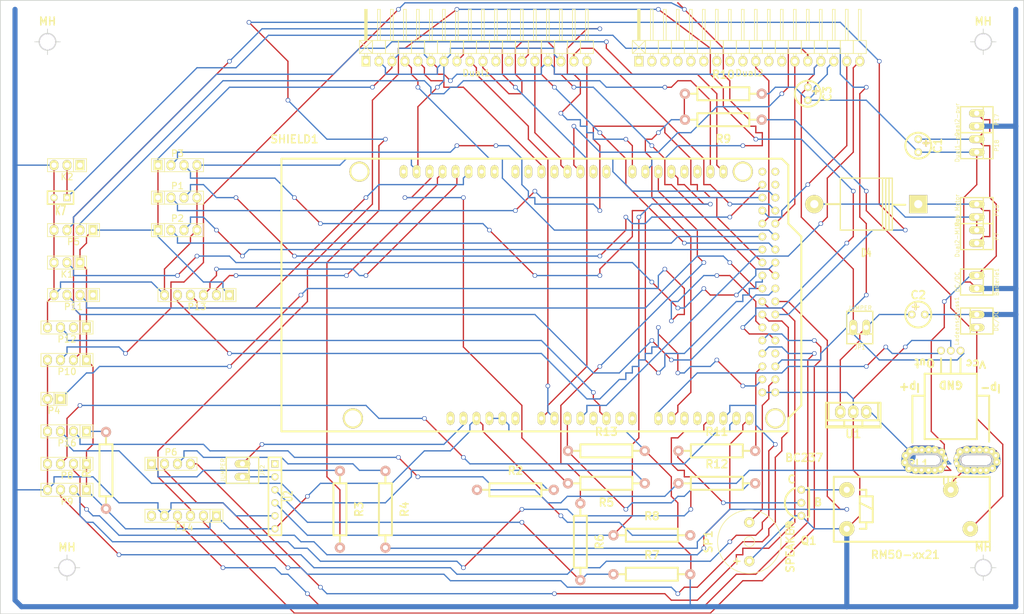
<source format=kicad_pcb>
(kicad_pcb (version 4) (host pcbnew "(2014-jul-16 BZR unknown)-product")
  (title_block (title "Ardumower Shield SVN Version") (date "20 Sep 2014") (rev d) (company StefanM))
  (layers (0 F.Cu signal) (31 B.Cu signal) (35 F.Paste user) (37 F.SilkS user) (39 F.Mask user) (44 Edge.Cuts user))
  (net 0 "")
  (net 1 GND)
  (net 2 +24V)
  (net 3 "Net-(C2-Pad1)")
  (net 4 "Net-(D4-Pad1)")
  (net 5 "Net-(D4-Pad2)")
  (net 6 "Net-(Dual1-Pad1)")
  (net 7 +5V)
  (net 8 pinMotorLeftDir)
  (net 9 pinMotorLeftPWM)
  (net 10 pinMotorLeftFault)
  (net 11 pinMotorLeftSense)
  (net 12 pinMotorEnable)
  (net 13 "Net-(Dual1-Pad11)")
  (net 14 "Net-(Dual1-Pad12)")
  (net 15 pinMotorRightDir)
  (net 16 pinMotorRightPWM)
  (net 17 pinMotorRightFault)
  (net 18 pinMotorRightSense)
  (net 19 "Net-(Dual2-Pad1)")
  (net 20 "Net-(Dual2-Pad2)")
  (net 21 "Net-(Dual2-Pad3)")
  (net 22 "Net-(Dual2-Pad4)")
  (net 23 "Net-(Dual2-Pad5)")
  (net 24 "Net-(Dual2-Pad6)")
  (net 25 "Net-(Dual2-Pad7)")
  (net 26 "Net-(Dual2-Pad8)")
  (net 27 "Net-(Dual2-Pad9)")
  (net 28 pinMotorMowEnable)
  (net 29 "Net-(Dual2-Pad11)")
  (net 30 "Net-(Dual2-Pad12)")
  (net 31 pinMotorMowDir)
  (net 32 pinMotorMowPWM)
  (net 33 pinMotorMowFault)
  (net 34 pinMotorMowSense)
  (net 35 +3.3V)
  (net 36 "Net-(JP2-Pad2)")
  (net 37 pinTilt)
  (net 38 pinLed)
  (net 39 pinButton)
  (net 40 "Net-(Ladeanschluss1-Pad1)")
  (net 41 pinSonarCenterTrigger)
  (net 42 pinSonarCenterEcho)
  (net 43 pinSonarRightTrigger)
  (net 44 pinSonarRightEcho)
  (net 45 pinSonarLeftTrigger)
  (net 46 pinSonarLeftEcho)
  (net 47 pinRain)
  (net 48 SDA)
  (net 49 SCL)
  (net 50 "Net-(P6-Pad1)")
  (net 51 pinLawnBackRecv)
  (net 52 "Net-(P6-Pad3)")
  (net 53 pinLawnFrontRecv)
  (net 54 pinOdometryRight)
  (net 55 pinOdometryRight2)
  (net 56 pinOdometryLeft)
  (net 57 pinOdometryLeft2)
  (net 58 GPS_RX)
  (net 59 GPS_TX)
  (net 60 "Net-(P11-Pad1)")
  (net 61 pinBumperRight)
  (net 62 pinBumperLeft)
  (net 63 "Net-(P12-Pad2)")
  (net 64 pinPerimeterLeft)
  (net 65 pinRemoteMow)
  (net 66 pinRemoteSteer)
  (net 67 pinRemoteSpeed)
  (net 68 pinUserSwitch1)
  (net 69 pinUserSwitch2)
  (net 70 pinUserSwitch3)
  (net 71 "Net-(Q1-PadB)")
  (net 72 "Net-(Q1-PadC)")
  (net 73 pinLawnBackSend)
  (net 74 pinLawnFrontSend)
  (net 75 TX2)
  (net 76 "Net-(R6-Pad2)")
  (net 77 RX2)
  (net 78 pinChargeVoltage)
  (net 79 pinChargingEnable)
  (net 80 pinBatteryVoltage)
  (net 81 "Net-(RL1-Pad11)")
  (net 82 pinMotorMowRpm)
  (net 83 "Net-(SHIELD1-Pad19)")
  (net 84 pinChargeCurrent)
  (net 85 "Net-(SHIELD1-PadAD7)")
  (net 86 "Net-(SHIELD1-PadAD6)")
  (net 87 "Net-(SHIELD1-PadAD10)")
  (net 88 "Net-(SHIELD1-PadAD11)")
  (net 89 "Net-(SHIELD1-PadAD4)")
  (net 90 "Net-(SHIELD1-PadV_IN)")
  (net 91 "Net-(SHIELD1-PadRST)")
  (net 92 "Net-(SHIELD1-Pad0)")
  (net 93 "Net-(SHIELD1-Pad1)")
  (net 94 "Net-(SHIELD1-Pad4)")
  (net 95 "Net-(SHIELD1-Pad6)")
  (net 96 "Net-(SHIELD1-Pad7)")
  (net 97 "Net-(SHIELD1-Pad8)")
  (net 98 "Net-(SHIELD1-Pad9)")
  (net 99 "Net-(SHIELD1-PadAREF)")
  (net 100 "Net-(SHIELD1-Pad23)")
  (net 101 "Net-(SHIELD1-Pad5V_4)")
  (net 102 "Net-(SHIELD1-Pad5V_5)")
  (net 103 "Net-(SHIELD1-Pad45)")
  (net 104 "Net-(SHIELD1-Pad49)")
  (net 105 pinRemoteSwitch)
  (net 106 pinBuzzer)
  (net 107 "Net-(U2-Pad1)")
  (net 108 LedPin-5v)
  (net 109 LedPin-24v)
  (net 110 Led-Status)
  (net 111 pinLED)
  (module Power_Integrations:TO-220 (layer F.Cu) (at 217.17 114.3 180)
    (fp_text reference U1 (at 0 -4.318 180) (layer F.SilkS) (effects (font (thickness 0.3048))))
    (fp_text value 7805 hide)
    (pad GND thru_hole oval (at 0 0 180) (size 2.032 2.54) (drill 1.143) (layers *.Cu *.Mask F.SilkS) (net 1 GND))
    (pad VO thru_hole oval (at 2.54 0 180) (size 2.032 2.54) (drill 1.143) (layers *.Cu *.Mask F.SilkS) (net 3 "Net-(C2-Pad1)"))
    (pad VI thru_hole oval (at -2.54 0 180) (size 2.032 2.54) (drill 1.143) (layers *.Cu *.Mask F.SilkS) (net 2 +24V))
  )
  (module Capacitors_Elko_ThroughHole:Elko_vert_DM5_RM2-5 (layer F.Cu) (at 229.87 62.23 270)
    (fp_text reference C1 (at 0 -3.81 270) (layer F.SilkS) (effects (font (thickness 0.3048))))
    (fp_text value 10uF hide)
    (fp_line (start -1.0668 -1.524) (end 0 -1.524) (layer F.Cu) (width 0.381))
    (fp_line (start -0.508 -2.032) (end -0.508 -0.9906) (layer F.Cu) (width 0.381))
    (pad 2 thru_hole circle (at 1.27 0 270) (size 1.50114 1.50114) (drill 0.8001) (layers *.Cu *.Mask F.SilkS) (net 1 GND))
    (pad 1 thru_hole circle (at -1.27 0 270) (size 1.50114 1.50114) (drill 0.8001) (layers *.Cu *.Mask F.SilkS) (net 2 +24V))
  )
  (module Capacitors_Elko_ThroughHole:Elko_vert_DM5_RM2-5 (layer F.Cu) (at 229.87 95.25)
    (fp_text reference C2 (at 0 -3.81) (layer F.SilkS) (effects (font (thickness 0.3048))))
    (fp_text value 10uF hide)
    (fp_line (start -1.0668 -1.524) (end 0 -1.524) (layer F.Cu) (width 0.381))
    (fp_line (start -0.508 -2.032) (end -0.508 -0.9906) (layer F.Cu) (width 0.381))
    (pad 2 thru_hole circle (at 1.27 0) (size 1.50114 1.50114) (drill 0.8001) (layers *.Cu *.Mask F.SilkS) (net 1 GND))
    (pad 1 thru_hole circle (at -1.27 0) (size 1.50114 1.50114) (drill 0.8001) (layers *.Cu *.Mask F.SilkS) (net 3 "Net-(C2-Pad1)"))
  )
  (module Pin_Headers:Pin_Header_Angled_1x18 (layer F.Cu) (at 143.51 45.72)
    (fp_text reference Dual1 (at 0 2.286) (layer F.SilkS) (effects (font (size 1.27 1.27) (thickness 0.2032))))
    (fp_text value MC33926 hide)
    (pad 1 thru_hole rect (at -21.59 0) (size 1.7272 2.032) (drill 1.016) (layers *.Cu *.Mask F.SilkS) (net 6 "Net-(Dual1-Pad1)"))
    (pad 2 thru_hole oval (at -19.05 0) (size 1.7272 2.032) (drill 1.016) (layers *.Cu *.Mask F.SilkS) (net 1 GND))
    (pad 3 thru_hole oval (at -16.51 0) (size 1.7272 2.032) (drill 1.016) (layers *.Cu *.Mask F.SilkS) (net 7 +5V))
    (pad 4 thru_hole oval (at -13.97 0) (size 1.7272 2.032) (drill 1.016) (layers *.Cu *.Mask F.SilkS) (net 8 pinMotorLeftDir))
    (pad 5 thru_hole oval (at -11.43 0) (size 1.7272 2.032) (drill 1.016) (layers *.Cu *.Mask F.SilkS) (net 9 pinMotorLeftPWM))
    (pad 6 thru_hole oval (at -8.89 0) (size 1.7272 2.032) (drill 1.016) (layers *.Cu *.Mask F.SilkS) (net 7 +5V))
    (pad 7 thru_hole oval (at -6.35 0) (size 1.7272 2.032) (drill 1.016) (layers *.Cu *.Mask F.SilkS) (net 1 GND))
    (pad 8 thru_hole oval (at -3.81 0) (size 1.7272 2.032) (drill 1.016) (layers *.Cu *.Mask F.SilkS) (net 10 pinMotorLeftFault))
    (pad 9 thru_hole oval (at -1.27 0) (size 1.7272 2.032) (drill 1.016) (layers *.Cu *.Mask F.SilkS) (net 11 pinMotorLeftSense))
    (pad 10 thru_hole oval (at 1.27 0) (size 1.7272 2.032) (drill 1.016) (layers *.Cu *.Mask F.SilkS) (net 12 pinMotorEnable))
    (pad 11 thru_hole oval (at 3.81 0) (size 1.7272 2.032) (drill 1.016) (layers *.Cu *.Mask F.SilkS) (net 13 "Net-(Dual1-Pad11)"))
    (pad 12 thru_hole oval (at 6.35 0) (size 1.7272 2.032) (drill 1.016) (layers *.Cu *.Mask F.SilkS) (net 14 "Net-(Dual1-Pad12)"))
    (pad 13 thru_hole oval (at 8.89 0) (size 1.7272 2.032) (drill 1.016) (layers *.Cu *.Mask F.SilkS) (net 15 pinMotorRightDir))
    (pad 14 thru_hole oval (at 11.43 0) (size 1.7272 2.032) (drill 1.016) (layers *.Cu *.Mask F.SilkS) (net 16 pinMotorRightPWM))
    (pad 15 thru_hole oval (at 13.97 0) (size 1.7272 2.032) (drill 1.016) (layers *.Cu *.Mask F.SilkS) (net 7 +5V))
    (pad 16 thru_hole oval (at 16.51 0) (size 1.7272 2.032) (drill 1.016) (layers *.Cu *.Mask F.SilkS) (net 1 GND))
    (pad 17 thru_hole oval (at 19.05 0) (size 1.7272 2.032) (drill 1.016) (layers *.Cu *.Mask F.SilkS) (net 17 pinMotorRightFault))
    (pad 18 thru_hole oval (at 21.59 0) (size 1.7272 2.032) (drill 1.016) (layers *.Cu *.Mask F.SilkS) (net 18 pinMotorRightSense))
  )
  (module Pin_Headers:Pin_Header_Angled_1x18 (layer F.Cu) (at 196.85 45.72)
    (fp_text reference Dual2 (at 0 2.286) (layer F.SilkS) (effects (font (size 1.27 1.27) (thickness 0.2032))))
    (fp_text value MC33926 hide)
    (pad 1 thru_hole rect (at -21.59 0) (size 1.7272 2.032) (drill 1.016) (layers *.Cu *.Mask F.SilkS) (net 19 "Net-(Dual2-Pad1)"))
    (pad 2 thru_hole oval (at -19.05 0) (size 1.7272 2.032) (drill 1.016) (layers *.Cu *.Mask F.SilkS) (net 20 "Net-(Dual2-Pad2)"))
    (pad 3 thru_hole oval (at -16.51 0) (size 1.7272 2.032) (drill 1.016) (layers *.Cu *.Mask F.SilkS) (net 21 "Net-(Dual2-Pad3)"))
    (pad 4 thru_hole oval (at -13.97 0) (size 1.7272 2.032) (drill 1.016) (layers *.Cu *.Mask F.SilkS) (net 22 "Net-(Dual2-Pad4)"))
    (pad 5 thru_hole oval (at -11.43 0) (size 1.7272 2.032) (drill 1.016) (layers *.Cu *.Mask F.SilkS) (net 23 "Net-(Dual2-Pad5)"))
    (pad 6 thru_hole oval (at -8.89 0) (size 1.7272 2.032) (drill 1.016) (layers *.Cu *.Mask F.SilkS) (net 24 "Net-(Dual2-Pad6)"))
    (pad 7 thru_hole oval (at -6.35 0) (size 1.7272 2.032) (drill 1.016) (layers *.Cu *.Mask F.SilkS) (net 25 "Net-(Dual2-Pad7)"))
    (pad 8 thru_hole oval (at -3.81 0) (size 1.7272 2.032) (drill 1.016) (layers *.Cu *.Mask F.SilkS) (net 26 "Net-(Dual2-Pad8)"))
    (pad 9 thru_hole oval (at -1.27 0) (size 1.7272 2.032) (drill 1.016) (layers *.Cu *.Mask F.SilkS) (net 27 "Net-(Dual2-Pad9)"))
    (pad 10 thru_hole oval (at 1.27 0) (size 1.7272 2.032) (drill 1.016) (layers *.Cu *.Mask F.SilkS) (net 28 pinMotorMowEnable))
    (pad 11 thru_hole oval (at 3.81 0) (size 1.7272 2.032) (drill 1.016) (layers *.Cu *.Mask F.SilkS) (net 29 "Net-(Dual2-Pad11)"))
    (pad 12 thru_hole oval (at 6.35 0) (size 1.7272 2.032) (drill 1.016) (layers *.Cu *.Mask F.SilkS) (net 30 "Net-(Dual2-Pad12)"))
    (pad 13 thru_hole oval (at 8.89 0) (size 1.7272 2.032) (drill 1.016) (layers *.Cu *.Mask F.SilkS) (net 31 pinMotorMowDir))
    (pad 14 thru_hole oval (at 11.43 0) (size 1.7272 2.032) (drill 1.016) (layers *.Cu *.Mask F.SilkS) (net 32 pinMotorMowPWM))
    (pad 15 thru_hole oval (at 13.97 0) (size 1.7272 2.032) (drill 1.016) (layers *.Cu *.Mask F.SilkS) (net 7 +5V))
    (pad 16 thru_hole oval (at 16.51 0) (size 1.7272 2.032) (drill 1.016) (layers *.Cu *.Mask F.SilkS) (net 1 GND))
    (pad 17 thru_hole oval (at 19.05 0) (size 1.7272 2.032) (drill 1.016) (layers *.Cu *.Mask F.SilkS) (net 33 pinMotorMowFault))
    (pad 18 thru_hole oval (at 21.59 0) (size 1.7272 2.032) (drill 1.016) (layers *.Cu *.Mask F.SilkS) (net 34 pinMotorMowSense))
  )
  (module Connect:PINHEAD1-2 (layer F.Cu) (at 218.44 97.79 180)
    (fp_text reference JP1 (at 0 -3.9 180) (layer F.SilkS) (effects (font (size 0.8 0.8) (thickness 0.12))))
    (fp_text value JUMPER (at 0 3.81 180) (layer F.SilkS) (effects (font (size 0.8 0.8) (thickness 0.12))))
    (pad 1 thru_hole oval (at -1.27 0 180) (size 1.50622 3.01498) (drill 0.99822) (layers *.Cu *.Mask F.SilkS) (net 3 "Net-(C2-Pad1)"))
    (pad 2 thru_hole oval (at 1.27 0 180) (size 1.50622 3.01498) (drill 0.99822) (layers *.Cu *.Mask F.SilkS) (net 7 +5V))
  )
  (module Connect:PINHEAD1-2 (layer F.Cu) (at 97.79 125.73 270)
    (fp_text reference JP2 (at 0 -3.9 270) (layer F.SilkS) (effects (font (size 0.8 0.8) (thickness 0.12))))
    (fp_text value JUMPER (at 0 3.81 270) (layer F.SilkS) (effects (font (size 0.8 0.8) (thickness 0.12))))
    (pad 1 thru_hole oval (at -1.27 0 270) (size 1.50622 3.01498) (drill 0.99822) (layers *.Cu *.Mask F.SilkS) (net 35 +3.3V))
    (pad 2 thru_hole oval (at 1.27 0 270) (size 1.50622 3.01498) (drill 0.99822) (layers *.Cu *.Mask F.SilkS) (net 36 "Net-(JP2-Pad2)"))
  )
  (module Pin_Headers:Pin_Header_Straight_1x03 (layer F.Cu) (at 63.5 85.09 180)
    (fp_text reference K1 (at 0 -2.286 180) (layer F.SilkS) (effects (font (size 1.27 1.27) (thickness 0.2032))))
    (fp_text value "Tilt sens" hide)
    (pad 1 thru_hole rect (at -2.54 0 180) (size 1.7272 2.032) (drill 1.016) (layers *.Cu *.Mask F.SilkS) (net 7 +5V))
    (pad 2 thru_hole oval (at 0 0 180) (size 1.7272 2.032) (drill 1.016) (layers *.Cu *.Mask F.SilkS) (net 37 pinTilt))
    (pad 3 thru_hole oval (at 2.54 0 180) (size 1.7272 2.032) (drill 1.016) (layers *.Cu *.Mask F.SilkS) (net 1 GND))
  )
  (module Pin_Headers:Pin_Header_Straight_1x03 (layer F.Cu) (at 63.5 66.04 180)
    (fp_text reference K2 (at 0 -2.286 180) (layer F.SilkS) (effects (font (size 1.27 1.27) (thickness 0.2032))))
    (fp_text value Led-Button hide)
    (pad 1 thru_hole rect (at -2.54 0 180) (size 1.7272 2.032) (drill 1.016) (layers *.Cu *.Mask F.SilkS) (net 38 pinLed))
    (pad 2 thru_hole oval (at 0 0 180) (size 1.7272 2.032) (drill 1.016) (layers *.Cu *.Mask F.SilkS) (net 39 pinButton))
    (pad 3 thru_hole oval (at 2.54 0 180) (size 1.7272 2.032) (drill 1.016) (layers *.Cu *.Mask F.SilkS) (net 1 GND))
  )
  (module Pin_Headers:Pin_Header_Straight_1x04 (layer F.Cu) (at 85.09 72.39)
    (fp_text reference P1 (at 0 -2.286) (layer F.SilkS) (effects (font (size 1.27 1.27) (thickness 0.2032))))
    (fp_text value "Sonar C" hide)
    (pad 1 thru_hole rect (at -3.81 0) (size 1.7272 2.032) (drill 1.016) (layers *.Cu *.Mask F.SilkS) (net 7 +5V))
    (pad 2 thru_hole oval (at -1.27 0) (size 1.7272 2.032) (drill 1.016) (layers *.Cu *.Mask F.SilkS) (net 41 pinSonarCenterTrigger))
    (pad 3 thru_hole oval (at 1.27 0) (size 1.7272 2.032) (drill 1.016) (layers *.Cu *.Mask F.SilkS) (net 42 pinSonarCenterEcho))
    (pad 4 thru_hole oval (at 3.81 0) (size 1.7272 2.032) (drill 1.016) (layers *.Cu *.Mask F.SilkS) (net 1 GND))
  )
  (module Pin_Headers:Pin_Header_Straight_1x04 (layer F.Cu) (at 85.09 78.74)
    (fp_text reference P2 (at 0 -2.286) (layer F.SilkS) (effects (font (size 1.27 1.27) (thickness 0.2032))))
    (fp_text value "Sonar R" hide)
    (pad 1 thru_hole rect (at -3.81 0) (size 1.7272 2.032) (drill 1.016) (layers *.Cu *.Mask F.SilkS) (net 7 +5V))
    (pad 2 thru_hole oval (at -1.27 0) (size 1.7272 2.032) (drill 1.016) (layers *.Cu *.Mask F.SilkS) (net 43 pinSonarRightTrigger))
    (pad 3 thru_hole oval (at 1.27 0) (size 1.7272 2.032) (drill 1.016) (layers *.Cu *.Mask F.SilkS) (net 44 pinSonarRightEcho))
    (pad 4 thru_hole oval (at 3.81 0) (size 1.7272 2.032) (drill 1.016) (layers *.Cu *.Mask F.SilkS) (net 1 GND))
  )
  (module Pin_Headers:Pin_Header_Straight_1x04 (layer F.Cu) (at 85.09 66.04)
    (fp_text reference P3 (at 0 -2.286) (layer F.SilkS) (effects (font (size 1.27 1.27) (thickness 0.2032))))
    (fp_text value "Sonar L" hide)
    (pad 1 thru_hole rect (at -3.81 0) (size 1.7272 2.032) (drill 1.016) (layers *.Cu *.Mask F.SilkS) (net 7 +5V))
    (pad 2 thru_hole oval (at -1.27 0) (size 1.7272 2.032) (drill 1.016) (layers *.Cu *.Mask F.SilkS) (net 45 pinSonarLeftTrigger))
    (pad 3 thru_hole oval (at 1.27 0) (size 1.7272 2.032) (drill 1.016) (layers *.Cu *.Mask F.SilkS) (net 46 pinSonarLeftEcho))
    (pad 4 thru_hole oval (at 3.81 0) (size 1.7272 2.032) (drill 1.016) (layers *.Cu *.Mask F.SilkS) (net 1 GND))
  )
  (module Pin_Headers:Pin_Header_Straight_1x02 (layer F.Cu) (at 60.96 111.76 180)
    (fp_text reference P4 (at 0 -2.286 180) (layer F.SilkS) (effects (font (size 1.27 1.27) (thickness 0.2032))))
    (fp_text value Rain hide)
    (pad 1 thru_hole rect (at -1.27 0 180) (size 2.032 2.032) (drill 1.016) (layers *.Cu *.Mask F.SilkS) (net 47 pinRain))
    (pad 2 thru_hole oval (at 1.27 0 180) (size 2.032 2.032) (drill 1.016) (layers *.Cu *.Mask F.SilkS) (net 1 GND))
  )
  (module Pin_Headers:Pin_Header_Straight_1x04 (layer F.Cu) (at 64.77 78.74 180)
    (fp_text reference P5 (at 0 -2.286 180) (layer F.SilkS) (effects (font (size 1.27 1.27) (thickness 0.2032))))
    (fp_text value I2C hide)
    (pad 1 thru_hole rect (at -3.81 0 180) (size 1.7272 2.032) (drill 1.016) (layers *.Cu *.Mask F.SilkS) (net 7 +5V))
    (pad 2 thru_hole oval (at -1.27 0 180) (size 1.7272 2.032) (drill 1.016) (layers *.Cu *.Mask F.SilkS) (net 48 SDA))
    (pad 3 thru_hole oval (at 1.27 0 180) (size 1.7272 2.032) (drill 1.016) (layers *.Cu *.Mask F.SilkS) (net 49 SCL))
    (pad 4 thru_hole oval (at 3.81 0 180) (size 1.7272 2.032) (drill 1.016) (layers *.Cu *.Mask F.SilkS) (net 1 GND))
  )
  (module Pin_Headers:Pin_Header_Straight_1x04 (layer F.Cu) (at 83.82 124.46)
    (fp_text reference P6 (at 0 -2.286) (layer F.SilkS) (effects (font (size 1.27 1.27) (thickness 0.2032))))
    (fp_text value "Lawn sens" hide)
    (pad 1 thru_hole rect (at -3.81 0) (size 1.7272 2.032) (drill 1.016) (layers *.Cu *.Mask F.SilkS) (net 50 "Net-(P6-Pad1)"))
    (pad 2 thru_hole oval (at -1.27 0) (size 1.7272 2.032) (drill 1.016) (layers *.Cu *.Mask F.SilkS) (net 51 pinLawnBackRecv))
    (pad 3 thru_hole oval (at 1.27 0) (size 1.7272 2.032) (drill 1.016) (layers *.Cu *.Mask F.SilkS) (net 52 "Net-(P6-Pad3)"))
    (pad 4 thru_hole oval (at 3.81 0) (size 1.7272 2.032) (drill 1.016) (layers *.Cu *.Mask F.SilkS) (net 53 pinLawnFrontRecv))
  )
  (module Pin_Headers:Pin_Header_Straight_1x04 (layer F.Cu) (at 63.5 124.46 180)
    (fp_text reference P8 (at 0 -2.286 180) (layer F.SilkS) (effects (font (size 1.27 1.27) (thickness 0.2032))))
    (fp_text value "ODO Right" hide)
    (pad 1 thru_hole rect (at -3.81 0 180) (size 1.7272 2.032) (drill 1.016) (layers *.Cu *.Mask F.SilkS) (net 7 +5V))
    (pad 2 thru_hole oval (at -1.27 0 180) (size 1.7272 2.032) (drill 1.016) (layers *.Cu *.Mask F.SilkS) (net 54 pinOdometryRight))
    (pad 3 thru_hole oval (at 1.27 0 180) (size 1.7272 2.032) (drill 1.016) (layers *.Cu *.Mask F.SilkS) (net 55 pinOdometryRight2))
    (pad 4 thru_hole oval (at 3.81 0 180) (size 1.7272 2.032) (drill 1.016) (layers *.Cu *.Mask F.SilkS) (net 1 GND))
  )
  (module Pin_Headers:Pin_Header_Straight_1x04 (layer F.Cu) (at 63.5 104.14 180)
    (fp_text reference P10 (at 0 -2.286 180) (layer F.SilkS) (effects (font (size 1.27 1.27) (thickness 0.2032))))
    (fp_text value GPS hide)
    (pad 1 thru_hole rect (at -3.81 0 180) (size 1.7272 2.032) (drill 1.016) (layers *.Cu *.Mask F.SilkS) (net 7 +5V))
    (pad 2 thru_hole oval (at -1.27 0 180) (size 1.7272 2.032) (drill 1.016) (layers *.Cu *.Mask F.SilkS) (net 58 GPS_RX))
    (pad 3 thru_hole oval (at 1.27 0 180) (size 1.7272 2.032) (drill 1.016) (layers *.Cu *.Mask F.SilkS) (net 59 GPS_TX))
    (pad 4 thru_hole oval (at 3.81 0 180) (size 1.7272 2.032) (drill 1.016) (layers *.Cu *.Mask F.SilkS) (net 1 GND))
  )
  (module Pin_Headers:Pin_Header_Straight_1x04 (layer F.Cu) (at 64.77 91.44 180)
    (fp_text reference P11 (at 0 -2.286 180) (layer F.SilkS) (effects (font (size 1.27 1.27) (thickness 0.2032))))
    (fp_text value Bumper hide)
    (pad 1 thru_hole rect (at -3.81 0 180) (size 1.7272 2.032) (drill 1.016) (layers *.Cu *.Mask F.SilkS) (net 60 "Net-(P11-Pad1)"))
    (pad 2 thru_hole oval (at -1.27 0 180) (size 1.7272 2.032) (drill 1.016) (layers *.Cu *.Mask F.SilkS) (net 61 pinBumperRight))
    (pad 3 thru_hole oval (at 1.27 0 180) (size 1.7272 2.032) (drill 1.016) (layers *.Cu *.Mask F.SilkS) (net 62 pinBumperLeft))
    (pad 4 thru_hole oval (at 3.81 0 180) (size 1.7272 2.032) (drill 1.016) (layers *.Cu *.Mask F.SilkS) (net 1 GND))
  )
  (module Pin_Headers:Pin_Header_Straight_1x04 (layer F.Cu) (at 63.5 97.79 180)
    (fp_text reference P12 (at 0 -2.286 180) (layer F.SilkS) (effects (font (size 1.27 1.27) (thickness 0.2032))))
    (fp_text value Perimeter hide)
    (pad 1 thru_hole rect (at -3.81 0 180) (size 1.7272 2.032) (drill 1.016) (layers *.Cu *.Mask F.SilkS) (net 7 +5V))
    (pad 2 thru_hole oval (at -1.27 0 180) (size 1.7272 2.032) (drill 1.016) (layers *.Cu *.Mask F.SilkS) (net 63 "Net-(P12-Pad2)"))
    (pad 3 thru_hole oval (at 1.27 0 180) (size 1.7272 2.032) (drill 1.016) (layers *.Cu *.Mask F.SilkS) (net 64 pinPerimeterLeft))
    (pad 4 thru_hole oval (at 3.81 0 180) (size 1.7272 2.032) (drill 1.016) (layers *.Cu *.Mask F.SilkS) (net 1 GND))
  )
  (module Pin_Headers:Pin_Header_Straight_1x06 (layer F.Cu) (at 86.36 134.62 180)
    (fp_text reference P14 (at 0 -2.286 180) (layer F.SilkS) (effects (font (size 1.27 1.27) (thickness 0.2032))))
    (fp_text value "User switch" hide)
    (pad 1 thru_hole rect (at -6.35 0 180) (size 1.7272 2.032) (drill 1.016) (layers *.Cu *.Mask F.SilkS) (net 7 +5V))
    (pad 2 thru_hole oval (at -3.81 0 180) (size 1.7272 2.032) (drill 1.016) (layers *.Cu *.Mask F.SilkS) (net 68 pinUserSwitch1))
    (pad 3 thru_hole oval (at -1.27 0 180) (size 1.7272 2.032) (drill 1.016) (layers *.Cu *.Mask F.SilkS) (net 69 pinUserSwitch2))
    (pad 4 thru_hole oval (at 1.27 0 180) (size 1.7272 2.032) (drill 1.016) (layers *.Cu *.Mask F.SilkS) (net 70 pinUserSwitch3))
    (pad 5 thru_hole oval (at 3.81 0 180) (size 1.7272 2.032) (drill 1.016) (layers *.Cu *.Mask F.SilkS) (net 1 GND))
    (pad 6 thru_hole oval (at 6.35 0 180) (size 1.7272 2.032) (drill 1.016) (layers *.Cu *.Mask F.SilkS))
  )
  (module Housings_TO-92:TO-92-Bipolar-inline-wide-EBC (layer F.Cu) (at 207.01 132.08 180)
    (fp_text reference Q1 (at -1.4351 -7.4168 180) (layer F.SilkS) (effects (font (thickness 0.3048))))
    (fp_text value BC237 (at -0.5588 8.8138 180) (layer F.SilkS) (effects (font (thickness 0.3048))))
    (fp_text user E (at 2.2606 -4.5593 180) (layer F.SilkS) (effects (font (size 1.50114 1.50114) (thickness 0.29972))))
    (fp_text user B (at -3.2639 0.127 180) (layer F.SilkS) (effects (font (size 1.50114 1.50114) (thickness 0.29972))))
    (fp_text user C (at 1.9177 4.5847 180) (layer F.SilkS) (effects (font (size 1.50114 1.50114) (thickness 0.29972))))
    (pad B thru_hole circle (at 0 0 180) (size 1.524 1.524) (drill 0.8128) (layers *.Cu *.Mask F.SilkS) (net 71 "Net-(Q1-PadB)"))
    (pad C thru_hole circle (at 0 2.54 180) (size 1.524 1.524) (drill 0.8128) (layers *.Cu *.Mask F.SilkS) (net 72 "Net-(Q1-PadC)"))
    (pad E thru_hole circle (at 0 -2.54 180) (size 1.524 1.524) (drill 0.8128) (layers *.Cu *.Mask F.SilkS) (net 1 GND))
  )
  (module Resistors_ThroughHole:Resistor_Horizontal_RM15mm (layer F.Cu) (at 71.12 125.73 90)
    (fp_text reference R1 (at 0 -3.74904 90) (layer F.SilkS) (effects (font (thickness 0.3048))))
    (fp_text value 470r hide)
    (pad 1 thru_hole circle (at -7.5 0 90) (size 1.99898 1.99898) (drill 1.00076) (layers *.Cu *.SilkS *.Mask) (net 7 +5V))
    (pad 2 thru_hole circle (at 7.5 0 90) (size 1.99898 1.99898) (drill 1.00076) (layers *.Cu *.SilkS *.Mask) (net 108 LedPin-5v))
  )
  (module Resistors_ThroughHole:Resistor_Horizontal_RM15mm (layer F.Cu) (at 151.13 129.54)
    (fp_text reference R2 (at 0 -3.74904) (layer F.SilkS) (effects (font (thickness 0.3048))))
    (fp_text value 2k2 hide)
    (pad 1 thru_hole circle (at -7.5 0) (size 1.99898 1.99898) (drill 1.00076) (layers *.Cu *.SilkS *.Mask) (net 2 +24V))
    (pad 2 thru_hole circle (at 7.5 0) (size 1.99898 1.99898) (drill 1.00076) (layers *.Cu *.SilkS *.Mask) (net 109 LedPin-24v))
  )
  (module Resistors_ThroughHole:Resistor_Horizontal_RM15mm (layer F.Cu) (at 116.84 133.35 270)
    (fp_text reference R3 (at 0 -3.74904 270) (layer F.SilkS) (effects (font (thickness 0.3048))))
    (fp_text value 2M2 hide)
    (pad 1 thru_hole circle (at -7.5 0 270) (size 1.99898 1.99898) (drill 1.00076) (layers *.Cu *.SilkS *.Mask) (net 50 "Net-(P6-Pad1)"))
    (pad 2 thru_hole circle (at 7.5 0 270) (size 1.99898 1.99898) (drill 1.00076) (layers *.Cu *.SilkS *.Mask) (net 73 pinLawnBackSend))
  )
  (module Resistors_ThroughHole:Resistor_Horizontal_RM15mm (layer F.Cu) (at 125.73 133.35 270)
    (fp_text reference R4 (at 0 -3.74904 270) (layer F.SilkS) (effects (font (thickness 0.3048))))
    (fp_text value 2M2 hide)
    (pad 1 thru_hole circle (at -7.5 0 270) (size 1.99898 1.99898) (drill 1.00076) (layers *.Cu *.SilkS *.Mask) (net 52 "Net-(P6-Pad3)"))
    (pad 2 thru_hole circle (at 7.5 0 270) (size 1.99898 1.99898) (drill 1.00076) (layers *.Cu *.SilkS *.Mask) (net 74 pinLawnFrontSend))
  )
  (module Resistors_ThroughHole:Resistor_Horizontal_RM15mm (layer F.Cu) (at 163.83 139.7 270)
    (fp_text reference R6 (at 0 -3.74904 270) (layer F.SilkS) (effects (font (thickness 0.3048))))
    (fp_text value 470R hide)
    (pad 1 thru_hole circle (at -7.5 0 270) (size 1.99898 1.99898) (drill 1.00076) (layers *.Cu *.SilkS *.Mask) (net 75 TX2))
    (pad 2 thru_hole circle (at 7.5 0 270) (size 1.99898 1.99898) (drill 1.00076) (layers *.Cu *.SilkS *.Mask) (net 76 "Net-(R6-Pad2)"))
  )
  (module Resistors_ThroughHole:Resistor_Horizontal_RM15mm (layer F.Cu) (at 177.8 146.05)
    (fp_text reference R7 (at 0 -3.74904) (layer F.SilkS) (effects (font (thickness 0.3048))))
    (fp_text value 1K hide)
    (pad 1 thru_hole circle (at -7.5 0) (size 1.99898 1.99898) (drill 1.00076) (layers *.Cu *.SilkS *.Mask) (net 76 "Net-(R6-Pad2)"))
    (pad 2 thru_hole circle (at 7.5 0) (size 1.99898 1.99898) (drill 1.00076) (layers *.Cu *.SilkS *.Mask) (net 1 GND))
  )
  (module Resistors_ThroughHole:Resistor_Horizontal_RM15mm (layer F.Cu) (at 177.8 138.43)
    (fp_text reference R8 (at 0 -3.74904) (layer F.SilkS) (effects (font (thickness 0.3048))))
    (fp_text value 1K hide)
    (pad 1 thru_hole circle (at -7.5 0) (size 1.99898 1.99898) (drill 1.00076) (layers *.Cu *.SilkS *.Mask) (net 77 RX2))
    (pad 2 thru_hole circle (at 7.5 0) (size 1.99898 1.99898) (drill 1.00076) (layers *.Cu *.SilkS *.Mask) (net 7 +5V))
  )
  (module Resistors_ThroughHole:Resistor_Horizontal_RM15mm (layer F.Cu) (at 191.77 57.15 180)
    (fp_text reference R9 (at 0 -3.74904 180) (layer F.SilkS) (effects (font (thickness 0.3048))))
    (fp_text value 47K hide)
    (pad 1 thru_hole circle (at -7.5 0 180) (size 1.99898 1.99898) (drill 1.00076) (layers *.Cu *.SilkS *.Mask) (net 40 "Net-(Ladeanschluss1-Pad1)"))
    (pad 2 thru_hole circle (at 7.5 0 180) (size 1.99898 1.99898) (drill 1.00076) (layers *.Cu *.SilkS *.Mask) (net 78 pinChargeVoltage))
  )
  (module Resistors_ThroughHole:Resistor_Horizontal_RM15mm (layer F.Cu) (at 191.77 52.07)
    (fp_text reference R10 (at 0 -3.74904) (layer F.SilkS) (effects (font (thickness 0.3048))))
    (fp_text value 5K hide)
    (pad 1 thru_hole circle (at -7.5 0) (size 1.99898 1.99898) (drill 1.00076) (layers *.Cu *.SilkS *.Mask) (net 78 pinChargeVoltage))
    (pad 2 thru_hole circle (at 7.5 0) (size 1.99898 1.99898) (drill 1.00076) (layers *.Cu *.SilkS *.Mask) (net 1 GND))
  )
  (module Resistors_ThroughHole:Resistor_Horizontal_RM15mm (layer F.Cu) (at 190.5 121.92)
    (fp_text reference R11 (at 0 -3.74904) (layer F.SilkS) (effects (font (thickness 0.3048))))
    (fp_text value 2k2 hide)
    (pad 1 thru_hole circle (at -7.5 0) (size 1.99898 1.99898) (drill 1.00076) (layers *.Cu *.SilkS *.Mask) (net 71 "Net-(Q1-PadB)"))
    (pad 2 thru_hole circle (at 7.5 0) (size 1.99898 1.99898) (drill 1.00076) (layers *.Cu *.SilkS *.Mask) (net 79 pinChargingEnable))
  )
  (module Resistors_ThroughHole:Resistor_Horizontal_RM15mm (layer F.Cu) (at 190.5 128.27)
    (fp_text reference R12 (at 0 -3.74904) (layer F.SilkS) (effects (font (thickness 0.3048))))
    (fp_text value 47K hide)
    (pad 1 thru_hole circle (at -7.5 0) (size 1.99898 1.99898) (drill 1.00076) (layers *.Cu *.SilkS *.Mask) (net 2 +24V))
    (pad 2 thru_hole circle (at 7.5 0) (size 1.99898 1.99898) (drill 1.00076) (layers *.Cu *.SilkS *.Mask) (net 80 pinBatteryVoltage))
  )
  (module Resistors_ThroughHole:Resistor_Horizontal_RM15mm (layer F.Cu) (at 168.91 121.92)
    (fp_text reference R13 (at 0 -3.74904) (layer F.SilkS) (effects (font (thickness 0.3048))))
    (fp_text value 5K hide)
    (pad 1 thru_hole circle (at -7.5 0) (size 1.99898 1.99898) (drill 1.00076) (layers *.Cu *.SilkS *.Mask) (net 80 pinBatteryVoltage))
    (pad 2 thru_hole circle (at 7.5 0) (size 1.99898 1.99898) (drill 1.00076) (layers *.Cu *.SilkS *.Mask) (net 1 GND))
  )
  (module Relays_ThroughHole:Relais_SPDT_Schrack-RP-II-1_RM3-5mm (layer F.Cu) (at 215.9 137.16)
    (fp_text reference RL1 (at 13.97 -12.7) (layer F.SilkS) (effects (font (thickness 0.3048))))
    (fp_text value RM50-xx21 (at 11.43 5.08) (layer F.SilkS) (effects (font (thickness 0.3048))))
    (pad A1 thru_hole circle (at 0 -7.62) (size 2.99974 2.99974) (drill 1.19888) (layers *.Cu *.Mask F.SilkS) (net 72 "Net-(Q1-PadC)"))
    (pad A2 thru_hole circle (at 0 0) (size 2.99974 2.99974) (drill 1.19888) (layers *.Cu *.Mask F.SilkS) (net 1 GND))
    (pad 11 thru_hole circle (at 20.32 -7.62) (size 2.99974 2.99974) (drill 1.19888) (layers *.Cu *.Mask F.SilkS) (net 81 "Net-(RL1-Pad11)"))
    (pad 14 thru_hole circle (at 24.13 0) (size 2.99974 2.99974) (drill 1.19888) (layers *.Cu *.Mask F.SilkS) (net 40 "Net-(Ladeanschluss1-Pad1)"))
  )
  (module "Arduino Mega Shield:ARDUINO MEGA SHIELD" (layer F.Cu) (at 105.41 118.11)
    (fp_text reference SHIELD1 (at 2.54 -57.15) (layer F.SilkS) (effects (font (thickness 0.3048))))
    (fp_text value ARDUINO_MEGA_SHIELD hide)
    (pad 14 thru_hole oval (at 68.58 -50.8 90) (size 2.54 1.524) (drill 0.8128) (layers *.Cu *.Mask F.SilkS) (net 58 GPS_RX))
    (pad 15 thru_hole oval (at 71.12 -50.8 90) (size 2.54 1.524) (drill 0.8128) (layers *.Cu *.Mask F.SilkS) (net 59 GPS_TX))
    (pad 16 thru_hole oval (at 73.66 -50.8 90) (size 2.54 1.524) (drill 0.8128) (layers *.Cu *.Mask F.SilkS) (net 75 TX2))
    (pad 17 thru_hole oval (at 76.2 -50.8 90) (size 2.54 1.524) (drill 0.8128) (layers *.Cu *.Mask F.SilkS) (net 77 RX2))
    (pad 18 thru_hole oval (at 78.74 -50.8 90) (size 2.54 1.524) (drill 0.8128) (layers *.Cu *.Mask F.SilkS) (net 82 pinMotorMowRpm))
    (pad 19 thru_hole oval (at 81.28 -50.8 90) (size 2.54 1.524) (drill 0.8128) (layers *.Cu *.Mask F.SilkS) (net 83 "Net-(SHIELD1-Pad19)"))
    (pad 20 thru_hole oval (at 83.82 -50.8 90) (size 2.54 1.524) (drill 0.8128) (layers *.Cu *.Mask F.SilkS) (net 48 SDA))
    (pad 21 thru_hole oval (at 86.36 -50.8 90) (size 2.54 1.524) (drill 0.8128) (layers *.Cu *.Mask F.SilkS) (net 49 SCL))
    (pad AD15 thru_hole oval (at 91.44 -2.54 90) (size 2.54 1.524) (drill 0.8128) (layers *.Cu *.Mask F.SilkS) (net 54 pinOdometryRight))
    (pad AD14 thru_hole oval (at 88.9 -2.54 90) (size 2.54 1.524) (drill 0.8128) (layers *.Cu *.Mask F.SilkS) (net 55 pinOdometryRight2))
    (pad AD13 thru_hole oval (at 86.36 -2.54 90) (size 2.54 1.524) (drill 0.8128) (layers *.Cu *.Mask F.SilkS) (net 57 pinOdometryLeft2))
    (pad AD12 thru_hole oval (at 83.82 -2.54 90) (size 2.54 1.524) (drill 0.8128) (layers *.Cu *.Mask F.SilkS) (net 56 pinOdometryLeft))
    (pad AD8 thru_hole oval (at 73.66 -2.54 90) (size 2.54 1.524) (drill 0.8128) (layers *.Cu *.Mask F.SilkS) (net 84 pinChargeCurrent))
    (pad AD7 thru_hole oval (at 68.58 -2.54 90) (size 2.54 1.524) (drill 0.8128) (layers *.Cu *.Mask F.SilkS) (net 85 "Net-(SHIELD1-PadAD7)"))
    (pad AD6 thru_hole oval (at 66.04 -2.54 90) (size 2.54 1.524) (drill 0.8128) (layers *.Cu *.Mask F.SilkS) (net 86 "Net-(SHIELD1-PadAD6)"))
    (pad AD9 thru_hole oval (at 76.2 -2.54 90) (size 2.54 1.524) (drill 0.8128) (layers *.Cu *.Mask F.SilkS) (net 78 pinChargeVoltage))
    (pad AD10 thru_hole oval (at 78.74 -2.54 90) (size 2.54 1.524) (drill 0.8128) (layers *.Cu *.Mask F.SilkS) (net 87 "Net-(SHIELD1-PadAD10)"))
    (pad AD11 thru_hole oval (at 81.28 -2.54 90) (size 2.54 1.524) (drill 0.8128) (layers *.Cu *.Mask F.SilkS) (net 88 "Net-(SHIELD1-PadAD11)"))
    (pad AD5 thru_hole oval (at 63.5 -2.54 90) (size 2.54 1.524) (drill 0.8128) (layers *.Cu *.Mask F.SilkS) (net 64 pinPerimeterLeft))
    (pad AD4 thru_hole oval (at 60.96 -2.54 90) (size 2.54 1.524) (drill 0.8128) (layers *.Cu *.Mask F.SilkS) (net 89 "Net-(SHIELD1-PadAD4)"))
    (pad AD3 thru_hole oval (at 58.42 -2.54 90) (size 2.54 1.524) (drill 0.8128) (layers *.Cu *.Mask F.SilkS) (net 34 pinMotorMowSense))
    (pad AD0 thru_hole oval (at 50.8 -2.54 90) (size 2.54 1.524) (drill 0.8128) (layers *.Cu *.Mask F.SilkS) (net 18 pinMotorRightSense))
    (pad AD1 thru_hole oval (at 53.34 -2.54 90) (size 2.54 1.524) (drill 0.8128) (layers *.Cu *.Mask F.SilkS) (net 11 pinMotorLeftSense))
    (pad AD2 thru_hole oval (at 55.88 -2.54 90) (size 2.54 1.524) (drill 0.8128) (layers *.Cu *.Mask F.SilkS) (net 80 pinBatteryVoltage))
    (pad V_IN thru_hole oval (at 45.72 -2.54 90) (size 2.54 1.524) (drill 0.8128) (layers *.Cu *.Mask F.SilkS) (net 90 "Net-(SHIELD1-PadV_IN)"))
    (pad GND2 thru_hole oval (at 43.18 -2.54 90) (size 2.54 1.524) (drill 0.8128) (layers *.Cu *.Mask F.SilkS) (net 1 GND))
    (pad GND1 thru_hole oval (at 40.64 -2.54 90) (size 2.54 1.524) (drill 0.8128) (layers *.Cu *.Mask F.SilkS) (net 1 GND))
    (pad 3V3 thru_hole oval (at 35.56 -2.54 90) (size 2.54 1.524) (drill 0.8128) (layers *.Cu *.Mask F.SilkS) (net 35 +3.3V))
    (pad RST thru_hole oval (at 33.02 -2.54 90) (size 2.54 1.524) (drill 0.8128) (layers *.Cu *.Mask F.SilkS) (net 91 "Net-(SHIELD1-PadRST)"))
    (pad 0 thru_hole oval (at 63.5 -50.8 90) (size 2.54 1.524) (drill 0.8128) (layers *.Cu *.Mask F.SilkS) (net 92 "Net-(SHIELD1-Pad0)"))
    (pad 1 thru_hole oval (at 60.96 -50.8 90) (size 2.54 1.524) (drill 0.8128) (layers *.Cu *.Mask F.SilkS) (net 93 "Net-(SHIELD1-Pad1)"))
    (pad 2 thru_hole oval (at 58.42 -50.8 90) (size 2.54 1.524) (drill 0.8128) (layers *.Cu *.Mask F.SilkS) (net 32 pinMotorMowPWM))
    (pad 3 thru_hole oval (at 55.88 -50.8 90) (size 2.54 1.524) (drill 0.8128) (layers *.Cu *.Mask F.SilkS) (net 16 pinMotorRightPWM))
    (pad 4 thru_hole oval (at 53.34 -50.8 90) (size 2.54 1.524) (drill 0.8128) (layers *.Cu *.Mask F.SilkS) (net 94 "Net-(SHIELD1-Pad4)"))
    (pad 5 thru_hole oval (at 50.8 -50.8 90) (size 2.54 1.524) (drill 0.8128) (layers *.Cu *.Mask F.SilkS) (net 9 pinMotorLeftPWM))
    (pad 6 thru_hole oval (at 48.26 -50.8 90) (size 2.54 1.524) (drill 0.8128) (layers *.Cu *.Mask F.SilkS) (net 95 "Net-(SHIELD1-Pad6)"))
    (pad 7 thru_hole oval (at 45.72 -50.8 90) (size 2.54 1.524) (drill 0.8128) (layers *.Cu *.Mask F.SilkS) (net 96 "Net-(SHIELD1-Pad7)"))
    (pad 8 thru_hole oval (at 41.656 -50.8 90) (size 2.54 1.524) (drill 0.8128) (layers *.Cu *.Mask F.SilkS) (net 97 "Net-(SHIELD1-Pad8)"))
    (pad 9 thru_hole oval (at 39.116 -50.8 90) (size 2.54 1.524) (drill 0.8128) (layers *.Cu *.Mask F.SilkS) (net 98 "Net-(SHIELD1-Pad9)"))
    (pad 10 thru_hole oval (at 36.576 -50.8 90) (size 2.54 1.524) (drill 0.8128) (layers *.Cu *.Mask F.SilkS) (net 67 pinRemoteSpeed))
    (pad 11 thru_hole oval (at 34.036 -50.8 90) (size 2.54 1.524) (drill 0.8128) (layers *.Cu *.Mask F.SilkS) (net 66 pinRemoteSteer))
    (pad 12 thru_hole oval (at 31.496 -50.8 90) (size 2.54 1.524) (drill 0.8128) (layers *.Cu *.Mask F.SilkS) (net 65 pinRemoteMow))
    (pad 13 thru_hole oval (at 28.956 -50.8 90) (size 2.54 1.524) (drill 0.8128) (layers *.Cu *.Mask F.SilkS) (net 111 pinLED))
    (pad GND3 thru_hole oval (at 26.416 -50.8 90) (size 2.54 1.524) (drill 0.8128) (layers *.Cu *.Mask F.SilkS) (net 1 GND))
    (pad AREF thru_hole oval (at 23.876 -50.8 90) (size 2.54 1.524) (drill 0.8128) (layers *.Cu *.Mask F.SilkS) (net 99 "Net-(SHIELD1-PadAREF)"))
    (pad 5V thru_hole oval (at 38.1 -2.54 90) (size 2.54 1.524) (drill 0.8128) (layers *.Cu *.Mask F.SilkS) (net 7 +5V))
    (pad "" thru_hole circle (at 96.52 -2.54 90) (size 3.937 3.937) (drill 3.175) (layers *.Cu *.Mask F.SilkS))
    (pad "" thru_hole circle (at 90.17 -50.8 90) (size 3.937 3.937) (drill 3.175) (layers *.Cu *.Mask F.SilkS))
    (pad "" thru_hole circle (at 15.24 -50.8 90) (size 3.937 3.937) (drill 3.175) (layers *.Cu *.Mask F.SilkS))
    (pad "" thru_hole circle (at 13.97 -2.54 90) (size 3.937 3.937) (drill 3.175) (layers *.Cu *.Mask F.SilkS))
    (pad 22 thru_hole circle (at 93.98 -48.26) (size 1.524 1.524) (drill 0.8128) (layers *.Cu *.Mask F.SilkS) (net 42 pinSonarCenterEcho))
    (pad 23 thru_hole circle (at 96.52 -48.26) (size 1.524 1.524) (drill 0.8128) (layers *.Cu *.Mask F.SilkS) (net 100 "Net-(SHIELD1-Pad23)"))
    (pad 24 thru_hole circle (at 93.98 -45.72) (size 1.524 1.524) (drill 0.8128) (layers *.Cu *.Mask F.SilkS) (net 41 pinSonarCenterTrigger))
    (pad 25 thru_hole circle (at 96.52 -45.72) (size 1.524 1.524) (drill 0.8128) (layers *.Cu *.Mask F.SilkS) (net 10 pinMotorLeftFault))
    (pad 26 thru_hole circle (at 93.98 -43.18) (size 1.524 1.524) (drill 0.8128) (layers *.Cu *.Mask F.SilkS) (net 33 pinMotorMowFault))
    (pad 27 thru_hole circle (at 96.52 -43.18) (size 1.524 1.524) (drill 0.8128) (layers *.Cu *.Mask F.SilkS) (net 17 pinMotorRightFault))
    (pad 28 thru_hole circle (at 93.98 -40.64) (size 1.524 1.524) (drill 0.8128) (layers *.Cu *.Mask F.SilkS) (net 28 pinMotorMowEnable))
    (pad 29 thru_hole circle (at 96.52 -40.64) (size 1.524 1.524) (drill 0.8128) (layers *.Cu *.Mask F.SilkS) (net 31 pinMotorMowDir))
    (pad 5V_4 thru_hole circle (at 93.98 -50.8) (size 1.524 1.524) (drill 0.8128) (layers *.Cu *.Mask F.SilkS) (net 101 "Net-(SHIELD1-Pad5V_4)"))
    (pad 5V_5 thru_hole circle (at 96.52 -50.8) (size 1.524 1.524) (drill 0.8128) (layers *.Cu *.Mask F.SilkS) (net 102 "Net-(SHIELD1-Pad5V_5)"))
    (pad 31 thru_hole circle (at 96.52 -38.1) (size 1.524 1.524) (drill 0.8128) (layers *.Cu *.Mask F.SilkS) (net 8 pinMotorLeftDir))
    (pad 30 thru_hole circle (at 93.98 -38.1) (size 1.524 1.524) (drill 0.8128) (layers *.Cu *.Mask F.SilkS) (net 43 pinSonarRightTrigger))
    (pad 32 thru_hole circle (at 93.98 -35.56) (size 1.524 1.524) (drill 0.8128) (layers *.Cu *.Mask F.SilkS) (net 44 pinSonarRightEcho))
    (pad 33 thru_hole circle (at 96.52 -35.56) (size 1.524 1.524) (drill 0.8128) (layers *.Cu *.Mask F.SilkS) (net 15 pinMotorRightDir))
    (pad 34 thru_hole circle (at 93.98 -33.02) (size 1.524 1.524) (drill 0.8128) (layers *.Cu *.Mask F.SilkS) (net 45 pinSonarLeftTrigger))
    (pad 35 thru_hole circle (at 96.52 -33.02) (size 1.524 1.524) (drill 0.8128) (layers *.Cu *.Mask F.SilkS) (net 37 pinTilt))
    (pad 36 thru_hole circle (at 93.98 -30.48) (size 1.524 1.524) (drill 0.8128) (layers *.Cu *.Mask F.SilkS) (net 46 pinSonarLeftEcho))
    (pad 37 thru_hole circle (at 96.52 -30.48) (size 1.524 1.524) (drill 0.8128) (layers *.Cu *.Mask F.SilkS) (net 12 pinMotorEnable))
    (pad 38 thru_hole circle (at 93.98 -27.94) (size 1.524 1.524) (drill 0.8128) (layers *.Cu *.Mask F.SilkS) (net 61 pinBumperRight))
    (pad 39 thru_hole circle (at 96.52 -27.94) (size 1.524 1.524) (drill 0.8128) (layers *.Cu *.Mask F.SilkS) (net 62 pinBumperLeft))
    (pad 40 thru_hole circle (at 93.98 -25.4) (size 1.524 1.524) (drill 0.8128) (layers *.Cu *.Mask F.SilkS) (net 53 pinLawnFrontRecv))
    (pad 41 thru_hole circle (at 96.52 -25.4) (size 1.524 1.524) (drill 0.8128) (layers *.Cu *.Mask F.SilkS) (net 74 pinLawnFrontSend))
    (pad 42 thru_hole circle (at 93.98 -22.86) (size 1.524 1.524) (drill 0.8128) (layers *.Cu *.Mask F.SilkS) (net 51 pinLawnBackRecv))
    (pad 43 thru_hole circle (at 96.52 -22.86) (size 1.524 1.524) (drill 0.8128) (layers *.Cu *.Mask F.SilkS) (net 73 pinLawnBackSend))
    (pad 44 thru_hole circle (at 93.98 -20.32) (size 1.524 1.524) (drill 0.8128) (layers *.Cu *.Mask F.SilkS) (net 47 pinRain))
    (pad 45 thru_hole circle (at 96.52 -20.32) (size 1.524 1.524) (drill 0.8128) (layers *.Cu *.Mask F.SilkS) (net 103 "Net-(SHIELD1-Pad45)"))
    (pad 46 thru_hole circle (at 93.98 -17.78) (size 1.524 1.524) (drill 0.8128) (layers *.Cu *.Mask F.SilkS) (net 68 pinUserSwitch1))
    (pad 47 thru_hole circle (at 96.52 -17.78) (size 1.524 1.524) (drill 0.8128) (layers *.Cu *.Mask F.SilkS) (net 69 pinUserSwitch2))
    (pad 48 thru_hole circle (at 93.98 -15.24) (size 1.524 1.524) (drill 0.8128) (layers *.Cu *.Mask F.SilkS) (net 70 pinUserSwitch3))
    (pad 49 thru_hole circle (at 96.52 -15.24) (size 1.524 1.524) (drill 0.8128) (layers *.Cu *.Mask F.SilkS) (net 104 "Net-(SHIELD1-Pad49)"))
    (pad 50 thru_hole circle (at 93.98 -12.7) (size 1.524 1.524) (drill 0.8128) (layers *.Cu *.Mask F.SilkS) (net 79 pinChargingEnable))
    (pad 51 thru_hole circle (at 96.52 -12.7) (size 1.524 1.524) (drill 0.8128) (layers *.Cu *.Mask F.SilkS) (net 39 pinButton))
    (pad 52 thru_hole circle (at 93.98 -10.16) (size 1.524 1.524) (drill 0.8128) (layers *.Cu *.Mask F.SilkS) (net 105 pinRemoteSwitch))
    (pad 53 thru_hole circle (at 96.52 -10.16) (size 1.524 1.524) (drill 0.8128) (layers *.Cu *.Mask F.SilkS) (net 106 pinBuzzer))
    (pad GND4 thru_hole circle (at 93.98 -7.62) (size 1.524 1.524) (drill 0.8128) (layers *.Cu *.Mask F.SilkS) (net 1 GND))
    (pad GND5 thru_hole circle (at 96.52 -7.62) (size 1.524 1.524) (drill 0.8128) (layers *.Cu *.Mask F.SilkS) (net 1 GND))
  )
  (module Buzzers_Beepers:Buzzer_12x9.5RM7.6 (layer F.Cu) (at 196.85 139.7 90)
    (fp_text reference SP1 (at 0 -8.001 90) (layer F.SilkS) (effects (font (thickness 0.3048))))
    (fp_text value SPEAKER (at -1.00076 8.001 90) (layer F.SilkS) (effects (font (thickness 0.3048))))
    (fp_text user + (at -3.81 -2.54 90) (layer F.SilkS) (effects (font (thickness 0.3048))))
    (pad 1 thru_hole circle (at -3.79984 0 90) (size 2 2) (drill 1.00076) (layers *.Cu *.Mask F.SilkS) (net 1 GND))
    (pad 2 thru_hole circle (at 3.79984 0 90) (size 2 2) (drill 1.00076) (layers *.Cu *.Mask F.SilkS) (net 106 pinBuzzer))
  )
  (module Connect:SIL-6 (layer F.Cu) (at 104.14 130.81 270)
    (fp_text reference U2 (at 0 -2.54 270) (layer F.SilkS) (effects (font (size 1.72974 1.08712) (thickness 0.3048))))
    (fp_text value HC05_MODULE_ardumower_ hide)
    (pad 1 thru_hole rect (at -6.35 0 270) (size 1.397 1.397) (drill 0.8128) (layers *.Cu *.Mask F.SilkS) (net 107 "Net-(U2-Pad1)"))
    (pad 2 thru_hole circle (at -3.81 0 270) (size 1.397 1.397) (drill 0.8128) (layers *.Cu *.Mask F.SilkS) (net 36 "Net-(JP2-Pad2)"))
    (pad 3 thru_hole circle (at -1.27 0 270) (size 1.397 1.397) (drill 0.8128) (layers *.Cu *.Mask F.SilkS) (net 76 "Net-(R6-Pad2)"))
    (pad 4 thru_hole circle (at 1.27 0 270) (size 1.397 1.397) (drill 0.8128) (layers *.Cu *.Mask F.SilkS) (net 77 RX2))
    (pad 5 thru_hole circle (at 3.81 0 270) (size 1.397 1.397) (drill 0.8128) (layers *.Cu *.Mask F.SilkS) (net 1 GND))
    (pad 6 thru_hole circle (at 6.35 0 270) (size 1.397 1.397) (drill 0.8128) (layers *.Cu *.Mask F.SilkS) (net 7 +5V))
  )
  (module Diodes_ThroughHole:Diode_P600_Horizontal (layer F.Cu) (at 219.71 73.66)
    (fp_text reference D4 (at 0 9.525) (layer F.SilkS) (effects (font (size 1.524 1.016) (thickness 0.254))))
    (fp_text value "MBR1045 schotky" hide)
    (pad 1 thru_hole circle (at -10.16 0) (size 3.54076 3.54076) (drill 1.6002) (layers *.Cu *.Mask F.SilkS) (net 4 "Net-(D4-Pad1)"))
    (pad 2 thru_hole rect (at 10.16 0) (size 3.54076 3.54076) (drill 1.6002) (layers *.Cu *.Mask F.SilkS) (net 5 "Net-(D4-Pad2)"))
  )
  (module Pin_Headers:Pin_Header_Straight_1x06 (layer F.Cu) (at 88.9 91.44 180)
    (fp_text reference P13 (at 0 -2.286 180) (layer F.SilkS) (effects (font (size 1.27 1.27) (thickness 0.2032))))
    (fp_text value "RC Remote" hide)
    (pad 1 thru_hole rect (at -6.35 0 180) (size 1.7272 2.032) (drill 1.016) (layers *.Cu *.Mask F.SilkS) (net 7 +5V))
    (pad 2 thru_hole oval (at -3.81 0 180) (size 1.7272 2.032) (drill 1.016) (layers *.Cu *.Mask F.SilkS) (net 65 pinRemoteMow))
    (pad 3 thru_hole oval (at -1.27 0 180) (size 1.7272 2.032) (drill 1.016) (layers *.Cu *.Mask F.SilkS) (net 66 pinRemoteSteer))
    (pad 4 thru_hole oval (at 1.27 0 180) (size 1.7272 2.032) (drill 1.016) (layers *.Cu *.Mask F.SilkS) (net 67 pinRemoteSpeed))
    (pad 5 thru_hole oval (at 3.81 0 180) (size 1.7272 2.032) (drill 1.016) (layers *.Cu *.Mask F.SilkS) (net 105 pinRemoteSwitch))
    (pad 6 thru_hole oval (at 6.35 0 180) (size 1.7272 2.032) (drill 1.016) (layers *.Cu *.Mask F.SilkS) (net 1 GND))
  )
  (module Pin_Headers:Pin_Header_Straight_1x04 (layer F.Cu) (at 63.5 118.11 180)
    (fp_text reference P16 (at 0 -2.286 180) (layer F.SilkS) (effects (font (size 1.27 1.27) (thickness 0.2032))))
    (fp_text value CONN_01X04 hide)
    (pad 1 thru_hole rect (at -3.81 0 180) (size 1.7272 2.032) (drill 1.016) (layers *.Cu *.Mask F.SilkS) (net 108 LedPin-5v))
    (pad 2 thru_hole oval (at -1.27 0 180) (size 1.7272 2.032) (drill 1.016) (layers *.Cu *.Mask F.SilkS) (net 109 LedPin-24v))
    (pad 3 thru_hole oval (at 1.27 0 180) (size 1.7272 2.032) (drill 1.016) (layers *.Cu *.Mask F.SilkS) (net 110 Led-Status))
    (pad 4 thru_hole oval (at 3.81 0 180) (size 1.7272 2.032) (drill 1.016) (layers *.Cu *.Mask F.SilkS) (net 1 GND))
  )
  (module Mounting_Holes:MountingHole_3mm (layer F.Cu) (at 63.5 144.78)
    (fp_text reference MH (at 0 -4.0005) (layer F.SilkS) (effects (font (thickness 0.3048))))
    (fp_text value MountingHole_3mm_RevA_Date21Jun2010 hide)
    (pad 1 thru_hole circle (at 0 0) (size 2.99974 2.99974) (drill 2.99974) (layers))
  )
  (module Mounting_Holes:MountingHole_3mm (layer F.Cu) (at 242.57 144.78)
    (fp_text reference MH (at 0 -4.0005) (layer F.SilkS) (effects (font (thickness 0.3048))))
    (fp_text value MountingHole_3mm_RevA_Date21Jun2010 hide)
    (pad 1 thru_hole circle (at 0 0) (size 2.99974 2.99974) (drill 2.99974) (layers))
  )
  (module Mounting_Holes:MountingHole_3mm (layer F.Cu) (at 242.57 41.91)
    (fp_text reference MH (at 0 -4.0005) (layer F.SilkS) (effects (font (thickness 0.3048))))
    (fp_text value MountingHole_3mm_RevA_Date21Jun2010 hide)
    (pad 1 thru_hole circle (at 0 0) (size 2.99974 2.99974) (drill 2.99974) (layers))
  )
  (module Mounting_Holes:MountingHole_3mm (layer F.Cu) (at 59.69 41.91)
    (fp_text reference MH (at 0 -4.0005) (layer F.SilkS) (effects (font (thickness 0.3048))))
    (fp_text value MountingHole_3mm_RevA_Date21Jun2010 hide)
    (pad 1 thru_hole circle (at 0 0) (size 2.99974 2.99974) (drill 2.99974) (layers))
  )
  (module Pin_Headers:Pin_Header_Straight_1x04 (layer F.Cu) (at 63.5 129.54 180)
    (fp_text reference P9 (at 0 -2.286 180) (layer F.SilkS) (effects (font (size 1.27 1.27) (thickness 0.2032))))
    (fp_text value "ODO Left" hide)
    (pad 1 thru_hole rect (at -3.81 0 180) (size 1.7272 2.032) (drill 1.016) (layers *.Cu *.Mask F.SilkS) (net 7 +5V))
    (pad 2 thru_hole oval (at -1.27 0 180) (size 1.7272 2.032) (drill 1.016) (layers *.Cu *.Mask F.SilkS) (net 56 pinOdometryLeft))
    (pad 3 thru_hole oval (at 1.27 0 180) (size 1.7272 2.032) (drill 1.016) (layers *.Cu *.Mask F.SilkS) (net 57 pinOdometryLeft2))
    (pad 4 thru_hole oval (at 3.81 0 180) (size 1.7272 2.032) (drill 1.016) (layers *.Cu *.Mask F.SilkS) (net 1 GND))
  )
  (module Resistors_ThroughHole:Resistor_Horizontal_RM15mm (layer F.Cu) (at 168.91 128.27 180)
    (fp_text reference R5 (at 0 -3.74904 180) (layer F.SilkS) (effects (font (thickness 0.3048))))
    (fp_text value 470R hide)
    (pad 1 thru_hole circle (at -7.5 0 180) (size 1.99898 1.99898) (drill 1.00076) (layers *.Cu *.SilkS *.Mask) (net 110 Led-Status))
    (pad 2 thru_hole circle (at 7.5 0 180) (size 1.99898 1.99898) (drill 1.00076) (layers *.Cu *.SilkS *.Mask) (net 111 pinLED))
  )
  (module Connect:SIL-2 (layer F.Cu) (at 62.23 72.39 180)
    (fp_text reference K7 (at 0 -2.54 180) (layer F.SilkS) (effects (font (size 1.72974 1.08712) (thickness 0.3048))))
    (fp_text value CONN_01X02 hide)
    (pad 1 thru_hole rect (at -1.27 0 180) (size 1.397 1.397) (drill 0.8128) (layers *.Cu *.Mask F.SilkS) (net 39 pinButton))
    (pad 2 thru_hole circle (at 1.27 0 180) (size 1.397 1.397) (drill 0.8128) (layers *.Cu *.Mask F.SilkS) (net 1 GND))
  )
  (module Connect:PINHEAD1-2 (layer F.Cu) (at 241.3 96.52 90)
    (fp_text reference Ladeanschluss1 (at 0 -3.9 90) (layer F.SilkS) (effects (font (size 0.8 0.8) (thickness 0.12))))
    (fp_text value DC/DC (at 0 3.81 90) (layer F.SilkS) (effects (font (size 0.8 0.8) (thickness 0.12))))
    (pad 1 thru_hole oval (at -1.27 0 90) (size 1.50622 3.01498) (drill 0.99822) (layers *.Cu *.Mask F.SilkS) (net 40 "Net-(Ladeanschluss1-Pad1)"))
    (pad 2 thru_hole oval (at 1.27 0 90) (size 1.50622 3.01498) (drill 0.99822) (layers *.Cu *.Mask F.SilkS) (net 1 GND))
  )
  (module Connect:PINHEAD1-2 (layer F.Cu) (at 241.3 88.9 270)
    (fp_text reference Batterie1 (at 0 -3.9 270) (layer F.SilkS) (effects (font (size 0.8 0.8) (thickness 0.12))))
    (fp_text value DC/DC (at 0 3.81 270) (layer F.SilkS) (effects (font (size 0.8 0.8) (thickness 0.12))))
    (pad 1 thru_hole oval (at -1.27 0 270) (size 1.50622 3.01498) (drill 0.99822) (layers *.Cu *.Mask F.SilkS) (net 2 +24V))
    (pad 2 thru_hole oval (at 1.27 0 270) (size 1.50622 3.01498) (drill 0.99822) (layers *.Cu *.Mask F.SilkS) (net 1 GND))
  )
  (module Connect:PINHEAD1-2 (layer F.Cu) (at 241.3 74.93 270)
    (fp_text reference P15 (at 0 -3.9 270) (layer F.SilkS) (effects (font (size 0.8 0.8) (thickness 0.12))))
    (fp_text value "Mow Motor" (at 0 3.81 270) (layer F.SilkS) (effects (font (size 0.8 0.8) (thickness 0.12))))
    (pad 1 thru_hole oval (at -1.27 0 270) (size 1.50622 3.01498) (drill 0.99822) (layers *.Cu *.Mask F.SilkS) (net 5 "Net-(D4-Pad2)"))
    (pad 2 thru_hole oval (at 1.27 0 270) (size 1.50622 3.01498) (drill 0.99822) (layers *.Cu *.Mask F.SilkS) (net 4 "Net-(D4-Pad1)"))
  )
  (module Connect:PINHEAD1-2 (layer F.Cu) (at 241.3 80.01 270)
    (fp_text reference P7 (at 0 -3.9 270) (layer F.SilkS) (effects (font (size 0.8 0.8) (thickness 0.12))))
    (fp_text value Dual2-M1Out (at 0 3.81 270) (layer F.SilkS) (effects (font (size 0.8 0.8) (thickness 0.12))))
    (pad 1 thru_hole oval (at -1.27 0 270) (size 1.50622 3.01498) (drill 0.99822) (layers *.Cu *.Mask F.SilkS) (net 4 "Net-(D4-Pad1)"))
    (pad 2 thru_hole oval (at 1.27 0 270) (size 1.50622 3.01498) (drill 0.99822) (layers *.Cu *.Mask F.SilkS) (net 5 "Net-(D4-Pad2)"))
  )
  (module Connect:PINHEAD1-2 (layer F.Cu) (at 241.3 57.15 270)
    (fp_text reference P17 (at 0 -3.9 270) (layer F.SilkS) (effects (font (size 0.8 0.8) (thickness 0.12))))
    (fp_text value Dual2-pwr (at 0 3.81 270) (layer F.SilkS) (effects (font (size 0.8 0.8) (thickness 0.12))))
    (pad 1 thru_hole oval (at -1.27 0 270) (size 1.50622 3.01498) (drill 0.99822) (layers *.Cu *.Mask F.SilkS) (net 2 +24V))
    (pad 2 thru_hole oval (at 1.27 0 270) (size 1.50622 3.01498) (drill 0.99822) (layers *.Cu *.Mask F.SilkS) (net 1 GND))
  )
  (module Connect:PINHEAD1-2 (layer F.Cu) (at 241.3 62.23 270)
    (fp_text reference P18 (at 0 -3.9 270) (layer F.SilkS) (effects (font (size 0.8 0.8) (thickness 0.12))))
    (fp_text value Dual1-pwr (at 0 3.81 270) (layer F.SilkS) (effects (font (size 0.8 0.8) (thickness 0.12))))
    (pad 1 thru_hole oval (at -1.27 0 270) (size 1.50622 3.01498) (drill 0.99822) (layers *.Cu *.Mask F.SilkS) (net 2 +24V))
    (pad 2 thru_hole oval (at 1.27 0 270) (size 1.50622 3.01498) (drill 0.99822) (layers *.Cu *.Mask F.SilkS) (net 1 GND))
  )
  (module Capacitors_Elko_ThroughHole:Elko_vert_DM5_RM2-5 (layer F.Cu) (at 208.28 52.07 270)
    (fp_text reference C3 (at 0 -3.81 270) (layer F.SilkS) (effects (font (thickness 0.3048))))
    (fp_text value 0,1uF hide)
    (fp_line (start -1.0668 -1.524) (end 0 -1.524) (layer F.Cu) (width 0.381))
    (fp_line (start -0.508 -2.032) (end -0.508 -0.9906) (layer F.Cu) (width 0.381))
    (pad 2 thru_hole circle (at 1.27 0 270) (size 1.50114 1.50114) (drill 0.8001) (layers *.Cu *.Mask F.SilkS) (net 1 GND))
    (pad 1 thru_hole circle (at -1.27 0 270) (size 1.50114 1.50114) (drill 0.8001) (layers *.Cu *.Mask F.SilkS) (net 7 +5V))
  )
  (module acs:Allegro_HallSensor_Package-CB-PFF_05Jun2012 (layer F.Cu) (at 236.22 113.03 180)
    (fp_text reference U4 (at 0.20066 -14.89964 180) (layer F.SilkS) (effects (font (thickness 0.3048))))
    (fp_text value ACS754SCB-200 hide)
    (fp_line (start -3.64998 -8.30072) (end -3.8989 -8.34898) (layer F.Cu) (width 0.381))
    (fp_line (start -3.8989 -8.34898) (end -3.62458 -8.30072) (layer B.Cu) (width 0.381))
    (fp_line (start -8.7249 -12.02436) (end -8.90016 -11.72464) (layer F.Cu) (width 0.381))
    (fp_line (start -8.90016 -11.72464) (end -8.6995 -12.02436) (layer B.Cu) (width 0.381))
    (fp_line (start -3.64998 -13.07592) (end -4.12496 -13.07592) (layer F.Cu) (width 0.381))
    (fp_line (start -4.15036 -13.07592) (end -3.59918 -13.07592) (layer B.Cu) (width 0.381))
    (fp_line (start -0.7747 -11.00074) (end -0.8001 -10.54862) (layer F.Cu) (width 0.381))
    (fp_line (start -1.09982 -9.525) (end -1.27508 -8.7757) (layer F.Cu) (width 0.381))
    (fp_line (start -1.27508 -8.7757) (end -1.5494 -8.54964) (layer F.Cu) (width 0.381))
    (fp_line (start -1.5494 -8.54964) (end -2.87528 -8.15086) (layer F.Cu) (width 0.381))
    (fp_line (start -2.87528 -8.15086) (end -3.07594 -8.10006) (layer F.Cu) (width 0.381))
    (fp_line (start -3.07594 -8.10006) (end -6.87578 -8.15086) (layer F.Cu) (width 0.381))
    (fp_line (start -6.87578 -8.15086) (end -8.10006 -8.45058) (layer F.Cu) (width 0.381))
    (fp_line (start -8.10006 -8.45058) (end -8.42518 -8.65124) (layer F.Cu) (width 0.381))
    (fp_line (start -8.42518 -8.65124) (end -9.22528 -9.42594) (layer F.Cu) (width 0.381))
    (fp_line (start -9.22528 -9.42594) (end -9.37514 -9.72566) (layer F.Cu) (width 0.381))
    (fp_line (start -9.37514 -9.72566) (end -9.5504 -10.94994) (layer F.Cu) (width 0.381))
    (fp_line (start -9.5504 -10.94994) (end -9.4996 -11.32586) (layer F.Cu) (width 0.381))
    (fp_line (start -9.4996 -11.32586) (end -8.6741 -12.52474) (layer F.Cu) (width 0.381))
    (fp_line (start -8.6741 -12.52474) (end -8.47598 -12.7762) (layer F.Cu) (width 0.381))
    (fp_line (start -8.47598 -12.7762) (end -7.02564 -13.25118) (layer F.Cu) (width 0.381))
    (fp_line (start -7.02564 -13.25118) (end -3.1496 -13.25118) (layer F.Cu) (width 0.381))
    (fp_line (start -3.1496 -13.25118) (end -1.69926 -12.94892) (layer F.Cu) (width 0.381))
    (fp_line (start -1.69926 -12.94892) (end -1.42494 -12.6492) (layer F.Cu) (width 0.381))
    (fp_line (start -1.42494 -12.6492) (end -1.12522 -11.9253) (layer F.Cu) (width 0.381))
    (fp_line (start -1.27508 -8.7757) (end -1.45034 -8.62584) (layer B.Cu) (width 0.381))
    (fp_line (start -1.45034 -8.62584) (end -2.92608 -8.15086) (layer B.Cu) (width 0.381))
    (fp_line (start -2.92608 -8.15086) (end -3.07594 -8.10006) (layer B.Cu) (width 0.381))
    (fp_line (start -3.07594 -8.10006) (end -7.05104 -8.17626) (layer B.Cu) (width 0.381))
    (fp_line (start -7.05104 -8.17626) (end -8.15086 -8.47598) (layer B.Cu) (width 0.381))
    (fp_line (start -8.15086 -8.47598) (end -8.47598 -8.7249) (layer B.Cu) (width 0.381))
    (fp_line (start -8.47598 -8.7249) (end -9.25068 -9.4742) (layer B.Cu) (width 0.381))
    (fp_line (start -9.25068 -9.4742) (end -9.40054 -9.79932) (layer B.Cu) (width 0.381))
    (fp_line (start -9.40054 -9.79932) (end -9.5504 -10.94994) (layer B.Cu) (width 0.381))
    (fp_line (start -9.5504 -10.94994) (end -9.525 -11.30046) (layer B.Cu) (width 0.381))
    (fp_line (start -9.525 -11.30046) (end -8.65124 -12.55014) (layer B.Cu) (width 0.381))
    (fp_line (start -8.65124 -12.55014) (end -8.42518 -12.79906) (layer B.Cu) (width 0.381))
    (fp_line (start -8.42518 -12.79906) (end -7.02564 -13.25118) (layer B.Cu) (width 0.381))
    (fp_line (start -1.32588 -8.87476) (end -1.07442 -9.5504) (layer B.Cu) (width 0.381))
    (fp_line (start -0.7493 -11.00074) (end -0.7747 -10.52576) (layer B.Cu) (width 0.381))
    (fp_line (start -7.00024 -13.27404) (end -5.72516 -13.27404) (layer B.Cu) (width 0.381))
    (fp_line (start -5.72516 -13.27404) (end -3.1242 -13.25118) (layer B.Cu) (width 0.381))
    (fp_line (start -3.1242 -13.25118) (end -1.67386 -12.92606) (layer B.Cu) (width 0.381))
    (fp_line (start -1.67386 -12.92606) (end -1.42494 -12.6492) (layer B.Cu) (width 0.381))
    (fp_line (start -1.42494 -12.6492) (end -1.12522 -11.9253) (layer B.Cu) (width 0.381))
    (fp_line (start 1.24968 -12.19962) (end 1.5748 -12.82446) (layer B.Cu) (width 0.381))
    (fp_line (start 1.5748 -12.82446) (end 1.72466 -12.94892) (layer B.Cu) (width 0.381))
    (fp_line (start 1.72466 -12.94892) (end 3.07594 -13.25118) (layer B.Cu) (width 0.381))
    (fp_line (start 0.7239 -10.67562) (end 0.7747 -11.30046) (layer B.Cu) (width 0.381))
    (fp_line (start 3.07594 -13.25118) (end 6.92404 -13.20038) (layer B.Cu) (width 0.381))
    (fp_line (start 6.92404 -13.20038) (end 8.45058 -12.90066) (layer B.Cu) (width 0.381))
    (fp_line (start 8.45058 -12.90066) (end 9.525 -11.32586) (layer B.Cu) (width 0.381))
    (fp_line (start 9.525 -11.32586) (end 9.37514 -9.70026) (layer B.Cu) (width 0.381))
    (fp_line (start 9.37514 -9.70026) (end 9.32434 -9.5504) (layer B.Cu) (width 0.381))
    (fp_line (start 9.32434 -9.5504) (end 8.30072 -8.47598) (layer B.Cu) (width 0.381))
    (fp_line (start 8.30072 -8.47598) (end 7.47522 -8.04926) (layer B.Cu) (width 0.381))
    (fp_line (start 7.47522 -8.04926) (end 3.52552 -8.02386) (layer B.Cu) (width 0.381))
    (fp_line (start 3.52552 -8.02386) (end 1.5494 -8.65124) (layer B.Cu) (width 0.381))
    (fp_line (start 1.5494 -8.65124) (end 1.30048 -8.90016) (layer B.Cu) (width 0.381))
    (fp_line (start 1.30048 -8.90016) (end 0.97536 -9.72566) (layer B.Cu) (width 0.381))
    (fp_line (start 2.67462 -8.45058) (end 2.10058 -8.62584) (layer F.Cu) (width 0.381))
    (fp_line (start 2.10058 -8.62584) (end 2.60096 -8.45058) (layer B.Cu) (width 0.381))
    (fp_line (start 5.30098 -8.19912) (end 4.65074 -8.22452) (layer F.Cu) (width 0.381))
    (fp_line (start 4.65074 -8.22452) (end 5.30098 -8.19912) (layer B.Cu) (width 0.381))
    (fp_line (start 7.72414 -8.34898) (end 7.1247 -8.17626) (layer F.Cu) (width 0.381))
    (fp_line (start 7.1247 -8.17626) (end 7.72414 -8.34898) (layer B.Cu) (width 0.381))
    (fp_line (start 4.699 -13.02512) (end 5.40004 -13.02512) (layer F.Cu) (width 0.381))
    (fp_line (start 5.40004 -13.02258) (end 4.6736 -13.02258) (layer B.Cu) (width 0.381))
    (fp_line (start 0.92456 -9.77392) (end 1.37414 -8.7503) (layer F.Cu) (width 0.381))
    (fp_line (start 1.37414 -8.7503) (end 2.22504 -8.37438) (layer F.Cu) (width 0.381))
    (fp_line (start 0.7747 -11.30046) (end 0.7239 -10.62482) (layer F.Cu) (width 0.381))
    (fp_line (start 2.22504 -8.37438) (end 3.52552 -8.02386) (layer F.Cu) (width 0.381))
    (fp_line (start 3.52552 -8.02386) (end 7.44982 -8.02386) (layer F.Cu) (width 0.381))
    (fp_line (start 7.44982 -8.02386) (end 8.32612 -8.49884) (layer F.Cu) (width 0.381))
    (fp_line (start 8.32612 -8.49884) (end 9.29894 -9.525) (layer F.Cu) (width 0.381))
    (fp_line (start 9.29894 -9.525) (end 9.525 -11.19886) (layer F.Cu) (width 0.381))
    (fp_line (start 9.525 -11.19886) (end 8.60044 -12.6746) (layer F.Cu) (width 0.381))
    (fp_line (start 8.60044 -12.6746) (end 8.42518 -12.90066) (layer F.Cu) (width 0.381))
    (fp_line (start 8.42518 -12.90066) (end 6.87578 -13.20038) (layer F.Cu) (width 0.381))
    (fp_line (start 6.87578 -13.20038) (end 5.72516 -13.22578) (layer F.Cu) (width 0.381))
    (fp_line (start 5.72516 -13.22578) (end 4.32562 -13.25118) (layer F.Cu) (width 0.381))
    (fp_line (start 4.32562 -13.25118) (end 3.05054 -13.22578) (layer F.Cu) (width 0.381))
    (fp_line (start 3.05054 -13.22578) (end 1.77546 -12.97432) (layer F.Cu) (width 0.381))
    (fp_line (start 1.77546 -12.97432) (end 1.27508 -12.19962) (layer F.Cu) (width 0.381))
    (fp_line (start 2.77622 -12.14882) (end 7.22376 -12.04976) (layer B.Cu) (width 0.381))
    (fp_line (start 7.22376 -12.04976) (end 8.22452 -11.60018) (layer B.Cu) (width 0.381))
    (fp_line (start 8.22452 -11.60018) (end 8.45058 -10.50036) (layer B.Cu) (width 0.381))
    (fp_line (start 8.45058 -10.50036) (end 8.19912 -9.85012) (layer B.Cu) (width 0.381))
    (fp_line (start 8.19912 -9.85012) (end 7.59968 -9.42594) (layer B.Cu) (width 0.381))
    (fp_line (start 7.59968 -9.42594) (end 6.17474 -9.27608) (layer B.Cu) (width 0.381))
    (fp_line (start 6.17474 -9.27608) (end 4.59994 -9.25068) (layer B.Cu) (width 0.381))
    (fp_line (start 4.59994 -9.25068) (end 2.62382 -9.32434) (layer B.Cu) (width 0.381))
    (fp_line (start 2.62382 -9.32434) (end 1.75006 -9.92378) (layer B.Cu) (width 0.381))
    (fp_line (start 1.75006 -9.92378) (end 1.45034 -10.89914) (layer B.Cu) (width 0.381))
    (fp_line (start 1.45034 -10.89914) (end 1.95072 -11.67384) (layer B.Cu) (width 0.381))
    (fp_line (start 1.95072 -11.67384) (end 2.77622 -12.14882) (layer B.Cu) (width 0.381))
    (fp_line (start 2.99974 -11.8999) (end 7.00024 -11.8491) (layer B.Cu) (width 0.381))
    (fp_line (start 7.00024 -11.8491) (end 7.65048 -11.72464) (layer B.Cu) (width 0.381))
    (fp_line (start 7.65048 -11.72464) (end 7.9756 -11.35126) (layer B.Cu) (width 0.381))
    (fp_line (start 7.9756 -11.35126) (end 8.17626 -10.80008) (layer B.Cu) (width 0.381))
    (fp_line (start 8.17626 -10.80008) (end 8.15086 -10.3251) (layer B.Cu) (width 0.381))
    (fp_line (start 8.15086 -10.3251) (end 7.874 -9.90092) (layer B.Cu) (width 0.381))
    (fp_line (start 7.874 -9.90092) (end 7.29996 -9.5504) (layer B.Cu) (width 0.381))
    (fp_line (start 7.29996 -9.5504) (end 2.75082 -9.525) (layer B.Cu) (width 0.381))
    (fp_line (start 2.75082 -9.525) (end 2.27584 -9.79932) (layer B.Cu) (width 0.381))
    (fp_line (start 2.27584 -9.79932) (end 1.92532 -10.22604) (layer B.Cu) (width 0.381))
    (fp_line (start 1.92532 -10.22604) (end 1.84912 -10.85088) (layer B.Cu) (width 0.381))
    (fp_line (start 1.84912 -10.85088) (end 1.99898 -11.37412) (layer B.Cu) (width 0.381))
    (fp_line (start 1.99898 -11.37412) (end 2.4511 -11.75004) (layer B.Cu) (width 0.381))
    (fp_line (start 2.4511 -11.75004) (end 2.99974 -11.9253) (layer B.Cu) (width 0.381))
    (fp_line (start -7.27456 -12.07516) (end -5.95122 -12.10056) (layer B.Cu) (width 0.381))
    (fp_line (start -5.95122 -12.10056) (end -3.42392 -12.14882) (layer B.Cu) (width 0.381))
    (fp_line (start -3.42392 -12.14882) (end -2.47396 -12.04976) (layer B.Cu) (width 0.381))
    (fp_line (start -2.47396 -12.04976) (end -1.99898 -11.65098) (layer B.Cu) (width 0.381))
    (fp_line (start -1.99898 -11.65098) (end -1.47574 -10.85088) (layer B.Cu) (width 0.381))
    (fp_line (start -1.47574 -10.85088) (end -1.92532 -9.87552) (layer B.Cu) (width 0.381))
    (fp_line (start -1.92532 -9.87552) (end -2.3241 -9.42594) (layer B.Cu) (width 0.381))
    (fp_line (start -2.3241 -9.42594) (end -3.9497 -9.19988) (layer B.Cu) (width 0.381))
    (fp_line (start -3.9497 -9.19988) (end -6.85038 -9.32434) (layer B.Cu) (width 0.381))
    (fp_line (start -6.85038 -9.32434) (end -7.50062 -9.5504) (layer B.Cu) (width 0.381))
    (fp_line (start -7.50062 -9.5504) (end -8.10006 -10.02538) (layer B.Cu) (width 0.381))
    (fp_line (start -8.10006 -10.02538) (end -8.37438 -10.3251) (layer B.Cu) (width 0.381))
    (fp_line (start -8.37438 -10.3251) (end -8.30072 -11.37412) (layer B.Cu) (width 0.381))
    (fp_line (start -8.30072 -11.37412) (end -7.42442 -12.12596) (layer B.Cu) (width 0.381))
    (fp_line (start -7.42442 -12.12596) (end -6.25094 -12.12596) (layer B.Cu) (width 0.381))
    (fp_line (start -7.0993 -11.8999) (end -2.92608 -11.8999) (layer B.Cu) (width 0.381))
    (fp_line (start -2.92608 -11.8999) (end -2.47396 -11.77544) (layer B.Cu) (width 0.381))
    (fp_line (start -2.47396 -11.77544) (end -2.14884 -11.54938) (layer B.Cu) (width 0.381))
    (fp_line (start -2.14884 -11.54938) (end -1.92532 -11.19886) (layer B.Cu) (width 0.381))
    (fp_line (start -1.92532 -11.19886) (end -1.82626 -10.82548) (layer B.Cu) (width 0.381))
    (fp_line (start -1.82626 -10.82548) (end -1.82626 -10.42416) (layer B.Cu) (width 0.381))
    (fp_line (start -1.82626 -10.42416) (end -1.99898 -10.07618) (layer B.Cu) (width 0.381))
    (fp_line (start -1.99898 -10.07618) (end -2.30124 -9.79932) (layer B.Cu) (width 0.381))
    (fp_line (start -2.30124 -9.79932) (end -2.62382 -9.62406) (layer B.Cu) (width 0.381))
    (fp_line (start -2.62382 -9.62406) (end -3.1242 -9.5504) (layer B.Cu) (width 0.381))
    (fp_line (start -3.1242 -9.5504) (end -7.1755 -9.525) (layer B.Cu) (width 0.381))
    (fp_line (start -7.1755 -9.525) (end -7.59968 -9.62406) (layer B.Cu) (width 0.381))
    (fp_line (start -7.59968 -9.62406) (end -7.9248 -9.94918) (layer B.Cu) (width 0.381))
    (fp_line (start -7.9248 -9.94918) (end -8.10006 -10.39876) (layer B.Cu) (width 0.381))
    (fp_line (start -8.10006 -10.39876) (end -8.15086 -10.87374) (layer B.Cu) (width 0.381))
    (fp_line (start -8.15086 -10.87374) (end -7.9756 -11.30046) (layer B.Cu) (width 0.381))
    (fp_line (start -7.9756 -11.30046) (end -7.69874 -11.60018) (layer B.Cu) (width 0.381))
    (fp_line (start -7.69874 -11.60018) (end -7.35076 -11.82624) (layer B.Cu) (width 0.381))
    (fp_line (start -7.35076 -11.82624) (end -6.79958 -11.8999) (layer B.Cu) (width 0.381))
    (fp_line (start -6.79958 -11.8999) (end -6.82498 -11.8999) (layer B.Cu) (width 0.381))
    (fp_line (start -7.1247 -11.8745) (end -2.79908 -11.8745) (layer F.Cu) (width 0.381))
    (fp_line (start -2.79908 -11.8745) (end -2.3749 -11.72464) (layer F.Cu) (width 0.381))
    (fp_line (start -2.3749 -11.72464) (end -2.07518 -11.45032) (layer F.Cu) (width 0.381))
    (fp_line (start -2.07518 -11.45032) (end -1.87452 -11.02614) (layer F.Cu) (width 0.381))
    (fp_line (start -1.87452 -11.02614) (end -1.82626 -10.47496) (layer F.Cu) (width 0.381))
    (fp_line (start -1.82626 -10.47496) (end -2.04978 -10.02538) (layer F.Cu) (width 0.381))
    (fp_line (start -2.04978 -10.02538) (end -2.3241 -9.79932) (layer F.Cu) (width 0.381))
    (fp_line (start -2.3241 -9.79932) (end -2.62382 -9.62406) (layer F.Cu) (width 0.381))
    (fp_line (start -2.62382 -9.62406) (end -2.94894 -9.5504) (layer F.Cu) (width 0.381))
    (fp_line (start -2.94894 -9.5504) (end -7.1755 -9.5504) (layer F.Cu) (width 0.381))
    (fp_line (start -7.1755 -9.5504) (end -7.72414 -9.72566) (layer F.Cu) (width 0.381))
    (fp_line (start -7.72414 -9.72566) (end -8.001 -10.12444) (layer F.Cu) (width 0.381))
    (fp_line (start -8.001 -10.12444) (end -8.12546 -10.52576) (layer F.Cu) (width 0.381))
    (fp_line (start -8.12546 -10.52576) (end -8.10006 -11.049) (layer F.Cu) (width 0.381))
    (fp_line (start -8.10006 -11.049) (end -7.85114 -11.45032) (layer F.Cu) (width 0.381))
    (fp_line (start -7.85114 -11.45032) (end -7.52602 -11.77544) (layer F.Cu) (width 0.381))
    (fp_line (start -7.52602 -11.77544) (end -7.0739 -11.8745) (layer F.Cu) (width 0.381))
    (fp_line (start 8.17626 -11.00074) (end 7.9756 -11.39952) (layer B.Cu) (width 0.381))
    (fp_line (start 7.9756 -11.39952) (end 7.77494 -11.60018) (layer B.Cu) (width 0.381))
    (fp_line (start 7.77494 -11.60018) (end 7.47522 -11.75004) (layer B.Cu) (width 0.381))
    (fp_line (start 7.47522 -11.75004) (end 7.0993 -11.8491) (layer B.Cu) (width 0.381))
    (fp_line (start 7.0993 -11.8491) (end 6.12394 -11.8745) (layer B.Cu) (width 0.381))
    (fp_line (start 6.12394 -11.8745) (end 5.30098 -11.8745) (layer F.Cu) (width 0.381))
    (fp_line (start 5.30098 -11.8745) (end 4.22402 -11.8745) (layer F.Cu) (width 0.381))
    (fp_line (start 4.22402 -11.8745) (end 3.57378 -11.8745) (layer F.Cu) (width 0.381))
    (fp_line (start 3.57378 -11.8745) (end 2.97434 -11.8745) (layer F.Cu) (width 0.381))
    (fp_line (start 2.97434 -11.8745) (end 2.55016 -11.82624) (layer F.Cu) (width 0.381))
    (fp_line (start 2.55016 -11.82624) (end 2.3241 -11.65098) (layer F.Cu) (width 0.381))
    (fp_line (start 2.3241 -11.65098) (end 2.02438 -11.37412) (layer F.Cu) (width 0.381))
    (fp_line (start 2.02438 -11.37412) (end 1.84912 -11.00074) (layer F.Cu) (width 0.381))
    (fp_line (start 1.84912 -11.00074) (end 1.84912 -10.62482) (layer F.Cu) (width 0.381))
    (fp_line (start 1.84912 -10.62482) (end 1.92532 -10.22604) (layer F.Cu) (width 0.381))
    (fp_line (start 1.92532 -10.22604) (end 2.14884 -9.92378) (layer F.Cu) (width 0.381))
    (fp_line (start 2.14884 -9.92378) (end 2.49936 -9.64946) (layer F.Cu) (width 0.381))
    (fp_line (start 2.49936 -9.64946) (end 2.79908 -9.5504) (layer F.Cu) (width 0.381))
    (fp_line (start 2.79908 -9.5504) (end 3.85064 -9.525) (layer F.Cu) (width 0.381))
    (fp_line (start 3.85064 -9.525) (end 6.3246 -9.5504) (layer F.Cu) (width 0.381))
    (fp_line (start 6.3246 -9.5504) (end 7.24916 -9.525) (layer F.Cu) (width 0.381))
    (fp_line (start 7.24916 -9.525) (end 7.74954 -9.77392) (layer F.Cu) (width 0.381))
    (fp_line (start 7.74954 -9.77392) (end 8.15086 -10.2743) (layer F.Cu) (width 0.381))
    (fp_line (start 8.15086 -10.2743) (end 8.17626 -10.80008) (layer F.Cu) (width 0.381))
    (fp_line (start 8.17626 -10.80008) (end 7.9502 -11.47572) (layer F.Cu) (width 0.381))
    (fp_line (start 7.9502 -11.47572) (end 7.57428 -11.67384) (layer F.Cu) (width 0.381))
    (fp_line (start 7.57428 -11.67384) (end 7.44982 -11.9761) (layer F.Cu) (width 0.381))
    (fp_line (start 7.44982 -11.9761) (end 5.45084 -12.02436) (layer F.Cu) (width 0.381))
    (fp_line (start 5.45084 -12.02436) (end 4.97586 -12.12596) (layer F.Cu) (width 0.381))
    (fp_line (start 4.97586 -12.12596) (end 3.72618 -12.04976) (layer F.Cu) (width 0.381))
    (fp_line (start 3.72618 -12.04976) (end 2.75082 -12.07516) (layer F.Cu) (width 0.381))
    (fp_line (start 2.75082 -12.07516) (end 1.92532 -11.65098) (layer F.Cu) (width 0.381))
    (fp_line (start 1.92532 -11.65098) (end 1.47574 -10.87374) (layer F.Cu) (width 0.381))
    (fp_line (start 1.47574 -10.87374) (end 1.80086 -9.87552) (layer F.Cu) (width 0.381))
    (fp_line (start 1.80086 -9.87552) (end 2.62382 -9.32434) (layer F.Cu) (width 0.381))
    (fp_line (start 2.62382 -9.32434) (end 4.04876 -9.29894) (layer F.Cu) (width 0.381))
    (fp_line (start 4.04876 -9.29894) (end 5.32384 -9.25068) (layer F.Cu) (width 0.381))
    (fp_line (start 5.32384 -9.25068) (end 7.39902 -9.32434) (layer F.Cu) (width 0.381))
    (fp_line (start 7.39902 -9.32434) (end 8.15086 -9.77392) (layer F.Cu) (width 0.381))
    (fp_line (start 8.15086 -9.77392) (end 8.49884 -10.52576) (layer F.Cu) (width 0.381))
    (fp_line (start 8.49884 -10.52576) (end 8.17626 -11.52398) (layer F.Cu) (width 0.381))
    (fp_line (start 8.17626 -11.52398) (end 7.59968 -11.9253) (layer F.Cu) (width 0.381))
    (fp_line (start 7.59968 -11.9253) (end 7.50062 -11.8999) (layer F.Cu) (width 0.381))
    (fp_line (start 6.97484 -11.8745) (end 2.97434 -11.8999) (layer Edge.Cuts) (width 0.381))
    (fp_line (start 1.80086 -10.65022) (end 1.82626 -10.44956) (layer Edge.Cuts) (width 0.381))
    (fp_line (start 1.82626 -10.44956) (end 1.87452 -10.3251) (layer Edge.Cuts) (width 0.381))
    (fp_line (start 1.87452 -10.3251) (end 1.92532 -10.20064) (layer Edge.Cuts) (width 0.381))
    (fp_line (start 1.92532 -10.20064) (end 1.97612 -10.09904) (layer Edge.Cuts) (width 0.381))
    (fp_line (start 1.97612 -10.09904) (end 2.04978 -9.97458) (layer Edge.Cuts) (width 0.381))
    (fp_line (start 2.04978 -9.97458) (end 2.12598 -9.87552) (layer Edge.Cuts) (width 0.381))
    (fp_line (start 2.12598 -9.87552) (end 2.22504 -9.77392) (layer Edge.Cuts) (width 0.381))
    (fp_line (start 2.22504 -9.77392) (end 2.3495 -9.70026) (layer Edge.Cuts) (width 0.381))
    (fp_line (start 2.3495 -9.70026) (end 2.4511 -9.62406) (layer Edge.Cuts) (width 0.381))
    (fp_line (start 2.4511 -9.62406) (end 2.60096 -9.5758) (layer Edge.Cuts) (width 0.381))
    (fp_line (start 2.60096 -9.5758) (end 2.77622 -9.4996) (layer Edge.Cuts) (width 0.381))
    (fp_line (start 2.77622 -9.4996) (end 2.84988 -9.4996) (layer Edge.Cuts) (width 0.381))
    (fp_line (start 2.84988 -9.4996) (end 3.02514 -9.4996) (layer Edge.Cuts) (width 0.381))
    (fp_line (start 3.02514 -9.4996) (end 7.02564 -9.4996) (layer Edge.Cuts) (width 0.381))
    (fp_line (start 1.80086 -10.67562) (end 1.82626 -10.87374) (layer Edge.Cuts) (width 0.381))
    (fp_line (start 1.82626 -10.87374) (end 1.92532 -11.27506) (layer Edge.Cuts) (width 0.381))
    (fp_line (start 1.92532 -11.27506) (end 1.99898 -11.39952) (layer Edge.Cuts) (width 0.381))
    (fp_line (start 1.99898 -11.39952) (end 2.17424 -11.54938) (layer Edge.Cuts) (width 0.381))
    (fp_line (start 2.17424 -11.54938) (end 2.30124 -11.67384) (layer Edge.Cuts) (width 0.381))
    (fp_line (start 2.30124 -11.67384) (end 2.47396 -11.80084) (layer Edge.Cuts) (width 0.381))
    (fp_line (start 2.47396 -11.80084) (end 2.67462 -11.8491) (layer Edge.Cuts) (width 0.381))
    (fp_line (start 2.67462 -11.8491) (end 2.87528 -11.8999) (layer Edge.Cuts) (width 0.381))
    (fp_line (start 2.87528 -11.8999) (end 2.99974 -11.8999) (layer Edge.Cuts) (width 0.381))
    (fp_line (start 8.19912 -10.62482) (end 8.17626 -10.44956) (layer Edge.Cuts) (width 0.381))
    (fp_line (start 8.17626 -10.44956) (end 8.12546 -10.2743) (layer Edge.Cuts) (width 0.381))
    (fp_line (start 8.12546 -10.2743) (end 8.02386 -10.09904) (layer Edge.Cuts) (width 0.381))
    (fp_line (start 8.02386 -10.09904) (end 7.874 -9.85012) (layer Edge.Cuts) (width 0.381))
    (fp_line (start 7.874 -9.85012) (end 7.72414 -9.72566) (layer Edge.Cuts) (width 0.381))
    (fp_line (start 7.72414 -9.72566) (end 7.52602 -9.6012) (layer Edge.Cuts) (width 0.381))
    (fp_line (start 7.47776 -9.5758) (end 7.3279 -9.4996) (layer Edge.Cuts) (width 0.381))
    (fp_line (start 7.37616 -9.4996) (end 7.27456 -9.4996) (layer Edge.Cuts) (width 0.381))
    (fp_line (start 7.2009 -9.4996) (end 7.00024 -9.4996) (layer Edge.Cuts) (width 0.381))
    (fp_line (start 8.19912 -10.67562) (end 8.19912 -10.82548) (layer Edge.Cuts) (width 0.381))
    (fp_line (start 8.19912 -10.82548) (end 8.17626 -10.94994) (layer Edge.Cuts) (width 0.381))
    (fp_line (start 8.17626 -10.94994) (end 8.12546 -11.1506) (layer Edge.Cuts) (width 0.381))
    (fp_line (start 8.12546 -11.1506) (end 8.02386 -11.32586) (layer Edge.Cuts) (width 0.381))
    (fp_line (start 8.02386 -11.32586) (end 7.80034 -11.57478) (layer Edge.Cuts) (width 0.381))
    (fp_line (start 7.80034 -11.57478) (end 7.65048 -11.67384) (layer Edge.Cuts) (width 0.381))
    (fp_line (start 7.65048 -11.67384) (end 7.44982 -11.77544) (layer Edge.Cuts) (width 0.381))
    (fp_line (start 7.44982 -11.77544) (end 7.1501 -11.8491) (layer Edge.Cuts) (width 0.381))
    (fp_line (start 7.1501 -11.8491) (end 7.00024 -11.8745) (layer Edge.Cuts) (width 0.381))
    (fp_line (start -2.62382 -12.10056) (end -5.34924 -12.12596) (layer F.Cu) (width 0.381))
    (fp_line (start -5.34924 -12.12596) (end -7.37616 -12.12596) (layer F.Cu) (width 0.381))
    (fp_line (start -7.37616 -12.12596) (end -8.32612 -11.37412) (layer F.Cu) (width 0.381))
    (fp_line (start -8.32612 -11.37412) (end -8.34898 -10.2743) (layer F.Cu) (width 0.381))
    (fp_line (start -8.34898 -10.2743) (end -7.59968 -9.5758) (layer F.Cu) (width 0.381))
    (fp_line (start -7.59968 -9.5758) (end -6.94944 -9.32434) (layer F.Cu) (width 0.381))
    (fp_line (start -6.94944 -9.32434) (end -3.50012 -9.22528) (layer F.Cu) (width 0.381))
    (fp_line (start -3.50012 -9.22528) (end -2.19964 -9.4996) (layer F.Cu) (width 0.381))
    (fp_line (start -2.19964 -9.4996) (end -1.42494 -10.67562) (layer F.Cu) (width 0.381))
    (fp_line (start -1.42494 -10.67562) (end -2.10058 -11.82624) (layer F.Cu) (width 0.381))
    (fp_line (start -2.10058 -11.82624) (end -2.52476 -12.07516) (layer F.Cu) (width 0.381))
    (fp_line (start -2.92608 -9.525) (end -7.0739 -9.4996) (layer Edge.Cuts) (width 0.381))
    (fp_line (start -3.02514 -11.8999) (end -7.00024 -11.8999) (layer Edge.Cuts) (width 0.381))
    (fp_line (start -7.9502 -9.97458) (end -7.82574 -9.82472) (layer Edge.Cuts) (width 0.381))
    (fp_line (start -7.82574 -9.82472) (end -7.69874 -9.72566) (layer Edge.Cuts) (width 0.381))
    (fp_line (start -7.69874 -9.72566) (end -7.54888 -9.62406) (layer Edge.Cuts) (width 0.381))
    (fp_line (start -7.54888 -9.62406) (end -7.39902 -9.5758) (layer F.Cu) (width 0.381))
    (fp_line (start -7.39902 -9.5758) (end -7.22376 -9.525) (layer Edge.Cuts) (width 0.381))
    (fp_line (start -7.22376 -9.525) (end -7.1247 -9.525) (layer Edge.Cuts) (width 0.381))
    (fp_line (start -7.1247 -9.525) (end -7.00024 -9.4996) (layer F.Cu) (width 0.381))
    (fp_line (start -8.17626 -10.70102) (end -8.17626 -10.50036) (layer Edge.Cuts) (width 0.381))
    (fp_line (start -8.17626 -10.50036) (end -8.12546 -10.2997) (layer Edge.Cuts) (width 0.381))
    (fp_line (start -8.12546 -10.2997) (end -8.04926 -10.09904) (layer Edge.Cuts) (width 0.381))
    (fp_line (start -8.04926 -10.09904) (end -7.9756 -10.02538) (layer Edge.Cuts) (width 0.381))
    (fp_line (start -8.19912 -10.70102) (end -8.17626 -10.87374) (layer Edge.Cuts) (width 0.381))
    (fp_line (start -8.17626 -10.87374) (end -8.15086 -11.02614) (layer Edge.Cuts) (width 0.381))
    (fp_line (start -8.15086 -11.02614) (end -8.001 -11.30046) (layer Edge.Cuts) (width 0.381))
    (fp_line (start -8.001 -11.30046) (end -7.874 -11.50112) (layer Edge.Cuts) (width 0.381))
    (fp_line (start -7.874 -11.50112) (end -7.72414 -11.65098) (layer Edge.Cuts) (width 0.381))
    (fp_line (start -7.72414 -11.65098) (end -7.52602 -11.80084) (layer Edge.Cuts) (width 0.381))
    (fp_line (start -7.52602 -11.80084) (end -7.35076 -11.8745) (layer Edge.Cuts) (width 0.381))
    (fp_line (start -7.35076 -11.8745) (end -7.1755 -11.8999) (layer Edge.Cuts) (width 0.381))
    (fp_line (start -7.1755 -11.8999) (end -7.00024 -11.8999) (layer Edge.Cuts) (width 0.381))
    (fp_line (start -1.80086 -10.65022) (end -1.82626 -10.44956) (layer Edge.Cuts) (width 0.381))
    (fp_line (start -1.82626 -10.44956) (end -1.87452 -10.2997) (layer Edge.Cuts) (width 0.381))
    (fp_line (start -1.87452 -10.2997) (end -1.97612 -10.09904) (layer Edge.Cuts) (width 0.381))
    (fp_line (start -1.97612 -10.09904) (end -2.10058 -9.94918) (layer Edge.Cuts) (width 0.381))
    (fp_line (start -2.10058 -9.94918) (end -2.22504 -9.79932) (layer Edge.Cuts) (width 0.381))
    (fp_line (start -2.22504 -9.79932) (end -2.3495 -9.72566) (layer Edge.Cuts) (width 0.381))
    (fp_line (start -2.3495 -9.72566) (end -2.55016 -9.6012) (layer Edge.Cuts) (width 0.381))
    (fp_line (start -2.55016 -9.6012) (end -2.75082 -9.525) (layer Edge.Cuts) (width 0.381))
    (fp_line (start -2.75082 -9.525) (end -2.94894 -9.525) (layer Edge.Cuts) (width 0.381))
    (fp_line (start -2.94894 -9.525) (end -2.99974 -9.525) (layer F.Cu) (width 0.381))
    (fp_line (start -1.80086 -10.70102) (end -1.80086 -10.85088) (layer Edge.Cuts) (width 0.381))
    (fp_line (start -1.80086 -10.85088) (end -1.82626 -10.97534) (layer F.Cu) (width 0.381))
    (fp_line (start -1.82626 -10.97534) (end -1.87452 -11.1506) (layer Edge.Cuts) (width 0.381))
    (fp_line (start -1.87452 -11.1506) (end -1.97612 -11.30046) (layer B.Cu) (width 0.381))
    (fp_line (start -1.97612 -11.30046) (end -2.12598 -11.52398) (layer Edge.Cuts) (width 0.381))
    (fp_line (start -2.12598 -11.52398) (end -2.22504 -11.62558) (layer F.Cu) (width 0.381))
    (fp_line (start -2.22504 -11.62558) (end -2.3495 -11.72464) (layer Edge.Cuts) (width 0.381))
    (fp_line (start -2.3495 -11.72464) (end -2.47396 -11.80084) (layer F.Cu) (width 0.381))
    (fp_line (start -2.47396 -11.80084) (end -2.57556 -11.82624) (layer Edge.Cuts) (width 0.381))
    (fp_line (start -2.57556 -11.82624) (end -2.70002 -11.8745) (layer Edge.Cuts) (width 0.381))
    (fp_line (start -2.70002 -11.8745) (end -2.84988 -11.8999) (layer Edge.Cuts) (width 0.381))
    (fp_line (start -2.84988 -11.8999) (end -2.99974 -11.8999) (layer Edge.Cuts) (width 0.381))
    (pad 4 thru_hole circle (at 8.8011 -9.82472 180) (size 1.524 1.524) (drill 0.59944) (layers *.Cu *.Mask F.SilkS) (net 2 +24V))
    (pad 4 thru_hole circle (at 3.1242 -12.6746 180) (size 1.524 1.524) (drill 0.59944) (layers *.Cu *.Mask F.SilkS) (net 2 +24V))
    (pad 4 thru_hole circle (at 4.35102 -12.6492 180) (size 1.524 1.524) (drill 0.59944) (layers *.Cu *.Mask F.SilkS) (net 2 +24V))
    (pad 4 thru_hole circle (at 5.72516 -12.6492 180) (size 1.524 1.524) (drill 0.59944) (layers *.Cu *.Mask F.SilkS) (net 2 +24V))
    (pad 4 thru_hole circle (at 6.87578 -12.6238 180) (size 1.524 1.524) (drill 0.59944) (layers *.Cu *.Mask F.SilkS) (net 2 +24V))
    (pad 4 thru_hole circle (at 3.0988 -8.7249 180) (size 1.524 1.524) (drill 0.59944) (layers *.Cu *.Mask F.SilkS) (net 2 +24V))
    (pad 4 thru_hole circle (at 4.32562 -8.6741 180) (size 1.524 1.524) (drill 0.59944) (layers *.Cu *.Mask F.SilkS) (net 2 +24V))
    (pad 4 thru_hole circle (at 5.67436 -8.7249 180) (size 1.524 1.524) (drill 0.59944) (layers *.Cu *.Mask F.SilkS) (net 2 +24V))
    (pad 4 thru_hole circle (at 6.85038 -8.7249 180) (size 1.524 1.524) (drill 0.59944) (layers *.Cu *.Mask F.SilkS) (net 2 +24V))
    (pad 4 thru_hole circle (at 8.95096 -11.176 180) (size 1.524 1.524) (drill 0.59944) (layers *.Cu *.Mask F.SilkS) (net 2 +24V))
    (pad 4 thru_hole circle (at 8.17626 -12.34948 180) (size 1.524 1.524) (drill 0.59944) (layers *.Cu *.Mask F.SilkS) (net 2 +24V))
    (pad 4 thru_hole circle (at 7.9756 -8.97382 180) (size 1.524 1.524) (drill 0.59944) (layers *.Cu *.Mask F.SilkS) (net 2 +24V))
    (pad 4 thru_hole oval (at 1.22428 -11.67384 245) (size 1.524 1.00076) (drill 0.59944 (offset 0 0.09906)) (layers *.Cu *.Mask F.SilkS) (net 2 +24V))
    (pad 4 thru_hole oval (at 1.04902 -10.2489 115) (size 1.524 1.00076) (drill 0.59944 (offset 0 -0.09906)) (layers *.Cu *.Mask F.SilkS) (net 2 +24V))
    (pad 4 thru_hole circle (at 2.02438 -12.45108 180) (size 1.524 1.524) (drill 0.59944) (layers *.Cu *.Mask F.SilkS) (net 2 +24V))
    (pad 4 thru_hole circle (at 1.80086 -9.14908 180) (size 1.524 1.524) (drill 0.59944) (layers *.Cu *.Mask F.SilkS) (net 2 +24V))
    (pad 5 thru_hole circle (at -3.175 -12.6746 180) (size 1.524 1.524) (drill 0.59944) (layers *.Cu *.Mask F.SilkS) (net 81 "Net-(RL1-Pad11)"))
    (pad 5 thru_hole circle (at -6.92404 -12.6746 180) (size 1.524 1.524) (drill 0.59944) (layers *.Cu *.Mask F.SilkS) (net 81 "Net-(RL1-Pad11)"))
    (pad 5 thru_hole circle (at -5.79882 -12.7 180) (size 1.524 1.524) (drill 0.59944) (layers *.Cu *.Mask F.SilkS) (net 81 "Net-(RL1-Pad11)"))
    (pad 5 thru_hole circle (at -4.54914 -12.6492 180) (size 1.524 1.524) (drill 0.59944) (layers *.Cu *.Mask F.SilkS) (net 81 "Net-(RL1-Pad11)"))
    (pad 5 thru_hole circle (at -6.92404 -8.7503 180) (size 1.524 1.524) (drill 0.59944) (layers *.Cu *.Mask F.SilkS) (net 81 "Net-(RL1-Pad11)"))
    (pad 5 thru_hole circle (at -3.0988 -8.6995 180) (size 1.524 1.524) (drill 0.59944) (layers *.Cu *.Mask F.SilkS) (net 81 "Net-(RL1-Pad11)"))
    (pad 5 thru_hole circle (at -5.64896 -8.6995 180) (size 1.524 1.524) (drill 0.59944) (layers *.Cu *.Mask F.SilkS) (net 81 "Net-(RL1-Pad11)"))
    (pad 5 thru_hole circle (at -4.50088 -8.7249 180) (size 1.524 1.524) (drill 0.59944) (layers *.Cu *.Mask F.SilkS) (net 81 "Net-(RL1-Pad11)"))
    (pad 5 thru_hole circle (at -8.12546 -12.30122 180) (size 1.524 1.524) (drill 0.59944) (layers *.Cu *.Mask F.SilkS) (net 81 "Net-(RL1-Pad11)"))
    (pad 5 thru_hole circle (at -7.9756 -9.02462 180) (size 1.524 1.524) (drill 0.59944) (layers *.Cu *.Mask F.SilkS) (net 81 "Net-(RL1-Pad11)"))
    (pad 5 thru_hole circle (at -8.8011 -9.82472 180) (size 1.524 1.524) (drill 0.59944) (layers *.Cu *.Mask F.SilkS) (net 81 "Net-(RL1-Pad11)"))
    (pad 5 thru_hole circle (at -8.97382 -11.0744 180) (size 1.524 1.524) (drill 0.59944) (layers *.Cu *.Mask F.SilkS) (net 81 "Net-(RL1-Pad11)"))
    (pad 5 thru_hole circle (at -1.95072 -12.40028 180) (size 1.524 1.524) (drill 0.59944) (layers *.Cu *.Mask F.SilkS) (net 81 "Net-(RL1-Pad11)"))
    (pad 5 thru_hole circle (at -1.82626 -9.07542 180) (size 1.524 1.524) (drill 0.59944) (layers *.Cu *.Mask F.SilkS) (net 81 "Net-(RL1-Pad11)"))
    (pad 5 thru_hole oval (at -1.07442 -10.07618 245) (size 1.524 1.00076) (drill 0.59944 (offset 0 -0.09906)) (layers *.Cu *.Mask F.SilkS) (net 81 "Net-(RL1-Pad11)"))
    (pad 5 thru_hole oval (at -1.09982 -11.39952 115) (size 1.524 1.00076) (drill 0.59944 (offset 0 0.09906)) (layers *.Cu *.Mask F.SilkS) (net 81 "Net-(RL1-Pad11)"))
    (pad 2 thru_hole circle (at 0 10.70102 180) (size 1.50114 1.50114) (drill 0.89916) (layers *.Cu *.Mask F.SilkS) (net 1 GND))
    (pad 3 thru_hole circle (at 1.91008 10.70102 180) (size 1.50114 1.50114) (drill 0.89916) (layers *.Cu *.Mask F.SilkS) (net 84 pinChargeCurrent))
    (pad 1 thru_hole circle (at -1.91008 10.70102 180) (size 1.50114 1.50114) (drill 0.89916) (layers *.Cu *.Mask F.SilkS) (net 7 +5V))
  )
  (target plus (at 59.69 41.91) (size 5) (width 0.15) (layer Edge.Cuts))
  (target plus (at 63.5 144.78) (size 5) (width 0.15) (layer Edge.Cuts))
  (target plus (at 242.57 144.78) (size 5) (width 0.15) (layer Edge.Cuts))
  (target plus (at 242.57 41.91) (size 5) (width 0.15) (layer Edge.Cuts))
  (gr_line (start 50.48 33.81) (end 50.48 153.81) (angle 90) (layer Edge.Cuts) (width 0.15))
  (gr_line (start 250.48 33.81) (end 50.48 33.81) (angle 90) (layer Edge.Cuts) (width 0.15))
  (gr_line (start 250.48 153.81) (end 250.48 33.81) (angle 90) (layer Edge.Cuts) (width 0.15))
  (gr_line (start 50.48 153.81) (end 250.48 153.81) (angle 90) (layer Edge.Cuts) (width 0.15))
  (segment (start 241.3 95.25) (end 248.92 95.25) (width 1) (layer B.Cu) (net 1))
  (segment (start 185.3 146.05) (end 185.3 152.4) (width 0.254) (layer B.Cu) (net 1))
  (segment (start 185.3 152.4) (end 185.42 152.4) (width 0.254) (layer B.Cu) (net 1))
  (segment (start 53.34 129.54) (end 59.69 129.54) (width 0.254) (layer B.Cu) (net 1))
  (segment (start 60.96 66.04) (end 53.34 66.04) (width 0.254) (layer B.Cu) (net 1))
  (segment (start 215.9 137.16) (end 215.9 152.4) (width 1) (layer B.Cu) (net 1))
  (segment (start 241.3 90.17) (end 248.92 90.17) (width 1) (layer B.Cu) (net 1))
  (segment (start 241.3 58.42) (end 248.92 58.42) (width 1) (layer B.Cu) (net 1))
  (segment (start 248.92 58.42) (end 248.92 35.56) (width 1) (layer B.Cu) (net 1))
  (segment (start 53.34 35.56) (end 53.34 66.04) (width 1) (layer B.Cu) (net 1))
  (segment (start 53.34 66.04) (end 53.34 129.54) (width 1) (layer B.Cu) (net 1))
  (segment (start 53.34 129.54) (end 53.34 151.13) (width 1) (layer B.Cu) (net 1))
  (segment (start 53.34 151.13) (end 54.61 152.4) (width 1) (layer B.Cu) (net 1))
  (segment (start 54.61 152.4) (end 185.42 152.4) (width 1) (layer B.Cu) (net 1))
  (segment (start 185.42 152.4) (end 215.9 152.4) (width 1) (layer B.Cu) (net 1))
  (segment (start 215.9 152.4) (end 248.92 152.4) (width 1) (layer B.Cu) (net 1))
  (segment (start 248.92 152.4) (end 248.92 95.25) (width 1) (layer B.Cu) (net 1))
  (segment (start 248.92 95.25) (end 248.92 90.17) (width 1) (layer B.Cu) (net 1))
  (segment (start 248.92 90.17) (end 248.92 58.42) (width 1) (layer B.Cu) (net 1))
  (segment (start 125.73 46.99) (end 124.46 45.72) (width 0.254) (layer B.Cu) (net 1))
  (segment (start 125.73 48.26) (end 125.73 46.99) (width 0.254) (layer B.Cu) (net 1))
  (segment (start 135.89 48.26) (end 125.73 48.26) (width 0.254) (layer B.Cu) (net 1))
  (segment (start 135.89 46.99) (end 135.89 48.26) (width 0.254) (layer B.Cu) (net 1))
  (segment (start 137.16 45.72) (end 135.89 46.99) (width 0.254) (layer B.Cu) (net 1))
  (segment (start 138.43 44.45) (end 137.16 45.72) (width 0.254) (layer B.Cu) (net 1))
  (segment (start 138.43 43.18) (end 138.43 44.45) (width 0.254) (layer B.Cu) (net 1))
  (segment (start 158.75 43.18) (end 138.43 43.18) (width 0.254) (layer B.Cu) (net 1))
  (segment (start 158.75 44.45) (end 158.75 43.18) (width 0.254) (layer B.Cu) (net 1))
  (segment (start 160.02 45.72) (end 158.75 44.45) (width 0.254) (layer B.Cu) (net 1))
  (segment (start 132.08 67.31) (end 131.826 67.31) (width 0.254) (layer F.Cu) (net 1))
  (segment (start 132.08 54.61) (end 132.08 67.31) (width 0.254) (layer F.Cu) (net 1))
  (segment (start 135.89 50.8) (end 132.08 54.61) (width 0.254) (layer F.Cu) (net 1))
  (via (at 135.89 50.8) (size 0.889) (layers F.Cu B.Cu) (net 1))
  (segment (start 137.16 49.53) (end 135.89 50.8) (width 0.254) (layer B.Cu) (net 1))
  (segment (start 137.16 45.72) (end 137.16 49.53) (width 0.254) (layer B.Cu) (net 1))
  (segment (start 212.09 46.99) (end 213.36 45.72) (width 0.254) (layer B.Cu) (net 1))
  (segment (start 212.09 48.26) (end 212.09 46.99) (width 0.254) (layer B.Cu) (net 1))
  (segment (start 209.55 50.8) (end 212.09 48.26) (width 0.254) (layer B.Cu) (net 1))
  (segment (start 209.55 52.07) (end 209.55 50.8) (width 0.254) (layer B.Cu) (net 1))
  (segment (start 208.28 53.34) (end 209.55 52.07) (width 0.254) (layer B.Cu) (net 1))
  (segment (start 201.93 110.49) (end 199.39 110.49) (width 0.254) (layer B.Cu) (net 1))
  (segment (start 148.59 115.57) (end 146.05 115.57) (width 0.254) (layer B.Cu) (net 1))
  (segment (start 59.69 124.46) (end 59.69 129.54) (width 0.254) (layer F.Cu) (net 1))
  (segment (start 60.96 72.39) (end 60.96 66.04) (width 0.254) (layer F.Cu) (net 1))
  (segment (start 60.96 91.44) (end 60.96 85.09) (width 0.254) (layer F.Cu) (net 1))
  (segment (start 59.69 111.76) (end 59.69 118.11) (width 0.254) (layer F.Cu) (net 1))
  (segment (start 60.96 78.74) (end 60.96 72.39) (width 0.254) (layer F.Cu) (net 1))
  (segment (start 88.9 66.04) (end 88.9 72.39) (width 0.254) (layer F.Cu) (net 1))
  (segment (start 88.9 72.39) (end 88.9 78.74) (width 0.254) (layer F.Cu) (net 1))
  (segment (start 59.69 118.11) (end 59.69 124.46) (width 0.254) (layer F.Cu) (net 1))
  (segment (start 60.96 85.09) (end 60.96 78.74) (width 0.254) (layer F.Cu) (net 1))
  (segment (start 59.69 104.14) (end 59.69 111.76) (width 0.254) (layer F.Cu) (net 1))
  (segment (start 59.69 92.71) (end 59.69 97.79) (width 0.254) (layer F.Cu) (net 1))
  (segment (start 60.96 91.44) (end 59.69 92.71) (width 0.254) (layer F.Cu) (net 1))
  (segment (start 241.3 95.25) (end 231.14 95.25) (width 0.254) (layer B.Cu) (net 1))
  (segment (start 241.3 63.5) (end 229.87 63.5) (width 0.254) (layer B.Cu) (net 1))
  (segment (start 200.66 52.07) (end 199.27 52.07) (width 0.254) (layer B.Cu) (net 1))
  (segment (start 201.93 50.8) (end 200.66 52.07) (width 0.254) (layer B.Cu) (net 1))
  (segment (start 205.74 50.8) (end 201.93 50.8) (width 0.254) (layer B.Cu) (net 1))
  (segment (start 208.28 53.34) (end 205.74 50.8) (width 0.254) (layer B.Cu) (net 1))
  (segment (start 209.55 137.16) (end 215.9 137.16) (width 0.254) (layer B.Cu) (net 1))
  (segment (start 207.01 134.62) (end 209.55 137.16) (width 0.254) (layer B.Cu) (net 1))
  (segment (start 62.23 90.17) (end 60.96 91.44) (width 0.254) (layer B.Cu) (net 1))
  (segment (start 62.23 88.9) (end 62.23 90.17) (width 0.254) (layer B.Cu) (net 1))
  (segment (start 80.01 88.9) (end 62.23 88.9) (width 0.254) (layer B.Cu) (net 1))
  (segment (start 82.55 91.44) (end 80.01 88.9) (width 0.254) (layer B.Cu) (net 1))
  (segment (start 96.52 134.62) (end 104.14 134.62) (width 0.254) (layer B.Cu) (net 1))
  (segment (start 93.98 132.08) (end 96.52 134.62) (width 0.254) (layer B.Cu) (net 1))
  (segment (start 83.82 132.08) (end 93.98 132.08) (width 0.254) (layer B.Cu) (net 1))
  (segment (start 83.82 133.35) (end 83.82 132.08) (width 0.254) (layer B.Cu) (net 1))
  (segment (start 82.55 134.62) (end 83.82 133.35) (width 0.254) (layer B.Cu) (net 1))
  (segment (start 241.3 69.85) (end 241.3 63.5) (width 0.254) (layer F.Cu) (net 1))
  (segment (start 238.76 72.39) (end 241.3 69.85) (width 0.254) (layer F.Cu) (net 1))
  (segment (start 238.76 88.9) (end 238.76 72.39) (width 0.254) (layer F.Cu) (net 1))
  (segment (start 240.03 88.9) (end 238.76 88.9) (width 0.254) (layer F.Cu) (net 1))
  (segment (start 241.3 90.17) (end 240.03 88.9) (width 0.254) (layer F.Cu) (net 1))
  (segment (start 217.17 125.73) (end 217.17 114.3) (width 0.254) (layer F.Cu) (net 1))
  (segment (start 218.44 127) (end 217.17 125.73) (width 0.254) (layer F.Cu) (net 1))
  (segment (start 218.44 134.62) (end 218.44 127) (width 0.254) (layer F.Cu) (net 1))
  (segment (start 215.9 137.16) (end 218.44 134.62) (width 0.254) (layer F.Cu) (net 1))
  (segment (start 215.9 110.49) (end 201.93 110.49) (width 0.254) (layer B.Cu) (net 1))
  (segment (start 217.17 111.76) (end 215.9 110.49) (width 0.254) (layer B.Cu) (net 1))
  (segment (start 217.17 114.3) (end 217.17 111.76) (width 0.254) (layer B.Cu) (net 1))
  (segment (start 82.55 86.36) (end 82.55 91.44) (width 0.254) (layer F.Cu) (net 1))
  (segment (start 87.63 81.28) (end 82.55 86.36) (width 0.254) (layer F.Cu) (net 1))
  (segment (start 87.63 80.01) (end 87.63 81.28) (width 0.254) (layer F.Cu) (net 1))
  (segment (start 88.9 78.74) (end 87.63 80.01) (width 0.254) (layer F.Cu) (net 1))
  (segment (start 81.28 133.35) (end 82.55 134.62) (width 0.254) (layer B.Cu) (net 1))
  (segment (start 81.28 132.08) (end 81.28 133.35) (width 0.254) (layer B.Cu) (net 1))
  (segment (start 73.66 132.08) (end 81.28 132.08) (width 0.254) (layer B.Cu) (net 1))
  (segment (start 68.58 127) (end 73.66 132.08) (width 0.254) (layer B.Cu) (net 1))
  (segment (start 60.96 127) (end 68.58 127) (width 0.254) (layer B.Cu) (net 1))
  (segment (start 60.96 128.27) (end 60.96 127) (width 0.254) (layer B.Cu) (net 1))
  (segment (start 59.69 129.54) (end 60.96 128.27) (width 0.254) (layer B.Cu) (net 1))
  (segment (start 116.84 66.04) (end 88.9 66.04) (width 0.254) (layer B.Cu) (net 1))
  (segment (start 118.11 64.77) (end 116.84 66.04) (width 0.254) (layer B.Cu) (net 1))
  (segment (start 130.81 64.77) (end 118.11 64.77) (width 0.254) (layer B.Cu) (net 1))
  (segment (start 130.81 66.04) (end 130.81 64.77) (width 0.254) (layer B.Cu) (net 1))
  (segment (start 132.08 67.31) (end 130.81 66.04) (width 0.254) (layer B.Cu) (net 1))
  (segment (start 131.826 67.31) (end 132.08 67.31) (width 0.254) (layer B.Cu) (net 1))
  (segment (start 149.86 116.84) (end 148.59 115.57) (width 0.254) (layer B.Cu) (net 1))
  (segment (start 149.86 118.11) (end 149.86 116.84) (width 0.254) (layer B.Cu) (net 1))
  (segment (start 172.72 118.11) (end 149.86 118.11) (width 0.254) (layer B.Cu) (net 1))
  (segment (start 176.53 121.92) (end 172.72 118.11) (width 0.254) (layer B.Cu) (net 1))
  (segment (start 176.41 121.92) (end 176.53 121.92) (width 0.254) (layer B.Cu) (net 1))
  (segment (start 205.74 134.62) (end 207.01 134.62) (width 0.254) (layer B.Cu) (net 1))
  (segment (start 196.85 143.51) (end 205.74 134.62) (width 0.254) (layer B.Cu) (net 1))
  (segment (start 196.85 143.49984) (end 196.85 143.51) (width 0.254) (layer B.Cu) (net 1))
  (segment (start 185.42 146.05) (end 185.3 146.05) (width 0.254) (layer F.Cu) (net 1))
  (segment (start 185.42 142.24) (end 185.42 146.05) (width 0.254) (layer F.Cu) (net 1))
  (segment (start 182.88 139.7) (end 185.42 142.24) (width 0.254) (layer F.Cu) (net 1))
  (segment (start 182.88 132.08) (end 182.88 139.7) (width 0.254) (layer F.Cu) (net 1))
  (segment (start 181.61 130.81) (end 182.88 132.08) (width 0.254) (layer F.Cu) (net 1))
  (segment (start 181.61 127) (end 181.61 130.81) (width 0.254) (layer F.Cu) (net 1))
  (segment (start 176.53 121.92) (end 181.61 127) (width 0.254) (layer F.Cu) (net 1))
  (segment (start 176.41 121.92) (end 176.53 121.92) (width 0.254) (layer F.Cu) (net 1))
  (segment (start 219.71 53.34) (end 208.28 53.34) (width 0.254) (layer B.Cu) (net 1))
  (segment (start 229.87 63.5) (end 219.71 53.34) (width 0.254) (layer B.Cu) (net 1))
  (segment (start 236.22 100.33) (end 236.22 102.32898) (width 0.254) (layer B.Cu) (net 1))
  (segment (start 228.6 100.33) (end 236.22 100.33) (width 0.254) (layer B.Cu) (net 1))
  (segment (start 227.33 101.6) (end 228.6 100.33) (width 0.254) (layer B.Cu) (net 1))
  (via (at 227.33 101.6) (size 0.889) (layers F.Cu B.Cu) (net 1))
  (segment (start 217.17 111.76) (end 227.33 101.6) (width 0.254) (layer F.Cu) (net 1))
  (segment (start 217.17 114.3) (end 217.17 111.76) (width 0.254) (layer F.Cu) (net 1))
  (segment (start 228.6 122.35942) (end 228.2444 122.00382) (width 1.5) (layer B.Cu) (net 2))
  (segment (start 228.6 123.19) (end 228.6 122.35942) (width 1.5) (layer B.Cu) (net 2))
  (segment (start 220.54058 114.3) (end 228.2444 122.00382) (width 0.254) (layer B.Cu) (net 2))
  (segment (start 219.71 114.3) (end 220.54058 114.3) (width 0.254) (layer B.Cu) (net 2))
  (segment (start 232.41 121.92) (end 231.89438 121.7041) (width 0.254) (layer B.Cu) (net 2))
  (segment (start 233.68 121.92) (end 232.41 121.92) (width 0.254) (layer B.Cu) (net 2))
  (segment (start 233.1212 121.7549) (end 233.68 121.92) (width 0.254) (layer B.Cu) (net 2))
  (segment (start 234.95 121.92) (end 234.41914 122.17908) (width 0.254) (layer F.Cu) (net 2))
  (segment (start 234.95 123.19) (end 234.95 121.92) (width 0.254) (layer F.Cu) (net 2))
  (segment (start 235.17098 123.2789) (end 234.95 123.19) (width 0.254) (layer F.Cu) (net 2))
  (segment (start 234.95 123.19) (end 235.17098 123.2789) (width 0.254) (layer B.Cu) (net 2))
  (segment (start 236.22 124.46) (end 234.95 123.19) (width 0.254) (layer B.Cu) (net 2))
  (segment (start 234.95 124.46) (end 236.22 124.46) (width 0.254) (layer B.Cu) (net 2))
  (segment (start 234.99572 124.70384) (end 234.95 124.46) (width 0.254) (layer B.Cu) (net 2))
  (segment (start 228.6 121.92) (end 228.2444 122.00382) (width 0.254) (layer B.Cu) (net 2))
  (segment (start 229.87 121.92) (end 228.6 121.92) (width 0.254) (layer B.Cu) (net 2))
  (segment (start 229.36962 121.7549) (end 229.87 121.92) (width 0.254) (layer B.Cu) (net 2))
  (segment (start 227.33 124.46) (end 227.26904 124.206) (width 0.254) (layer F.Cu) (net 2))
  (segment (start 227.33 123.19) (end 227.33 124.46) (width 0.254) (layer F.Cu) (net 2))
  (segment (start 227.4189 122.85472) (end 227.33 123.19) (width 0.254) (layer F.Cu) (net 2))
  (segment (start 228.6 125.73) (end 228.04374 125.37948) (width 0.254) (layer B.Cu) (net 2))
  (segment (start 229.87 125.73) (end 228.6 125.73) (width 0.254) (layer B.Cu) (net 2))
  (segment (start 229.34422 125.6538) (end 229.87 125.73) (width 0.254) (layer B.Cu) (net 2))
  (segment (start 229.87 121.92) (end 229.36962 121.7549) (width 0.254) (layer B.Cu) (net 2))
  (segment (start 231.14 121.92) (end 229.87 121.92) (width 0.254) (layer B.Cu) (net 2))
  (segment (start 230.54564 121.7549) (end 231.14 121.92) (width 0.254) (layer B.Cu) (net 2))
  (segment (start 231.14 121.92) (end 230.54564 121.7549) (width 0.254) (layer B.Cu) (net 2))
  (segment (start 232.41 121.92) (end 231.14 121.92) (width 0.254) (layer B.Cu) (net 2))
  (segment (start 231.89438 121.7041) (end 232.41 121.92) (width 0.254) (layer B.Cu) (net 2))
  (segment (start 233.68 121.92) (end 233.1212 121.7549) (width 0.254) (layer B.Cu) (net 2))
  (segment (start 234.95 121.92) (end 233.68 121.92) (width 0.254) (layer B.Cu) (net 2))
  (segment (start 234.41914 122.17908) (end 234.95 121.92) (width 0.254) (layer B.Cu) (net 2))
  (segment (start 233.68 125.73) (end 233.0958 125.7046) (width 0.254) (layer B.Cu) (net 2))
  (segment (start 232.41 125.73) (end 233.68 125.73) (width 0.254) (layer B.Cu) (net 2))
  (segment (start 231.86898 125.6792) (end 232.41 125.73) (width 0.254) (layer B.Cu) (net 2))
  (segment (start 232.41 125.73) (end 231.86898 125.6792) (width 0.254) (layer B.Cu) (net 2))
  (segment (start 229.87 125.73) (end 232.41 125.73) (width 0.254) (layer B.Cu) (net 2))
  (segment (start 230.49484 125.6792) (end 229.87 125.73) (width 0.254) (layer B.Cu) (net 2))
  (segment (start 242.57 57.15) (end 241.3 55.88) (width 0.254) (layer F.Cu) (net 2))
  (segment (start 243.84 57.15) (end 242.57 57.15) (width 0.254) (layer F.Cu) (net 2))
  (segment (start 243.84 59.69) (end 243.84 57.15) (width 0.254) (layer F.Cu) (net 2))
  (segment (start 242.57 59.69) (end 243.84 59.69) (width 0.254) (layer F.Cu) (net 2))
  (segment (start 241.3 60.96) (end 242.57 59.69) (width 0.254) (layer F.Cu) (net 2))
  (segment (start 234.95 124.46) (end 234.99572 124.70384) (width 0.254) (layer F.Cu) (net 2))
  (segment (start 236.22 125.73) (end 234.95 124.46) (width 0.254) (layer F.Cu) (net 2))
  (segment (start 233.68 125.73) (end 236.22 125.73) (width 0.254) (layer F.Cu) (net 2))
  (segment (start 234.19562 125.48108) (end 233.68 125.73) (width 0.254) (layer F.Cu) (net 2))
  (segment (start 227.33 123.19) (end 227.4189 122.85472) (width 0.254) (layer F.Cu) (net 2))
  (segment (start 227.33 121.92) (end 227.33 123.19) (width 0.254) (layer F.Cu) (net 2))
  (segment (start 228.6 121.92) (end 227.33 121.92) (width 0.254) (layer F.Cu) (net 2))
  (segment (start 228.2444 122.00382) (end 228.6 121.92) (width 0.254) (layer F.Cu) (net 2))
  (segment (start 241.3 60.96) (end 229.87 60.96) (width 0.254) (layer B.Cu) (net 2))
  (segment (start 242.57 62.23) (end 241.3 60.96) (width 0.254) (layer F.Cu) (net 2))
  (segment (start 243.84 62.23) (end 242.57 62.23) (width 0.254) (layer F.Cu) (net 2))
  (segment (start 243.84 72.39) (end 243.84 62.23) (width 0.254) (layer F.Cu) (net 2))
  (segment (start 245.11 73.66) (end 243.84 72.39) (width 0.254) (layer F.Cu) (net 2))
  (segment (start 245.11 83.82) (end 245.11 73.66) (width 0.254) (layer F.Cu) (net 2))
  (segment (start 241.3 87.63) (end 245.11 83.82) (width 0.254) (layer F.Cu) (net 2))
  (segment (start 154.94 129.54) (end 143.63 129.54) (width 0.254) (layer B.Cu) (net 2))
  (segment (start 157.48 132.08) (end 154.94 129.54) (width 0.254) (layer B.Cu) (net 2))
  (segment (start 160.02 132.08) (end 157.48 132.08) (width 0.254) (layer B.Cu) (net 2))
  (segment (start 161.29 130.81) (end 160.02 132.08) (width 0.254) (layer B.Cu) (net 2))
  (segment (start 180.34 130.81) (end 161.29 130.81) (width 0.254) (layer B.Cu) (net 2))
  (segment (start 182.88 128.27) (end 180.34 130.81) (width 0.254) (layer B.Cu) (net 2))
  (segment (start 183 128.27) (end 182.88 128.27) (width 0.254) (layer B.Cu) (net 2))
  (segment (start 194.31 128.27) (end 183 128.27) (width 0.254) (layer B.Cu) (net 2))
  (segment (start 196.85 125.73) (end 194.31 128.27) (width 0.254) (layer B.Cu) (net 2))
  (segment (start 228.6 125.73) (end 196.85 125.73) (width 0.254) (layer B.Cu) (net 2))
  (segment (start 228.04374 125.37948) (end 228.6 125.73) (width 0.254) (layer B.Cu) (net 2))
  (segment (start 240.03 87.63) (end 241.3 87.63) (width 0.254) (layer B.Cu) (net 2))
  (segment (start 234.95 92.71) (end 240.03 87.63) (width 0.254) (layer B.Cu) (net 2))
  (via (at 234.95 92.71) (size 0.889) (layers F.Cu B.Cu) (net 2))
  (segment (start 234.95 97.79) (end 234.95 92.71) (width 0.254) (layer F.Cu) (net 2))
  (segment (start 232.41 100.33) (end 234.95 97.79) (width 0.254) (layer F.Cu) (net 2))
  (segment (start 232.41 118.11) (end 232.41 100.33) (width 0.254) (layer F.Cu) (net 2))
  (segment (start 234.95 120.65) (end 232.41 118.11) (width 0.254) (layer F.Cu) (net 2))
  (segment (start 234.95 121.92) (end 234.95 120.65) (width 0.254) (layer F.Cu) (net 2))
  (segment (start 234.41914 122.17908) (end 234.95 121.92) (width 0.254) (layer F.Cu) (net 2))
  (segment (start 222.25 95.25) (end 228.6 95.25) (width 0.254) (layer B.Cu) (net 3))
  (segment (start 219.71 97.79) (end 222.25 95.25) (width 0.254) (layer B.Cu) (net 3))
  (segment (start 214.63 104.14) (end 214.63 114.3) (width 0.254) (layer F.Cu) (net 3))
  (segment (start 218.44 100.33) (end 214.63 104.14) (width 0.254) (layer F.Cu) (net 3))
  (segment (start 218.44 99.06) (end 218.44 100.33) (width 0.254) (layer F.Cu) (net 3))
  (segment (start 219.71 97.79) (end 218.44 99.06) (width 0.254) (layer F.Cu) (net 3))
  (segment (start 241.3 78.74) (end 241.3 76.2) (width 0.254) (layer F.Cu) (net 4))
  (segment (start 224.79 73.66) (end 209.55 73.66) (width 0.254) (layer B.Cu) (net 4))
  (segment (start 227.33 76.2) (end 224.79 73.66) (width 0.254) (layer B.Cu) (net 4))
  (segment (start 241.3 76.2) (end 227.33 76.2) (width 0.254) (layer B.Cu) (net 4))
  (segment (start 242.57 80.01) (end 241.3 81.28) (width 0.254) (layer F.Cu) (net 5))
  (segment (start 243.84 80.01) (end 242.57 80.01) (width 0.254) (layer F.Cu) (net 5))
  (segment (start 243.84 74.93) (end 243.84 80.01) (width 0.254) (layer F.Cu) (net 5))
  (segment (start 242.57 74.93) (end 243.84 74.93) (width 0.254) (layer F.Cu) (net 5))
  (segment (start 241.3 73.66) (end 242.57 74.93) (width 0.254) (layer F.Cu) (net 5))
  (segment (start 229.87 73.66) (end 241.3 73.66) (width 0.254) (layer B.Cu) (net 5))
  (segment (start 133.35 44.45) (end 134.62 45.72) (width 0.254) (layer B.Cu) (net 7))
  (segment (start 133.35 43.18) (end 133.35 44.45) (width 0.254) (layer B.Cu) (net 7))
  (segment (start 128.27 43.18) (end 133.35 43.18) (width 0.254) (layer B.Cu) (net 7))
  (segment (start 128.27 44.45) (end 128.27 43.18) (width 0.254) (layer B.Cu) (net 7))
  (segment (start 127 45.72) (end 128.27 44.45) (width 0.254) (layer B.Cu) (net 7))
  (segment (start 156.21 46.99) (end 157.48 45.72) (width 0.254) (layer B.Cu) (net 7))
  (segment (start 156.21 48.26) (end 156.21 46.99) (width 0.254) (layer B.Cu) (net 7))
  (segment (start 139.7 48.26) (end 156.21 48.26) (width 0.254) (layer B.Cu) (net 7))
  (segment (start 138.43 49.53) (end 139.7 48.26) (width 0.254) (layer B.Cu) (net 7))
  (via (at 138.43 49.53) (size 0.889) (layers F.Cu B.Cu) (net 7))
  (segment (start 137.16 48.26) (end 138.43 49.53) (width 0.254) (layer F.Cu) (net 7))
  (segment (start 135.89 48.26) (end 137.16 48.26) (width 0.254) (layer F.Cu) (net 7))
  (segment (start 135.89 46.99) (end 135.89 48.26) (width 0.254) (layer F.Cu) (net 7))
  (segment (start 134.62 45.72) (end 135.89 46.99) (width 0.254) (layer F.Cu) (net 7))
  (segment (start 209.55 46.99) (end 210.82 45.72) (width 0.254) (layer B.Cu) (net 7))
  (segment (start 209.55 48.26) (end 209.55 46.99) (width 0.254) (layer B.Cu) (net 7))
  (segment (start 158.75 48.26) (end 209.55 48.26) (width 0.254) (layer B.Cu) (net 7))
  (segment (start 158.75 46.99) (end 158.75 48.26) (width 0.254) (layer B.Cu) (net 7))
  (segment (start 157.48 45.72) (end 158.75 46.99) (width 0.254) (layer B.Cu) (net 7))
  (segment (start 127 46.99) (end 127 45.72) (width 0.254) (layer F.Cu) (net 7))
  (segment (start 123.19 50.8) (end 127 46.99) (width 0.254) (layer F.Cu) (net 7))
  (via (at 123.19 50.8) (size 0.889) (layers F.Cu B.Cu) (net 7))
  (segment (start 95.25 50.8) (end 123.19 50.8) (width 0.254) (layer B.Cu) (net 7))
  (segment (start 81.28 64.77) (end 95.25 50.8) (width 0.254) (layer B.Cu) (net 7))
  (segment (start 81.28 66.04) (end 81.28 64.77) (width 0.254) (layer B.Cu) (net 7))
  (segment (start 208.28 49.53) (end 208.28 50.8) (width 0.254) (layer F.Cu) (net 7))
  (segment (start 209.55 48.26) (end 208.28 49.53) (width 0.254) (layer F.Cu) (net 7))
  (segment (start 209.55 46.99) (end 209.55 48.26) (width 0.254) (layer F.Cu) (net 7))
  (segment (start 210.82 45.72) (end 209.55 46.99) (width 0.254) (layer F.Cu) (net 7))
  (segment (start 67.31 124.46) (end 67.31 129.54) (width 0.254) (layer F.Cu) (net 7))
  (segment (start 67.31 97.79) (end 67.31 104.14) (width 0.254) (layer F.Cu) (net 7))
  (segment (start 81.28 72.39) (end 81.28 66.04) (width 0.254) (layer F.Cu) (net 7))
  (segment (start 81.28 78.74) (end 81.28 72.39) (width 0.254) (layer F.Cu) (net 7))
  (segment (start 81.28 78.74) (end 68.58 78.74) (width 0.254) (layer B.Cu) (net 7))
  (segment (start 66.04 82.55) (end 66.04 85.09) (width 0.254) (layer F.Cu) (net 7))
  (segment (start 67.31 81.28) (end 66.04 82.55) (width 0.254) (layer F.Cu) (net 7))
  (segment (start 67.31 80.01) (end 67.31 81.28) (width 0.254) (layer F.Cu) (net 7))
  (segment (start 68.58 78.74) (end 67.31 80.01) (width 0.254) (layer F.Cu) (net 7))
  (segment (start 67.31 86.36) (end 67.31 97.79) (width 0.254) (layer F.Cu) (net 7))
  (segment (start 66.04 85.09) (end 67.31 86.36) (width 0.254) (layer F.Cu) (net 7))
  (segment (start 95.25 137.16) (end 104.14 137.16) (width 0.254) (layer B.Cu) (net 7))
  (segment (start 92.71 134.62) (end 95.25 137.16) (width 0.254) (layer B.Cu) (net 7))
  (segment (start 67.31 121.92) (end 67.31 124.46) (width 0.254) (layer F.Cu) (net 7))
  (segment (start 68.58 120.65) (end 67.31 121.92) (width 0.254) (layer F.Cu) (net 7))
  (segment (start 68.58 105.41) (end 68.58 120.65) (width 0.254) (layer F.Cu) (net 7))
  (segment (start 67.31 104.14) (end 68.58 105.41) (width 0.254) (layer F.Cu) (net 7))
  (segment (start 71.12 133.35) (end 71.12 133.23) (width 0.254) (layer B.Cu) (net 7))
  (segment (start 67.31 129.54) (end 71.12 133.35) (width 0.254) (layer B.Cu) (net 7))
  (segment (start 91.44 135.89) (end 92.71 134.62) (width 0.254) (layer B.Cu) (net 7))
  (segment (start 91.44 137.16) (end 91.44 135.89) (width 0.254) (layer B.Cu) (net 7))
  (segment (start 74.93 137.16) (end 91.44 137.16) (width 0.254) (layer B.Cu) (net 7))
  (segment (start 71.12 133.35) (end 74.93 137.16) (width 0.254) (layer B.Cu) (net 7))
  (segment (start 71.12 133.23) (end 71.12 133.35) (width 0.254) (layer B.Cu) (net 7))
  (segment (start 238.76 102.87) (end 238.13008 102.32898) (width 0.254) (layer B.Cu) (net 7))
  (segment (start 237.49 104.14) (end 238.76 102.87) (width 0.254) (layer B.Cu) (net 7))
  (segment (start 222.25 104.14) (end 237.49 104.14) (width 0.254) (layer B.Cu) (net 7))
  (segment (start 217.17 99.06) (end 222.25 104.14) (width 0.254) (layer B.Cu) (net 7))
  (segment (start 217.17 97.79) (end 217.17 99.06) (width 0.254) (layer B.Cu) (net 7))
  (segment (start 93.98 90.17) (end 95.25 91.44) (width 0.254) (layer B.Cu) (net 7))
  (segment (start 93.98 88.9) (end 93.98 90.17) (width 0.254) (layer B.Cu) (net 7))
  (segment (start 90.17 88.9) (end 93.98 88.9) (width 0.254) (layer B.Cu) (net 7))
  (segment (start 81.28 80.01) (end 90.17 88.9) (width 0.254) (layer B.Cu) (net 7))
  (segment (start 81.28 78.74) (end 81.28 80.01) (width 0.254) (layer B.Cu) (net 7))
  (segment (start 217.17 86.36) (end 217.17 97.79) (width 0.254) (layer F.Cu) (net 7))
  (segment (start 207.01 76.2) (end 217.17 86.36) (width 0.254) (layer F.Cu) (net 7))
  (segment (start 207.01 52.07) (end 207.01 76.2) (width 0.254) (layer F.Cu) (net 7))
  (segment (start 208.28 50.8) (end 207.01 52.07) (width 0.254) (layer F.Cu) (net 7))
  (segment (start 142.24 116.84) (end 143.51 115.57) (width 0.254) (layer B.Cu) (net 7))
  (segment (start 142.24 118.11) (end 142.24 116.84) (width 0.254) (layer B.Cu) (net 7))
  (segment (start 138.43 121.92) (end 142.24 118.11) (width 0.254) (layer B.Cu) (net 7))
  (segment (start 133.35 121.92) (end 138.43 121.92) (width 0.254) (layer B.Cu) (net 7))
  (segment (start 127 128.27) (end 133.35 121.92) (width 0.254) (layer B.Cu) (net 7))
  (segment (start 113.03 128.27) (end 127 128.27) (width 0.254) (layer B.Cu) (net 7))
  (segment (start 110.49 130.81) (end 113.03 128.27) (width 0.254) (layer B.Cu) (net 7))
  (via (at 110.49 130.81) (size 0.889) (layers F.Cu B.Cu) (net 7))
  (segment (start 104.14 137.16) (end 110.49 130.81) (width 0.254) (layer F.Cu) (net 7))
  (segment (start 173.99 138.43) (end 185.3 138.43) (width 0.254) (layer B.Cu) (net 7))
  (segment (start 171.45 135.89) (end 173.99 138.43) (width 0.254) (layer B.Cu) (net 7))
  (segment (start 161.29 135.89) (end 171.45 135.89) (width 0.254) (layer B.Cu) (net 7))
  (segment (start 160.02 134.62) (end 161.29 135.89) (width 0.254) (layer B.Cu) (net 7))
  (via (at 160.02 134.62) (size 0.889) (layers F.Cu B.Cu) (net 7))
  (segment (start 156.21 130.81) (end 160.02 134.62) (width 0.254) (layer F.Cu) (net 7))
  (segment (start 156.21 129.54) (end 156.21 130.81) (width 0.254) (layer F.Cu) (net 7))
  (segment (start 144.78 118.11) (end 156.21 129.54) (width 0.254) (layer F.Cu) (net 7))
  (segment (start 144.78 116.84) (end 144.78 118.11) (width 0.254) (layer F.Cu) (net 7))
  (segment (start 143.51 115.57) (end 144.78 116.84) (width 0.254) (layer F.Cu) (net 7))
  (segment (start 200.66 78.74) (end 201.93 80.01) (width 0.254) (layer B.Cu) (net 8))
  (segment (start 158.75 78.74) (end 200.66 78.74) (width 0.254) (layer B.Cu) (net 8))
  (segment (start 148.59 68.58) (end 158.75 78.74) (width 0.254) (layer B.Cu) (net 8))
  (segment (start 148.59 64.77) (end 148.59 68.58) (width 0.254) (layer B.Cu) (net 8))
  (segment (start 146.05 64.77) (end 148.59 64.77) (width 0.254) (layer B.Cu) (net 8))
  (segment (start 132.08 50.8) (end 146.05 64.77) (width 0.254) (layer B.Cu) (net 8))
  (via (at 132.08 50.8) (size 0.889) (layers F.Cu B.Cu) (net 8))
  (segment (start 132.08 49.53) (end 132.08 50.8) (width 0.254) (layer F.Cu) (net 8))
  (segment (start 130.81 48.26) (end 132.08 49.53) (width 0.254) (layer F.Cu) (net 8))
  (segment (start 130.81 46.99) (end 130.81 48.26) (width 0.254) (layer F.Cu) (net 8))
  (segment (start 129.54 45.72) (end 130.81 46.99) (width 0.254) (layer F.Cu) (net 8))
  (segment (start 156.21 66.04) (end 156.21 67.31) (width 0.254) (layer F.Cu) (net 9))
  (segment (start 140.97 50.8) (end 156.21 66.04) (width 0.254) (layer F.Cu) (net 9))
  (segment (start 137.16 50.8) (end 140.97 50.8) (width 0.254) (layer F.Cu) (net 9))
  (segment (start 137.16 49.53) (end 137.16 50.8) (width 0.254) (layer F.Cu) (net 9))
  (segment (start 134.62 49.53) (end 137.16 49.53) (width 0.254) (layer F.Cu) (net 9))
  (segment (start 133.35 48.26) (end 134.62 49.53) (width 0.254) (layer F.Cu) (net 9))
  (segment (start 133.35 46.99) (end 133.35 48.26) (width 0.254) (layer F.Cu) (net 9))
  (segment (start 132.08 45.72) (end 133.35 46.99) (width 0.254) (layer F.Cu) (net 9))
  (segment (start 200.66 71.12) (end 201.93 72.39) (width 0.254) (layer B.Cu) (net 10))
  (segment (start 173.99 71.12) (end 200.66 71.12) (width 0.254) (layer B.Cu) (net 10))
  (segment (start 170.18 67.31) (end 173.99 71.12) (width 0.254) (layer B.Cu) (net 10))
  (segment (start 170.18 64.77) (end 170.18 67.31) (width 0.254) (layer B.Cu) (net 10))
  (segment (start 165.1 64.77) (end 170.18 64.77) (width 0.254) (layer B.Cu) (net 10))
  (segment (start 151.13 50.8) (end 165.1 64.77) (width 0.254) (layer B.Cu) (net 10))
  (via (at 151.13 50.8) (size 0.889) (layers F.Cu B.Cu) (net 10))
  (segment (start 148.59 48.26) (end 151.13 50.8) (width 0.254) (layer F.Cu) (net 10))
  (segment (start 148.59 43.18) (end 148.59 48.26) (width 0.254) (layer F.Cu) (net 10))
  (segment (start 140.97 43.18) (end 148.59 43.18) (width 0.254) (layer F.Cu) (net 10))
  (segment (start 140.97 44.45) (end 140.97 43.18) (width 0.254) (layer F.Cu) (net 10))
  (segment (start 139.7 45.72) (end 140.97 44.45) (width 0.254) (layer F.Cu) (net 10))
  (segment (start 157.48 114.3) (end 158.75 115.57) (width 0.254) (layer B.Cu) (net 11))
  (segment (start 157.48 109.22) (end 157.48 114.3) (width 0.254) (layer B.Cu) (net 11))
  (via (at 157.48 109.22) (size 0.889) (layers F.Cu B.Cu) (net 11))
  (segment (start 157.48 64.77) (end 157.48 109.22) (width 0.254) (layer F.Cu) (net 11))
  (segment (start 153.67 60.96) (end 157.48 64.77) (width 0.254) (layer F.Cu) (net 11))
  (segment (start 153.67 58.42) (end 153.67 60.96) (width 0.254) (layer F.Cu) (net 11))
  (segment (start 143.51 48.26) (end 153.67 58.42) (width 0.254) (layer F.Cu) (net 11))
  (segment (start 143.51 46.99) (end 143.51 48.26) (width 0.254) (layer F.Cu) (net 11))
  (segment (start 142.24 45.72) (end 143.51 46.99) (width 0.254) (layer F.Cu) (net 11))
  (segment (start 144.78 46.99) (end 144.78 45.72) (width 0.254) (layer F.Cu) (net 12))
  (segment (start 149.86 52.07) (end 144.78 46.99) (width 0.254) (layer F.Cu) (net 12))
  (segment (start 152.4 52.07) (end 149.86 52.07) (width 0.254) (layer F.Cu) (net 12))
  (segment (start 152.4 49.53) (end 152.4 52.07) (width 0.254) (layer F.Cu) (net 12))
  (segment (start 151.13 48.26) (end 152.4 49.53) (width 0.254) (layer F.Cu) (net 12))
  (segment (start 151.13 43.18) (end 151.13 48.26) (width 0.254) (layer F.Cu) (net 12))
  (segment (start 152.4 41.91) (end 151.13 43.18) (width 0.254) (layer F.Cu) (net 12))
  (segment (start 157.48 41.91) (end 152.4 41.91) (width 0.254) (layer F.Cu) (net 12))
  (segment (start 158.75 43.18) (end 157.48 41.91) (width 0.254) (layer F.Cu) (net 12))
  (segment (start 158.75 48.26) (end 158.75 43.18) (width 0.254) (layer F.Cu) (net 12))
  (segment (start 160.02 48.26) (end 158.75 48.26) (width 0.254) (layer F.Cu) (net 12))
  (segment (start 162.56 50.8) (end 160.02 48.26) (width 0.254) (layer F.Cu) (net 12))
  (via (at 162.56 50.8) (size 0.889) (layers F.Cu B.Cu) (net 12))
  (segment (start 166.37 50.8) (end 162.56 50.8) (width 0.254) (layer B.Cu) (net 12))
  (segment (start 177.8 62.23) (end 166.37 50.8) (width 0.254) (layer B.Cu) (net 12))
  (via (at 177.8 62.23) (size 0.889) (layers F.Cu B.Cu) (net 12))
  (segment (start 180.34 64.77) (end 177.8 62.23) (width 0.254) (layer F.Cu) (net 12))
  (segment (start 180.34 69.85) (end 180.34 64.77) (width 0.254) (layer F.Cu) (net 12))
  (segment (start 181.61 69.85) (end 180.34 69.85) (width 0.254) (layer F.Cu) (net 12))
  (segment (start 198.12 86.36) (end 181.61 69.85) (width 0.254) (layer F.Cu) (net 12))
  (segment (start 200.66 86.36) (end 198.12 86.36) (width 0.254) (layer F.Cu) (net 12))
  (segment (start 201.93 87.63) (end 200.66 86.36) (width 0.254) (layer F.Cu) (net 12))
  (segment (start 200.66 81.28) (end 201.93 82.55) (width 0.254) (layer B.Cu) (net 15))
  (segment (start 184.15 81.28) (end 200.66 81.28) (width 0.254) (layer B.Cu) (net 15))
  (via (at 184.15 81.28) (size 0.889) (layers F.Cu B.Cu) (net 15))
  (segment (start 172.72 69.85) (end 184.15 81.28) (width 0.254) (layer F.Cu) (net 15))
  (segment (start 172.72 64.77) (end 172.72 69.85) (width 0.254) (layer F.Cu) (net 15))
  (segment (start 167.64 59.69) (end 172.72 64.77) (width 0.254) (layer F.Cu) (net 15))
  (via (at 167.64 59.69) (size 0.889) (layers F.Cu B.Cu) (net 15))
  (segment (start 158.75 50.8) (end 167.64 59.69) (width 0.254) (layer B.Cu) (net 15))
  (via (at 158.75 50.8) (size 0.889) (layers F.Cu B.Cu) (net 15))
  (segment (start 156.21 48.26) (end 158.75 50.8) (width 0.254) (layer F.Cu) (net 15))
  (segment (start 156.21 43.18) (end 156.21 48.26) (width 0.254) (layer F.Cu) (net 15))
  (segment (start 153.67 43.18) (end 156.21 43.18) (width 0.254) (layer F.Cu) (net 15))
  (segment (start 153.67 44.45) (end 153.67 43.18) (width 0.254) (layer F.Cu) (net 15))
  (segment (start 152.4 45.72) (end 153.67 44.45) (width 0.254) (layer F.Cu) (net 15))
  (segment (start 154.94 59.69) (end 154.94 45.72) (width 0.254) (layer F.Cu) (net 16))
  (segment (start 160.02 64.77) (end 154.94 59.69) (width 0.254) (layer F.Cu) (net 16))
  (segment (start 160.02 66.04) (end 160.02 64.77) (width 0.254) (layer F.Cu) (net 16))
  (segment (start 161.29 67.31) (end 160.02 66.04) (width 0.254) (layer F.Cu) (net 16))
  (segment (start 162.56 44.45) (end 162.56 45.72) (width 0.254) (layer F.Cu) (net 17))
  (segment (start 163.83 43.18) (end 162.56 44.45) (width 0.254) (layer F.Cu) (net 17))
  (segment (start 166.37 43.18) (end 163.83 43.18) (width 0.254) (layer F.Cu) (net 17))
  (segment (start 187.96 64.77) (end 166.37 43.18) (width 0.254) (layer F.Cu) (net 17))
  (segment (start 187.96 69.85) (end 187.96 64.77) (width 0.254) (layer F.Cu) (net 17))
  (segment (start 189.23 69.85) (end 187.96 69.85) (width 0.254) (layer F.Cu) (net 17))
  (segment (start 193.04 73.66) (end 189.23 69.85) (width 0.254) (layer F.Cu) (net 17))
  (via (at 193.04 73.66) (size 0.889) (layers F.Cu B.Cu) (net 17))
  (segment (start 200.66 73.66) (end 193.04 73.66) (width 0.254) (layer B.Cu) (net 17))
  (segment (start 201.93 74.93) (end 200.66 73.66) (width 0.254) (layer B.Cu) (net 17))
  (segment (start 165.1 105.41) (end 165.1 45.72) (width 0.254) (layer F.Cu) (net 18))
  (segment (start 157.48 113.03) (end 165.1 105.41) (width 0.254) (layer F.Cu) (net 18))
  (segment (start 157.48 114.3) (end 157.48 113.03) (width 0.254) (layer F.Cu) (net 18))
  (segment (start 156.21 115.57) (end 157.48 114.3) (width 0.254) (layer F.Cu) (net 18))
  (segment (start 198.12 46.99) (end 198.12 45.72) (width 0.254) (layer F.Cu) (net 28))
  (segment (start 200.66 49.53) (end 198.12 46.99) (width 0.254) (layer F.Cu) (net 28))
  (segment (start 200.66 76.2) (end 200.66 49.53) (width 0.254) (layer F.Cu) (net 28))
  (segment (start 199.39 77.47) (end 200.66 76.2) (width 0.254) (layer F.Cu) (net 28))
  (segment (start 205.74 73.66) (end 205.74 45.72) (width 0.254) (layer F.Cu) (net 31))
  (segment (start 201.93 77.47) (end 205.74 73.66) (width 0.254) (layer F.Cu) (net 31))
  (segment (start 208.28 44.45) (end 208.28 45.72) (width 0.254) (layer F.Cu) (net 32))
  (segment (start 207.01 43.18) (end 208.28 44.45) (width 0.254) (layer F.Cu) (net 32))
  (segment (start 204.47 43.18) (end 207.01 43.18) (width 0.254) (layer F.Cu) (net 32))
  (segment (start 204.47 50.8) (end 204.47 43.18) (width 0.254) (layer F.Cu) (net 32))
  (segment (start 203.2 52.07) (end 204.47 50.8) (width 0.254) (layer F.Cu) (net 32))
  (via (at 203.2 52.07) (size 0.889) (layers F.Cu B.Cu) (net 32))
  (segment (start 200.66 54.61) (end 203.2 52.07) (width 0.254) (layer B.Cu) (net 32))
  (segment (start 190.5 54.61) (end 200.66 54.61) (width 0.254) (layer B.Cu) (net 32))
  (segment (start 185.42 59.69) (end 190.5 54.61) (width 0.254) (layer B.Cu) (net 32))
  (segment (start 182.88 59.69) (end 185.42 59.69) (width 0.254) (layer B.Cu) (net 32))
  (segment (start 179.07 63.5) (end 182.88 59.69) (width 0.254) (layer B.Cu) (net 32))
  (segment (start 167.64 63.5) (end 179.07 63.5) (width 0.254) (layer B.Cu) (net 32))
  (segment (start 162.56 58.42) (end 167.64 63.5) (width 0.254) (layer B.Cu) (net 32))
  (via (at 162.56 58.42) (size 0.889) (layers F.Cu B.Cu) (net 32))
  (segment (start 162.56 66.04) (end 162.56 58.42) (width 0.254) (layer F.Cu) (net 32))
  (segment (start 163.83 67.31) (end 162.56 66.04) (width 0.254) (layer F.Cu) (net 32))
  (segment (start 215.9 62.23) (end 215.9 45.72) (width 0.254) (layer F.Cu) (net 33))
  (segment (start 208.28 69.85) (end 215.9 62.23) (width 0.254) (layer F.Cu) (net 33))
  (via (at 208.28 69.85) (size 0.889) (layers F.Cu B.Cu) (net 33))
  (segment (start 203.2 74.93) (end 208.28 69.85) (width 0.254) (layer B.Cu) (net 33))
  (segment (start 203.2 76.2) (end 203.2 74.93) (width 0.254) (layer B.Cu) (net 33))
  (segment (start 200.66 76.2) (end 203.2 76.2) (width 0.254) (layer B.Cu) (net 33))
  (segment (start 199.39 74.93) (end 200.66 76.2) (width 0.254) (layer B.Cu) (net 33))
  (segment (start 165.1 114.3) (end 163.83 115.57) (width 0.254) (layer B.Cu) (net 34))
  (segment (start 165.1 113.03) (end 165.1 114.3) (width 0.254) (layer B.Cu) (net 34))
  (segment (start 168.91 113.03) (end 165.1 113.03) (width 0.254) (layer B.Cu) (net 34))
  (segment (start 198.12 83.82) (end 168.91 113.03) (width 0.254) (layer B.Cu) (net 34))
  (segment (start 204.47 83.82) (end 198.12 83.82) (width 0.254) (layer B.Cu) (net 34))
  (segment (start 210.82 77.47) (end 204.47 83.82) (width 0.254) (layer B.Cu) (net 34))
  (via (at 210.82 77.47) (size 0.889) (layers F.Cu B.Cu) (net 34))
  (segment (start 212.09 76.2) (end 210.82 77.47) (width 0.254) (layer F.Cu) (net 34))
  (segment (start 212.09 68.58) (end 212.09 76.2) (width 0.254) (layer F.Cu) (net 34))
  (segment (start 217.17 63.5) (end 212.09 68.58) (width 0.254) (layer F.Cu) (net 34))
  (segment (start 217.17 46.99) (end 217.17 63.5) (width 0.254) (layer F.Cu) (net 34))
  (segment (start 218.44 45.72) (end 217.17 46.99) (width 0.254) (layer F.Cu) (net 34))
  (segment (start 101.6 120.65) (end 97.79 124.46) (width 0.254) (layer F.Cu) (net 35))
  (via (at 101.6 120.65) (size 0.889) (layers F.Cu B.Cu) (net 35))
  (segment (start 137.16 120.65) (end 101.6 120.65) (width 0.254) (layer B.Cu) (net 35))
  (segment (start 140.97 116.84) (end 137.16 120.65) (width 0.254) (layer B.Cu) (net 35))
  (segment (start 140.97 115.57) (end 140.97 116.84) (width 0.254) (layer B.Cu) (net 35))
  (segment (start 104.14 127) (end 97.79 127) (width 0.254) (layer B.Cu) (net 36))
  (segment (start 64.77 86.36) (end 63.5 85.09) (width 0.254) (layer B.Cu) (net 37))
  (segment (start 64.77 87.63) (end 64.77 86.36) (width 0.254) (layer B.Cu) (net 37))
  (segment (start 85.09 87.63) (end 64.77 87.63) (width 0.254) (layer B.Cu) (net 37))
  (via (at 85.09 87.63) (size 0.889) (layers F.Cu B.Cu) (net 37))
  (segment (start 88.9 83.82) (end 85.09 87.63) (width 0.254) (layer F.Cu) (net 37))
  (via (at 88.9 83.82) (size 0.889) (layers F.Cu B.Cu) (net 37))
  (segment (start 95.25 83.82) (end 88.9 83.82) (width 0.254) (layer B.Cu) (net 37))
  (segment (start 96.52 85.09) (end 95.25 83.82) (width 0.254) (layer B.Cu) (net 37))
  (segment (start 173.99 85.09) (end 96.52 85.09) (width 0.254) (layer B.Cu) (net 37))
  (segment (start 177.8 88.9) (end 173.99 85.09) (width 0.254) (layer B.Cu) (net 37))
  (via (at 177.8 88.9) (size 0.889) (layers F.Cu B.Cu) (net 37))
  (segment (start 182.88 93.98) (end 177.8 88.9) (width 0.254) (layer F.Cu) (net 37))
  (via (at 182.88 93.98) (size 0.889) (layers F.Cu B.Cu) (net 37))
  (segment (start 184.15 93.98) (end 182.88 93.98) (width 0.254) (layer B.Cu) (net 37))
  (segment (start 187.96 90.17) (end 184.15 93.98) (width 0.254) (layer B.Cu) (net 37))
  (via (at 187.96 90.17) (size 0.889) (layers F.Cu B.Cu) (net 37))
  (segment (start 189.23 91.44) (end 187.96 90.17) (width 0.254) (layer F.Cu) (net 37))
  (segment (start 194.31 91.44) (end 189.23 91.44) (width 0.254) (layer F.Cu) (net 37))
  (via (at 194.31 91.44) (size 0.889) (layers F.Cu B.Cu) (net 37))
  (segment (start 198.12 87.63) (end 194.31 91.44) (width 0.254) (layer B.Cu) (net 37))
  (segment (start 198.12 86.36) (end 198.12 87.63) (width 0.254) (layer B.Cu) (net 37))
  (segment (start 200.66 86.36) (end 198.12 86.36) (width 0.254) (layer B.Cu) (net 37))
  (segment (start 201.93 85.09) (end 200.66 86.36) (width 0.254) (layer B.Cu) (net 37))
  (segment (start 63.5 72.39) (end 63.5 66.04) (width 0.254) (layer F.Cu) (net 39))
  (segment (start 203.2 104.14) (end 201.93 105.41) (width 0.254) (layer B.Cu) (net 39))
  (segment (start 210.82 104.14) (end 203.2 104.14) (width 0.254) (layer B.Cu) (net 39))
  (segment (start 210.82 102.87) (end 210.82 104.14) (width 0.254) (layer B.Cu) (net 39))
  (segment (start 215.9 97.79) (end 210.82 102.87) (width 0.254) (layer B.Cu) (net 39))
  (segment (start 215.9 95.25) (end 215.9 97.79) (width 0.254) (layer B.Cu) (net 39))
  (segment (start 219.71 91.44) (end 215.9 95.25) (width 0.254) (layer B.Cu) (net 39))
  (via (at 219.71 91.44) (size 0.889) (layers F.Cu B.Cu) (net 39))
  (segment (start 219.71 77.47) (end 219.71 91.44) (width 0.254) (layer F.Cu) (net 39))
  (segment (start 218.44 76.2) (end 219.71 77.47) (width 0.254) (layer F.Cu) (net 39))
  (segment (start 218.44 52.07) (end 218.44 76.2) (width 0.254) (layer F.Cu) (net 39))
  (segment (start 219.71 50.8) (end 218.44 52.07) (width 0.254) (layer F.Cu) (net 39))
  (via (at 219.71 50.8) (size 0.889) (layers F.Cu B.Cu) (net 39))
  (segment (start 217.17 50.8) (end 219.71 50.8) (width 0.254) (layer B.Cu) (net 39))
  (segment (start 214.63 48.26) (end 217.17 50.8) (width 0.254) (layer B.Cu) (net 39))
  (segment (start 214.63 43.18) (end 214.63 48.26) (width 0.254) (layer B.Cu) (net 39))
  (segment (start 172.72 43.18) (end 214.63 43.18) (width 0.254) (layer B.Cu) (net 39))
  (segment (start 170.18 40.64) (end 172.72 43.18) (width 0.254) (layer B.Cu) (net 39))
  (segment (start 102.87 40.64) (end 170.18 40.64) (width 0.254) (layer B.Cu) (net 39))
  (segment (start 96.52 46.99) (end 102.87 40.64) (width 0.254) (layer B.Cu) (net 39))
  (segment (start 88.9 46.99) (end 96.52 46.99) (width 0.254) (layer B.Cu) (net 39))
  (segment (start 63.5 72.39) (end 88.9 46.99) (width 0.254) (layer B.Cu) (net 39))
  (segment (start 241.3 115.57) (end 241.3 97.79) (width 0.254) (layer F.Cu) (net 40))
  (segment (start 246.38 120.65) (end 241.3 115.57) (width 0.254) (layer F.Cu) (net 40))
  (segment (start 246.38 130.81) (end 246.38 120.65) (width 0.254) (layer F.Cu) (net 40))
  (segment (start 240.03 137.16) (end 246.38 130.81) (width 0.254) (layer F.Cu) (net 40))
  (segment (start 205.74 57.15) (end 199.27 57.15) (width 0.254) (layer B.Cu) (net 40))
  (segment (start 219.71 71.12) (end 205.74 57.15) (width 0.254) (layer B.Cu) (net 40))
  (via (at 219.71 71.12) (size 0.889) (layers F.Cu B.Cu) (net 40))
  (segment (start 219.71 74.93) (end 219.71 71.12) (width 0.254) (layer F.Cu) (net 40))
  (segment (start 236.22 91.44) (end 219.71 74.93) (width 0.254) (layer F.Cu) (net 40))
  (segment (start 236.22 93.98) (end 236.22 91.44) (width 0.254) (layer F.Cu) (net 40))
  (segment (start 240.03 97.79) (end 236.22 93.98) (width 0.254) (layer F.Cu) (net 40))
  (segment (start 241.3 97.79) (end 240.03 97.79) (width 0.254) (layer F.Cu) (net 40))
  (segment (start 156.21 72.39) (end 199.39 72.39) (width 0.254) (layer B.Cu) (net 41))
  (segment (start 154.94 71.12) (end 156.21 72.39) (width 0.254) (layer B.Cu) (net 41))
  (via (at 154.94 71.12) (size 0.889) (layers F.Cu B.Cu) (net 41))
  (segment (start 151.13 74.93) (end 154.94 71.12) (width 0.254) (layer F.Cu) (net 41))
  (via (at 151.13 74.93) (size 0.889) (layers F.Cu B.Cu) (net 41))
  (segment (start 85.09 74.93) (end 151.13 74.93) (width 0.254) (layer B.Cu) (net 41))
  (segment (start 85.09 73.66) (end 85.09 74.93) (width 0.254) (layer B.Cu) (net 41))
  (segment (start 83.82 72.39) (end 85.09 73.66) (width 0.254) (layer B.Cu) (net 41))
  (segment (start 193.04 76.2) (end 199.39 69.85) (width 0.254) (layer F.Cu) (net 42))
  (via (at 193.04 76.2) (size 0.889) (layers F.Cu B.Cu) (net 42))
  (segment (start 177.8 76.2) (end 193.04 76.2) (width 0.254) (layer B.Cu) (net 42))
  (segment (start 176.53 77.47) (end 177.8 76.2) (width 0.254) (layer B.Cu) (net 42))
  (segment (start 173.99 77.47) (end 176.53 77.47) (width 0.254) (layer B.Cu) (net 42))
  (segment (start 172.72 76.2) (end 173.99 77.47) (width 0.254) (layer B.Cu) (net 42))
  (via (at 172.72 76.2) (size 0.889) (layers F.Cu B.Cu) (net 42))
  (segment (start 172.72 78.74) (end 172.72 76.2) (width 0.254) (layer F.Cu) (net 42))
  (segment (start 167.64 83.82) (end 172.72 78.74) (width 0.254) (layer F.Cu) (net 42))
  (via (at 167.64 83.82) (size 0.889) (layers F.Cu B.Cu) (net 42))
  (segment (start 107.95 83.82) (end 167.64 83.82) (width 0.254) (layer B.Cu) (net 42))
  (via (at 107.95 83.82) (size 0.889) (layers F.Cu B.Cu) (net 42))
  (segment (start 96.52 72.39) (end 107.95 83.82) (width 0.254) (layer F.Cu) (net 42))
  (via (at 96.52 72.39) (size 0.889) (layers F.Cu B.Cu) (net 42))
  (segment (start 92.71 72.39) (end 96.52 72.39) (width 0.254) (layer B.Cu) (net 42))
  (segment (start 90.17 69.85) (end 92.71 72.39) (width 0.254) (layer B.Cu) (net 42))
  (segment (start 87.63 69.85) (end 90.17 69.85) (width 0.254) (layer B.Cu) (net 42))
  (segment (start 87.63 71.12) (end 87.63 69.85) (width 0.254) (layer B.Cu) (net 42))
  (segment (start 86.36 72.39) (end 87.63 71.12) (width 0.254) (layer B.Cu) (net 42))
  (segment (start 85.09 80.01) (end 83.82 78.74) (width 0.254) (layer B.Cu) (net 43))
  (segment (start 85.09 81.28) (end 85.09 80.01) (width 0.254) (layer B.Cu) (net 43))
  (segment (start 181.61 81.28) (end 85.09 81.28) (width 0.254) (layer B.Cu) (net 43))
  (segment (start 182.88 80.01) (end 181.61 81.28) (width 0.254) (layer B.Cu) (net 43))
  (segment (start 199.39 80.01) (end 182.88 80.01) (width 0.254) (layer B.Cu) (net 43))
  (segment (start 99.06 82.55) (end 199.39 82.55) (width 0.254) (layer B.Cu) (net 44))
  (segment (start 97.79 83.82) (end 99.06 82.55) (width 0.254) (layer B.Cu) (net 44))
  (via (at 97.79 83.82) (size 0.889) (layers F.Cu B.Cu) (net 44))
  (segment (start 92.71 78.74) (end 97.79 83.82) (width 0.254) (layer F.Cu) (net 44))
  (via (at 92.71 78.74) (size 0.889) (layers F.Cu B.Cu) (net 44))
  (segment (start 90.17 76.2) (end 92.71 78.74) (width 0.254) (layer B.Cu) (net 44))
  (segment (start 87.63 76.2) (end 90.17 76.2) (width 0.254) (layer B.Cu) (net 44))
  (segment (start 87.63 77.47) (end 87.63 76.2) (width 0.254) (layer B.Cu) (net 44))
  (segment (start 86.36 78.74) (end 87.63 77.47) (width 0.254) (layer B.Cu) (net 44))
  (segment (start 85.09 64.77) (end 83.82 66.04) (width 0.254) (layer B.Cu) (net 45))
  (segment (start 85.09 63.5) (end 85.09 64.77) (width 0.254) (layer B.Cu) (net 45))
  (segment (start 138.43 63.5) (end 85.09 63.5) (width 0.254) (layer B.Cu) (net 45))
  (segment (start 139.7 62.23) (end 138.43 63.5) (width 0.254) (layer B.Cu) (net 45))
  (via (at 139.7 62.23) (size 0.889) (layers F.Cu B.Cu) (net 45))
  (segment (start 147.32 62.23) (end 139.7 62.23) (width 0.254) (layer F.Cu) (net 45))
  (via (at 147.32 62.23) (size 0.889) (layers F.Cu B.Cu) (net 45))
  (segment (start 149.86 62.23) (end 147.32 62.23) (width 0.254) (layer B.Cu) (net 45))
  (segment (start 152.4 64.77) (end 149.86 62.23) (width 0.254) (layer B.Cu) (net 45))
  (segment (start 152.4 69.85) (end 152.4 64.77) (width 0.254) (layer B.Cu) (net 45))
  (segment (start 153.67 71.12) (end 152.4 69.85) (width 0.254) (layer B.Cu) (net 45))
  (segment (start 153.67 72.39) (end 153.67 71.12) (width 0.254) (layer B.Cu) (net 45))
  (segment (start 154.94 72.39) (end 153.67 72.39) (width 0.254) (layer B.Cu) (net 45))
  (segment (start 154.94 73.66) (end 154.94 72.39) (width 0.254) (layer B.Cu) (net 45))
  (segment (start 166.37 73.66) (end 154.94 73.66) (width 0.254) (layer B.Cu) (net 45))
  (segment (start 167.64 74.93) (end 166.37 73.66) (width 0.254) (layer B.Cu) (net 45))
  (via (at 167.64 74.93) (size 0.889) (layers F.Cu B.Cu) (net 45))
  (segment (start 167.64 62.23) (end 167.64 74.93) (width 0.254) (layer F.Cu) (net 45))
  (segment (start 166.37 60.96) (end 167.64 62.23) (width 0.254) (layer F.Cu) (net 45))
  (segment (start 166.37 58.42) (end 166.37 60.96) (width 0.254) (layer F.Cu) (net 45))
  (segment (start 180.34 58.42) (end 166.37 58.42) (width 0.254) (layer F.Cu) (net 45))
  (segment (start 180.34 59.69) (end 180.34 58.42) (width 0.254) (layer F.Cu) (net 45))
  (segment (start 185.42 64.77) (end 180.34 59.69) (width 0.254) (layer F.Cu) (net 45))
  (segment (start 185.42 69.85) (end 185.42 64.77) (width 0.254) (layer F.Cu) (net 45))
  (segment (start 186.69 69.85) (end 185.42 69.85) (width 0.254) (layer F.Cu) (net 45))
  (segment (start 186.69 71.12) (end 186.69 69.85) (width 0.254) (layer F.Cu) (net 45))
  (segment (start 187.96 71.12) (end 186.69 71.12) (width 0.254) (layer F.Cu) (net 45))
  (segment (start 189.23 72.39) (end 187.96 71.12) (width 0.254) (layer F.Cu) (net 45))
  (segment (start 190.5 72.39) (end 189.23 72.39) (width 0.254) (layer F.Cu) (net 45))
  (segment (start 190.5 76.2) (end 190.5 72.39) (width 0.254) (layer F.Cu) (net 45))
  (segment (start 199.39 85.09) (end 190.5 76.2) (width 0.254) (layer F.Cu) (net 45))
  (segment (start 87.63 67.31) (end 86.36 66.04) (width 0.254) (layer B.Cu) (net 46))
  (segment (start 87.63 68.58) (end 87.63 67.31) (width 0.254) (layer B.Cu) (net 46))
  (segment (start 104.14 68.58) (end 87.63 68.58) (width 0.254) (layer B.Cu) (net 46))
  (segment (start 107.95 72.39) (end 104.14 68.58) (width 0.254) (layer B.Cu) (net 46))
  (via (at 107.95 72.39) (size 0.889) (layers F.Cu B.Cu) (net 46))
  (segment (start 113.03 77.47) (end 107.95 72.39) (width 0.254) (layer F.Cu) (net 46))
  (via (at 113.03 77.47) (size 0.889) (layers F.Cu B.Cu) (net 46))
  (segment (start 144.78 77.47) (end 113.03 77.47) (width 0.254) (layer B.Cu) (net 46))
  (segment (start 146.05 78.74) (end 144.78 77.47) (width 0.254) (layer B.Cu) (net 46))
  (via (at 146.05 78.74) (size 0.889) (layers F.Cu B.Cu) (net 46))
  (segment (start 154.94 87.63) (end 146.05 78.74) (width 0.254) (layer F.Cu) (net 46))
  (via (at 154.94 87.63) (size 0.889) (layers F.Cu B.Cu) (net 46))
  (segment (start 167.64 87.63) (end 154.94 87.63) (width 0.254) (layer B.Cu) (net 46))
  (via (at 167.64 87.63) (size 0.889) (layers F.Cu B.Cu) (net 46))
  (segment (start 167.64 86.36) (end 167.64 87.63) (width 0.254) (layer F.Cu) (net 46))
  (segment (start 173.99 80.01) (end 167.64 86.36) (width 0.254) (layer F.Cu) (net 46))
  (segment (start 173.99 74.93) (end 173.99 80.01) (width 0.254) (layer F.Cu) (net 46))
  (segment (start 176.53 74.93) (end 173.99 74.93) (width 0.254) (layer F.Cu) (net 46))
  (segment (start 176.53 104.14) (end 176.53 74.93) (width 0.254) (layer F.Cu) (net 46))
  (segment (start 179.07 106.68) (end 176.53 104.14) (width 0.254) (layer F.Cu) (net 46))
  (via (at 179.07 106.68) (size 0.889) (layers F.Cu B.Cu) (net 46))
  (segment (start 180.34 105.41) (end 179.07 106.68) (width 0.254) (layer B.Cu) (net 46))
  (segment (start 180.34 102.87) (end 180.34 105.41) (width 0.254) (layer B.Cu) (net 46))
  (segment (start 184.15 102.87) (end 180.34 102.87) (width 0.254) (layer B.Cu) (net 46))
  (segment (start 194.31 92.71) (end 184.15 102.87) (width 0.254) (layer B.Cu) (net 46))
  (segment (start 195.58 92.71) (end 194.31 92.71) (width 0.254) (layer B.Cu) (net 46))
  (segment (start 195.58 91.44) (end 195.58 92.71) (width 0.254) (layer B.Cu) (net 46))
  (segment (start 196.85 91.44) (end 195.58 91.44) (width 0.254) (layer B.Cu) (net 46))
  (segment (start 196.85 90.17) (end 196.85 91.44) (width 0.254) (layer B.Cu) (net 46))
  (segment (start 198.12 90.17) (end 196.85 90.17) (width 0.254) (layer B.Cu) (net 46))
  (segment (start 198.12 88.9) (end 198.12 90.17) (width 0.254) (layer B.Cu) (net 46))
  (segment (start 199.39 88.9) (end 198.12 88.9) (width 0.254) (layer B.Cu) (net 46))
  (segment (start 199.39 87.63) (end 199.39 88.9) (width 0.254) (layer B.Cu) (net 46))
  (segment (start 198.12 96.52) (end 199.39 97.79) (width 0.254) (layer F.Cu) (net 47))
  (segment (start 198.12 92.71) (end 198.12 96.52) (width 0.254) (layer F.Cu) (net 47))
  (segment (start 193.04 87.63) (end 198.12 92.71) (width 0.254) (layer F.Cu) (net 47))
  (segment (start 190.5 87.63) (end 193.04 87.63) (width 0.254) (layer F.Cu) (net 47))
  (via (at 190.5 87.63) (size 0.889) (layers F.Cu B.Cu) (net 47))
  (segment (start 187.96 87.63) (end 190.5 87.63) (width 0.254) (layer B.Cu) (net 47))
  (segment (start 182.88 92.71) (end 187.96 87.63) (width 0.254) (layer B.Cu) (net 47))
  (segment (start 181.61 92.71) (end 182.88 92.71) (width 0.254) (layer B.Cu) (net 47))
  (segment (start 181.61 96.52) (end 181.61 92.71) (width 0.254) (layer B.Cu) (net 47))
  (via (at 181.61 96.52) (size 0.889) (layers F.Cu B.Cu) (net 47))
  (segment (start 182.88 95.25) (end 181.61 96.52) (width 0.254) (layer F.Cu) (net 47))
  (segment (start 184.15 95.25) (end 182.88 95.25) (width 0.254) (layer F.Cu) (net 47))
  (segment (start 184.15 90.17) (end 184.15 95.25) (width 0.254) (layer F.Cu) (net 47))
  (segment (start 180.34 86.36) (end 184.15 90.17) (width 0.254) (layer F.Cu) (net 47))
  (via (at 180.34 86.36) (size 0.889) (layers F.Cu B.Cu) (net 47))
  (segment (start 179.07 87.63) (end 180.34 86.36) (width 0.254) (layer B.Cu) (net 47))
  (segment (start 179.07 90.17) (end 179.07 87.63) (width 0.254) (layer B.Cu) (net 47))
  (segment (start 110.49 90.17) (end 179.07 90.17) (width 0.254) (layer B.Cu) (net 47))
  (segment (start 109.22 91.44) (end 110.49 90.17) (width 0.254) (layer B.Cu) (net 47))
  (via (at 109.22 91.44) (size 0.889) (layers F.Cu B.Cu) (net 47))
  (segment (start 95.25 105.41) (end 109.22 91.44) (width 0.254) (layer F.Cu) (net 47))
  (via (at 95.25 105.41) (size 0.889) (layers F.Cu B.Cu) (net 47))
  (segment (start 69.85 105.41) (end 95.25 105.41) (width 0.254) (layer B.Cu) (net 47))
  (segment (start 68.58 106.68) (end 69.85 105.41) (width 0.254) (layer B.Cu) (net 47))
  (segment (start 67.31 106.68) (end 68.58 106.68) (width 0.254) (layer B.Cu) (net 47))
  (segment (start 62.23 111.76) (end 67.31 106.68) (width 0.254) (layer B.Cu) (net 47))
  (segment (start 189.23 53.34) (end 189.23 67.31) (width 0.254) (layer F.Cu) (net 48))
  (segment (start 185.42 49.53) (end 189.23 53.34) (width 0.254) (layer F.Cu) (net 48))
  (segment (start 182.88 49.53) (end 185.42 49.53) (width 0.254) (layer F.Cu) (net 48))
  (segment (start 181.61 50.8) (end 182.88 49.53) (width 0.254) (layer F.Cu) (net 48))
  (segment (start 180.34 50.8) (end 181.61 50.8) (width 0.254) (layer F.Cu) (net 48))
  (via (at 180.34 50.8) (size 0.889) (layers F.Cu B.Cu) (net 48))
  (segment (start 168.91 50.8) (end 180.34 50.8) (width 0.254) (layer B.Cu) (net 48))
  (segment (start 167.64 49.53) (end 168.91 50.8) (width 0.254) (layer B.Cu) (net 48))
  (segment (start 140.97 49.53) (end 167.64 49.53) (width 0.254) (layer B.Cu) (net 48))
  (segment (start 139.7 50.8) (end 140.97 49.53) (width 0.254) (layer B.Cu) (net 48))
  (segment (start 138.43 50.8) (end 139.7 50.8) (width 0.254) (layer B.Cu) (net 48))
  (segment (start 137.16 52.07) (end 138.43 50.8) (width 0.254) (layer B.Cu) (net 48))
  (segment (start 134.62 52.07) (end 137.16 52.07) (width 0.254) (layer B.Cu) (net 48))
  (segment (start 134.62 50.8) (end 134.62 52.07) (width 0.254) (layer B.Cu) (net 48))
  (segment (start 133.35 49.53) (end 134.62 50.8) (width 0.254) (layer B.Cu) (net 48))
  (segment (start 93.98 49.53) (end 133.35 49.53) (width 0.254) (layer B.Cu) (net 48))
  (segment (start 66.04 77.47) (end 93.98 49.53) (width 0.254) (layer B.Cu) (net 48))
  (segment (start 66.04 78.74) (end 66.04 77.47) (width 0.254) (layer B.Cu) (net 48))
  (segment (start 64.77 77.47) (end 63.5 78.74) (width 0.254) (layer B.Cu) (net 49))
  (segment (start 64.77 76.2) (end 64.77 77.47) (width 0.254) (layer B.Cu) (net 49))
  (segment (start 92.71 48.26) (end 64.77 76.2) (width 0.254) (layer B.Cu) (net 49))
  (segment (start 115.57 48.26) (end 92.71 48.26) (width 0.254) (layer B.Cu) (net 49))
  (segment (start 120.65 43.18) (end 115.57 48.26) (width 0.254) (layer B.Cu) (net 49))
  (segment (start 125.73 43.18) (end 120.65 43.18) (width 0.254) (layer B.Cu) (net 49))
  (segment (start 127 41.91) (end 125.73 43.18) (width 0.254) (layer B.Cu) (net 49))
  (segment (start 168.91 41.91) (end 127 41.91) (width 0.254) (layer B.Cu) (net 49))
  (via (at 168.91 41.91) (size 0.889) (layers F.Cu B.Cu) (net 49))
  (segment (start 168.91 43.18) (end 168.91 41.91) (width 0.254) (layer F.Cu) (net 49))
  (segment (start 173.99 48.26) (end 168.91 43.18) (width 0.254) (layer F.Cu) (net 49))
  (segment (start 186.69 48.26) (end 173.99 48.26) (width 0.254) (layer F.Cu) (net 49))
  (segment (start 190.5 52.07) (end 186.69 48.26) (width 0.254) (layer F.Cu) (net 49))
  (segment (start 190.5 66.04) (end 190.5 52.07) (width 0.254) (layer F.Cu) (net 49))
  (segment (start 191.77 67.31) (end 190.5 66.04) (width 0.254) (layer F.Cu) (net 49))
  (segment (start 116.84 125.73) (end 116.84 125.85) (width 0.254) (layer B.Cu) (net 50))
  (segment (start 90.17 125.73) (end 116.84 125.73) (width 0.254) (layer B.Cu) (net 50))
  (segment (start 88.9 127) (end 90.17 125.73) (width 0.254) (layer B.Cu) (net 50))
  (segment (start 81.28 127) (end 88.9 127) (width 0.254) (layer B.Cu) (net 50))
  (segment (start 81.28 125.73) (end 81.28 127) (width 0.254) (layer B.Cu) (net 50))
  (segment (start 80.01 124.46) (end 81.28 125.73) (width 0.254) (layer B.Cu) (net 50))
  (segment (start 82.55 125.73) (end 82.55 124.46) (width 0.254) (layer F.Cu) (net 51))
  (segment (start 88.9 132.08) (end 82.55 125.73) (width 0.254) (layer F.Cu) (net 51))
  (segment (start 93.98 132.08) (end 88.9 132.08) (width 0.254) (layer F.Cu) (net 51))
  (segment (start 106.68 144.78) (end 93.98 132.08) (width 0.254) (layer F.Cu) (net 51))
  (via (at 106.68 144.78) (size 0.889) (layers F.Cu B.Cu) (net 51))
  (segment (start 109.22 144.78) (end 106.68 144.78) (width 0.254) (layer B.Cu) (net 51))
  (segment (start 110.49 146.05) (end 109.22 144.78) (width 0.254) (layer B.Cu) (net 51))
  (segment (start 137.16 146.05) (end 110.49 146.05) (width 0.254) (layer B.Cu) (net 51))
  (segment (start 138.43 147.32) (end 137.16 146.05) (width 0.254) (layer B.Cu) (net 51))
  (segment (start 160.02 147.32) (end 138.43 147.32) (width 0.254) (layer B.Cu) (net 51))
  (segment (start 161.29 148.59) (end 160.02 147.32) (width 0.254) (layer B.Cu) (net 51))
  (segment (start 181.61 148.59) (end 161.29 148.59) (width 0.254) (layer B.Cu) (net 51))
  (segment (start 182.88 149.86) (end 181.61 148.59) (width 0.254) (layer B.Cu) (net 51))
  (via (at 182.88 149.86) (size 0.889) (layers F.Cu B.Cu) (net 51))
  (segment (start 184.15 148.59) (end 182.88 149.86) (width 0.254) (layer F.Cu) (net 51))
  (segment (start 186.69 148.59) (end 184.15 148.59) (width 0.254) (layer F.Cu) (net 51))
  (segment (start 195.58 139.7) (end 186.69 148.59) (width 0.254) (layer F.Cu) (net 51))
  (segment (start 199.39 139.7) (end 195.58 139.7) (width 0.254) (layer F.Cu) (net 51))
  (segment (start 200.66 138.43) (end 199.39 139.7) (width 0.254) (layer F.Cu) (net 51))
  (segment (start 200.66 137.16) (end 200.66 138.43) (width 0.254) (layer F.Cu) (net 51))
  (segment (start 201.93 135.89) (end 200.66 137.16) (width 0.254) (layer F.Cu) (net 51))
  (segment (start 201.93 123.19) (end 201.93 135.89) (width 0.254) (layer F.Cu) (net 51))
  (segment (start 203.2 121.92) (end 201.93 123.19) (width 0.254) (layer F.Cu) (net 51))
  (segment (start 203.2 119.38) (end 203.2 121.92) (width 0.254) (layer F.Cu) (net 51))
  (segment (start 204.47 118.11) (end 203.2 119.38) (width 0.254) (layer F.Cu) (net 51))
  (segment (start 204.47 97.79) (end 204.47 118.11) (width 0.254) (layer F.Cu) (net 51))
  (segment (start 203.2 96.52) (end 204.47 97.79) (width 0.254) (layer F.Cu) (net 51))
  (segment (start 200.66 96.52) (end 203.2 96.52) (width 0.254) (layer F.Cu) (net 51))
  (segment (start 199.39 95.25) (end 200.66 96.52) (width 0.254) (layer F.Cu) (net 51))
  (segment (start 125.73 125.73) (end 125.73 125.85) (width 0.254) (layer B.Cu) (net 52))
  (segment (start 120.65 125.73) (end 125.73 125.73) (width 0.254) (layer B.Cu) (net 52))
  (segment (start 119.38 124.46) (end 120.65 125.73) (width 0.254) (layer B.Cu) (net 52))
  (segment (start 106.68 124.46) (end 119.38 124.46) (width 0.254) (layer B.Cu) (net 52))
  (segment (start 105.41 123.19) (end 106.68 124.46) (width 0.254) (layer B.Cu) (net 52))
  (segment (start 90.17 123.19) (end 105.41 123.19) (width 0.254) (layer B.Cu) (net 52))
  (segment (start 88.9 121.92) (end 90.17 123.19) (width 0.254) (layer B.Cu) (net 52))
  (segment (start 86.36 121.92) (end 88.9 121.92) (width 0.254) (layer B.Cu) (net 52))
  (segment (start 86.36 123.19) (end 86.36 121.92) (width 0.254) (layer B.Cu) (net 52))
  (segment (start 85.09 124.46) (end 86.36 123.19) (width 0.254) (layer B.Cu) (net 52))
  (segment (start 200.66 93.98) (end 199.39 92.71) (width 0.254) (layer F.Cu) (net 53))
  (segment (start 203.2 93.98) (end 200.66 93.98) (width 0.254) (layer F.Cu) (net 53))
  (segment (start 205.74 96.52) (end 203.2 93.98) (width 0.254) (layer F.Cu) (net 53))
  (segment (start 205.74 135.89) (end 205.74 96.52) (width 0.254) (layer F.Cu) (net 53))
  (segment (start 200.66 140.97) (end 205.74 135.89) (width 0.254) (layer F.Cu) (net 53))
  (segment (start 195.58 140.97) (end 200.66 140.97) (width 0.254) (layer F.Cu) (net 53))
  (segment (start 195.58 142.24) (end 195.58 140.97) (width 0.254) (layer F.Cu) (net 53))
  (segment (start 194.31 142.24) (end 195.58 142.24) (width 0.254) (layer F.Cu) (net 53))
  (segment (start 194.31 143.51) (end 194.31 142.24) (width 0.254) (layer F.Cu) (net 53))
  (segment (start 186.69 151.13) (end 194.31 143.51) (width 0.254) (layer F.Cu) (net 53))
  (segment (start 181.61 151.13) (end 186.69 151.13) (width 0.254) (layer F.Cu) (net 53))
  (segment (start 180.34 149.86) (end 181.61 151.13) (width 0.254) (layer F.Cu) (net 53))
  (segment (start 158.75 149.86) (end 180.34 149.86) (width 0.254) (layer F.Cu) (net 53))
  (via (at 158.75 149.86) (size 0.889) (layers F.Cu B.Cu) (net 53))
  (segment (start 114.3 149.86) (end 158.75 149.86) (width 0.254) (layer B.Cu) (net 53))
  (segment (start 113.03 148.59) (end 114.3 149.86) (width 0.254) (layer B.Cu) (net 53))
  (via (at 113.03 148.59) (size 0.889) (layers F.Cu B.Cu) (net 53))
  (segment (start 88.9 124.46) (end 113.03 148.59) (width 0.254) (layer F.Cu) (net 53))
  (segment (start 87.63 124.46) (end 88.9 124.46) (width 0.254) (layer F.Cu) (net 53))
  (segment (start 64.77 125.73) (end 64.77 124.46) (width 0.254) (layer F.Cu) (net 54))
  (segment (start 66.04 127) (end 64.77 125.73) (width 0.254) (layer F.Cu) (net 54))
  (segment (start 66.04 132.08) (end 66.04 127) (width 0.254) (layer F.Cu) (net 54))
  (segment (start 67.31 133.35) (end 66.04 132.08) (width 0.254) (layer F.Cu) (net 54))
  (via (at 67.31 133.35) (size 0.889) (layers F.Cu B.Cu) (net 54))
  (segment (start 68.58 134.62) (end 67.31 133.35) (width 0.254) (layer B.Cu) (net 54))
  (segment (start 69.85 134.62) (end 68.58 134.62) (width 0.254) (layer B.Cu) (net 54))
  (segment (start 73.66 138.43) (end 69.85 134.62) (width 0.254) (layer B.Cu) (net 54))
  (segment (start 107.95 138.43) (end 73.66 138.43) (width 0.254) (layer B.Cu) (net 54))
  (segment (start 109.22 139.7) (end 107.95 138.43) (width 0.254) (layer B.Cu) (net 54))
  (segment (start 111.76 139.7) (end 109.22 139.7) (width 0.254) (layer B.Cu) (net 54))
  (segment (start 114.3 142.24) (end 111.76 139.7) (width 0.254) (layer B.Cu) (net 54))
  (segment (start 186.69 142.24) (end 114.3 142.24) (width 0.254) (layer B.Cu) (net 54))
  (segment (start 187.96 140.97) (end 186.69 142.24) (width 0.254) (layer B.Cu) (net 54))
  (via (at 187.96 140.97) (size 0.889) (layers F.Cu B.Cu) (net 54))
  (segment (start 187.96 138.43) (end 187.96 140.97) (width 0.254) (layer F.Cu) (net 54))
  (segment (start 193.04 133.35) (end 187.96 138.43) (width 0.254) (layer F.Cu) (net 54))
  (segment (start 193.04 120.65) (end 193.04 133.35) (width 0.254) (layer F.Cu) (net 54))
  (segment (start 195.58 118.11) (end 193.04 120.65) (width 0.254) (layer F.Cu) (net 54))
  (segment (start 195.58 116.84) (end 195.58 118.11) (width 0.254) (layer F.Cu) (net 54))
  (segment (start 196.85 115.57) (end 195.58 116.84) (width 0.254) (layer F.Cu) (net 54))
  (segment (start 193.04 116.84) (end 194.31 115.57) (width 0.254) (layer B.Cu) (net 55))
  (segment (start 193.04 118.11) (end 193.04 116.84) (width 0.254) (layer B.Cu) (net 55))
  (segment (start 190.5 118.11) (end 193.04 118.11) (width 0.254) (layer B.Cu) (net 55))
  (segment (start 184.15 124.46) (end 190.5 118.11) (width 0.254) (layer B.Cu) (net 55))
  (segment (start 142.24 124.46) (end 184.15 124.46) (width 0.254) (layer B.Cu) (net 55))
  (segment (start 140.97 123.19) (end 142.24 124.46) (width 0.254) (layer B.Cu) (net 55))
  (via (at 140.97 123.19) (size 0.889) (layers F.Cu B.Cu) (net 55))
  (segment (start 133.35 115.57) (end 140.97 123.19) (width 0.254) (layer F.Cu) (net 55))
  (via (at 133.35 115.57) (size 0.889) (layers F.Cu B.Cu) (net 55))
  (segment (start 124.46 115.57) (end 133.35 115.57) (width 0.254) (layer B.Cu) (net 55))
  (segment (start 121.92 113.03) (end 124.46 115.57) (width 0.254) (layer B.Cu) (net 55))
  (segment (start 66.04 113.03) (end 121.92 113.03) (width 0.254) (layer B.Cu) (net 55))
  (via (at 66.04 113.03) (size 0.889) (layers F.Cu B.Cu) (net 55))
  (segment (start 63.5 115.57) (end 66.04 113.03) (width 0.254) (layer F.Cu) (net 55))
  (segment (start 63.5 123.19) (end 63.5 115.57) (width 0.254) (layer F.Cu) (net 55))
  (segment (start 62.23 124.46) (end 63.5 123.19) (width 0.254) (layer F.Cu) (net 55))
  (segment (start 66.04 130.81) (end 64.77 129.54) (width 0.254) (layer B.Cu) (net 56))
  (segment (start 66.04 134.62) (end 66.04 130.81) (width 0.254) (layer B.Cu) (net 56))
  (segment (start 67.31 135.89) (end 66.04 134.62) (width 0.254) (layer B.Cu) (net 56))
  (segment (start 68.58 135.89) (end 67.31 135.89) (width 0.254) (layer B.Cu) (net 56))
  (segment (start 72.39 139.7) (end 68.58 135.89) (width 0.254) (layer B.Cu) (net 56))
  (segment (start 106.68 139.7) (end 72.39 139.7) (width 0.254) (layer B.Cu) (net 56))
  (segment (start 107.95 140.97) (end 106.68 139.7) (width 0.254) (layer B.Cu) (net 56))
  (segment (start 110.49 140.97) (end 107.95 140.97) (width 0.254) (layer B.Cu) (net 56))
  (segment (start 113.03 143.51) (end 110.49 140.97) (width 0.254) (layer B.Cu) (net 56))
  (segment (start 139.7 143.51) (end 113.03 143.51) (width 0.254) (layer B.Cu) (net 56))
  (segment (start 140.97 144.78) (end 139.7 143.51) (width 0.254) (layer B.Cu) (net 56))
  (via (at 140.97 144.78) (size 0.889) (layers F.Cu B.Cu) (net 56))
  (segment (start 152.4 133.35) (end 140.97 144.78) (width 0.254) (layer F.Cu) (net 56))
  (via (at 152.4 133.35) (size 0.889) (layers F.Cu B.Cu) (net 56))
  (segment (start 161.29 133.35) (end 152.4 133.35) (width 0.254) (layer B.Cu) (net 56))
  (segment (start 162.56 134.62) (end 161.29 133.35) (width 0.254) (layer B.Cu) (net 56))
  (segment (start 184.15 134.62) (end 162.56 134.62) (width 0.254) (layer B.Cu) (net 56))
  (segment (start 185.42 133.35) (end 184.15 134.62) (width 0.254) (layer B.Cu) (net 56))
  (via (at 185.42 133.35) (size 0.889) (layers F.Cu B.Cu) (net 56))
  (segment (start 185.42 127) (end 185.42 133.35) (width 0.254) (layer F.Cu) (net 56))
  (segment (start 184.15 127) (end 185.42 127) (width 0.254) (layer F.Cu) (net 56))
  (segment (start 184.15 125.73) (end 184.15 127) (width 0.254) (layer F.Cu) (net 56))
  (segment (start 182.88 125.73) (end 184.15 125.73) (width 0.254) (layer F.Cu) (net 56))
  (segment (start 181.61 124.46) (end 182.88 125.73) (width 0.254) (layer F.Cu) (net 56))
  (segment (start 181.61 119.38) (end 181.61 124.46) (width 0.254) (layer F.Cu) (net 56))
  (segment (start 182.88 119.38) (end 181.61 119.38) (width 0.254) (layer F.Cu) (net 56))
  (segment (start 184.15 118.11) (end 182.88 119.38) (width 0.254) (layer F.Cu) (net 56))
  (segment (start 187.96 118.11) (end 184.15 118.11) (width 0.254) (layer F.Cu) (net 56))
  (segment (start 187.96 116.84) (end 187.96 118.11) (width 0.254) (layer F.Cu) (net 56))
  (segment (start 189.23 115.57) (end 187.96 116.84) (width 0.254) (layer F.Cu) (net 56))
  (segment (start 62.23 130.81) (end 62.23 129.54) (width 0.254) (layer F.Cu) (net 57))
  (segment (start 73.66 142.24) (end 62.23 130.81) (width 0.254) (layer F.Cu) (net 57))
  (via (at 73.66 142.24) (size 0.889) (layers F.Cu B.Cu) (net 57))
  (segment (start 109.22 142.24) (end 73.66 142.24) (width 0.254) (layer B.Cu) (net 57))
  (segment (start 111.76 144.78) (end 109.22 142.24) (width 0.254) (layer B.Cu) (net 57))
  (segment (start 138.43 144.78) (end 111.76 144.78) (width 0.254) (layer B.Cu) (net 57))
  (segment (start 139.7 146.05) (end 138.43 144.78) (width 0.254) (layer B.Cu) (net 57))
  (segment (start 161.29 146.05) (end 139.7 146.05) (width 0.254) (layer B.Cu) (net 57))
  (segment (start 162.56 144.78) (end 161.29 146.05) (width 0.254) (layer B.Cu) (net 57))
  (segment (start 167.64 144.78) (end 162.56 144.78) (width 0.254) (layer B.Cu) (net 57))
  (segment (start 168.91 143.51) (end 167.64 144.78) (width 0.254) (layer B.Cu) (net 57))
  (segment (start 189.23 143.51) (end 168.91 143.51) (width 0.254) (layer B.Cu) (net 57))
  (segment (start 193.04 139.7) (end 189.23 143.51) (width 0.254) (layer B.Cu) (net 57))
  (via (at 193.04 139.7) (size 0.889) (layers F.Cu B.Cu) (net 57))
  (segment (start 194.31 138.43) (end 193.04 139.7) (width 0.254) (layer F.Cu) (net 57))
  (segment (start 198.12 138.43) (end 194.31 138.43) (width 0.254) (layer F.Cu) (net 57))
  (segment (start 199.39 137.16) (end 198.12 138.43) (width 0.254) (layer F.Cu) (net 57))
  (segment (start 199.39 135.89) (end 199.39 137.16) (width 0.254) (layer F.Cu) (net 57))
  (segment (start 200.66 134.62) (end 199.39 135.89) (width 0.254) (layer F.Cu) (net 57))
  (segment (start 200.66 121.92) (end 200.66 134.62) (width 0.254) (layer F.Cu) (net 57))
  (segment (start 201.93 120.65) (end 200.66 121.92) (width 0.254) (layer F.Cu) (net 57))
  (via (at 201.93 120.65) (size 0.889) (layers F.Cu B.Cu) (net 57))
  (segment (start 198.12 116.84) (end 201.93 120.65) (width 0.254) (layer B.Cu) (net 57))
  (segment (start 198.12 113.03) (end 198.12 116.84) (width 0.254) (layer B.Cu) (net 57))
  (segment (start 193.04 113.03) (end 198.12 113.03) (width 0.254) (layer B.Cu) (net 57))
  (segment (start 193.04 114.3) (end 193.04 113.03) (width 0.254) (layer B.Cu) (net 57))
  (segment (start 191.77 115.57) (end 193.04 114.3) (width 0.254) (layer B.Cu) (net 57))
  (segment (start 173.99 62.23) (end 173.99 67.31) (width 0.254) (layer F.Cu) (net 58))
  (segment (start 172.72 60.96) (end 173.99 62.23) (width 0.254) (layer F.Cu) (net 58))
  (via (at 172.72 60.96) (size 0.889) (layers F.Cu B.Cu) (net 58))
  (segment (start 166.37 60.96) (end 172.72 60.96) (width 0.254) (layer B.Cu) (net 58))
  (segment (start 166.37 59.69) (end 166.37 60.96) (width 0.254) (layer B.Cu) (net 58))
  (segment (start 165.1 59.69) (end 166.37 59.69) (width 0.254) (layer B.Cu) (net 58))
  (segment (start 165.1 58.42) (end 165.1 59.69) (width 0.254) (layer B.Cu) (net 58))
  (segment (start 163.83 58.42) (end 165.1 58.42) (width 0.254) (layer B.Cu) (net 58))
  (segment (start 163.83 57.15) (end 163.83 58.42) (width 0.254) (layer B.Cu) (net 58))
  (segment (start 161.29 57.15) (end 163.83 57.15) (width 0.254) (layer B.Cu) (net 58))
  (segment (start 160.02 55.88) (end 161.29 57.15) (width 0.254) (layer B.Cu) (net 58))
  (via (at 160.02 55.88) (size 0.889) (layers F.Cu B.Cu) (net 58))
  (segment (start 163.83 52.07) (end 160.02 55.88) (width 0.254) (layer F.Cu) (net 58))
  (segment (start 163.83 49.53) (end 163.83 52.07) (width 0.254) (layer F.Cu) (net 58))
  (segment (start 162.56 48.26) (end 163.83 49.53) (width 0.254) (layer F.Cu) (net 58))
  (segment (start 161.29 48.26) (end 162.56 48.26) (width 0.254) (layer F.Cu) (net 58))
  (segment (start 161.29 43.18) (end 161.29 48.26) (width 0.254) (layer F.Cu) (net 58))
  (segment (start 165.1 39.37) (end 161.29 43.18) (width 0.254) (layer F.Cu) (net 58))
  (segment (start 167.64 39.37) (end 165.1 39.37) (width 0.254) (layer F.Cu) (net 58))
  (via (at 167.64 39.37) (size 0.889) (layers F.Cu B.Cu) (net 58))
  (segment (start 101.6 39.37) (end 167.64 39.37) (width 0.254) (layer B.Cu) (net 58))
  (segment (start 95.25 45.72) (end 101.6 39.37) (width 0.254) (layer B.Cu) (net 58))
  (via (at 95.25 45.72) (size 0.889) (layers F.Cu B.Cu) (net 58))
  (segment (start 64.77 76.2) (end 95.25 45.72) (width 0.254) (layer F.Cu) (net 58))
  (segment (start 64.77 93.98) (end 64.77 76.2) (width 0.254) (layer F.Cu) (net 58))
  (segment (start 66.04 95.25) (end 64.77 93.98) (width 0.254) (layer F.Cu) (net 58))
  (segment (start 66.04 102.87) (end 66.04 95.25) (width 0.254) (layer F.Cu) (net 58))
  (segment (start 64.77 104.14) (end 66.04 102.87) (width 0.254) (layer F.Cu) (net 58))
  (segment (start 63.5 102.87) (end 62.23 104.14) (width 0.254) (layer B.Cu) (net 59))
  (segment (start 63.5 101.6) (end 63.5 102.87) (width 0.254) (layer B.Cu) (net 59))
  (segment (start 73.66 101.6) (end 63.5 101.6) (width 0.254) (layer B.Cu) (net 59))
  (segment (start 74.93 102.87) (end 73.66 101.6) (width 0.254) (layer B.Cu) (net 59))
  (via (at 74.93 102.87) (size 0.889) (layers F.Cu B.Cu) (net 59))
  (segment (start 83.82 93.98) (end 74.93 102.87) (width 0.254) (layer F.Cu) (net 59))
  (segment (start 83.82 88.9) (end 83.82 93.98) (width 0.254) (layer F.Cu) (net 59))
  (segment (start 86.36 88.9) (end 83.82 88.9) (width 0.254) (layer F.Cu) (net 59))
  (segment (start 90.17 85.09) (end 86.36 88.9) (width 0.254) (layer F.Cu) (net 59))
  (segment (start 90.17 73.66) (end 90.17 85.09) (width 0.254) (layer F.Cu) (net 59))
  (segment (start 128.27 35.56) (end 90.17 73.66) (width 0.254) (layer F.Cu) (net 59))
  (via (at 128.27 35.56) (size 0.889) (layers F.Cu B.Cu) (net 59))
  (segment (start 129.54 34.29) (end 128.27 35.56) (width 0.254) (layer B.Cu) (net 59))
  (segment (start 138.43 34.29) (end 129.54 34.29) (width 0.254) (layer B.Cu) (net 59))
  (segment (start 181.61 34.29) (end 138.43 34.29) (width 0.254) (layer B.Cu) (net 59))
  (segment (start 184.15 35.56) (end 181.61 34.29) (width 0.254) (layer B.Cu) (net 59))
  (via (at 184.15 35.56) (size 0.889) (layers F.Cu B.Cu) (net 59))
  (segment (start 182.88 34.29) (end 184.15 35.56) (width 0.254) (layer F.Cu) (net 59))
  (segment (start 191.77 43.18) (end 182.88 34.29) (width 0.254) (layer F.Cu) (net 59))
  (segment (start 191.77 48.26) (end 191.77 43.18) (width 0.254) (layer F.Cu) (net 59))
  (segment (start 193.04 49.53) (end 191.77 48.26) (width 0.254) (layer F.Cu) (net 59))
  (segment (start 193.04 53.34) (end 193.04 49.53) (width 0.254) (layer F.Cu) (net 59))
  (segment (start 196.85 57.15) (end 193.04 53.34) (width 0.254) (layer F.Cu) (net 59))
  (segment (start 196.85 58.42) (end 196.85 57.15) (width 0.254) (layer F.Cu) (net 59))
  (segment (start 198.12 58.42) (end 196.85 58.42) (width 0.254) (layer F.Cu) (net 59))
  (segment (start 198.12 59.69) (end 198.12 58.42) (width 0.254) (layer F.Cu) (net 59))
  (segment (start 199.39 59.69) (end 198.12 59.69) (width 0.254) (layer F.Cu) (net 59))
  (segment (start 199.39 62.23) (end 199.39 59.69) (width 0.254) (layer F.Cu) (net 59))
  (segment (start 195.58 62.23) (end 199.39 62.23) (width 0.254) (layer F.Cu) (net 59))
  (via (at 195.58 62.23) (size 0.889) (layers F.Cu B.Cu) (net 59))
  (segment (start 182.88 62.23) (end 195.58 62.23) (width 0.254) (layer B.Cu) (net 59))
  (segment (start 180.34 64.77) (end 182.88 62.23) (width 0.254) (layer B.Cu) (net 59))
  (segment (start 177.8 64.77) (end 180.34 64.77) (width 0.254) (layer B.Cu) (net 59))
  (segment (start 177.8 66.04) (end 177.8 64.77) (width 0.254) (layer B.Cu) (net 59))
  (segment (start 176.53 67.31) (end 177.8 66.04) (width 0.254) (layer B.Cu) (net 59))
  (segment (start 67.31 92.71) (end 66.04 91.44) (width 0.254) (layer B.Cu) (net 61))
  (segment (start 67.31 93.98) (end 67.31 92.71) (width 0.254) (layer B.Cu) (net 61))
  (segment (start 176.53 93.98) (end 67.31 93.98) (width 0.254) (layer B.Cu) (net 61))
  (segment (start 186.69 83.82) (end 176.53 93.98) (width 0.254) (layer B.Cu) (net 61))
  (segment (start 191.77 83.82) (end 186.69 83.82) (width 0.254) (layer B.Cu) (net 61))
  (segment (start 193.04 85.09) (end 191.77 83.82) (width 0.254) (layer B.Cu) (net 61))
  (via (at 193.04 85.09) (size 0.889) (layers F.Cu B.Cu) (net 61))
  (segment (start 198.12 90.17) (end 193.04 85.09) (width 0.254) (layer F.Cu) (net 61))
  (segment (start 199.39 90.17) (end 198.12 90.17) (width 0.254) (layer F.Cu) (net 61))
  (segment (start 64.77 92.71) (end 63.5 91.44) (width 0.254) (layer B.Cu) (net 62))
  (segment (start 64.77 93.98) (end 64.77 92.71) (width 0.254) (layer B.Cu) (net 62))
  (segment (start 66.04 95.25) (end 64.77 93.98) (width 0.254) (layer B.Cu) (net 62))
  (segment (start 154.94 95.25) (end 66.04 95.25) (width 0.254) (layer B.Cu) (net 62))
  (segment (start 166.37 106.68) (end 154.94 95.25) (width 0.254) (layer B.Cu) (net 62))
  (segment (start 171.45 106.68) (end 166.37 106.68) (width 0.254) (layer B.Cu) (net 62))
  (segment (start 177.8 100.33) (end 171.45 106.68) (width 0.254) (layer B.Cu) (net 62))
  (via (at 177.8 100.33) (size 0.889) (layers F.Cu B.Cu) (net 62))
  (segment (start 181.61 104.14) (end 177.8 100.33) (width 0.254) (layer F.Cu) (net 62))
  (via (at 181.61 104.14) (size 0.889) (layers F.Cu B.Cu) (net 62))
  (segment (start 185.42 104.14) (end 181.61 104.14) (width 0.254) (layer B.Cu) (net 62))
  (segment (start 198.12 91.44) (end 185.42 104.14) (width 0.254) (layer B.Cu) (net 62))
  (segment (start 200.66 91.44) (end 198.12 91.44) (width 0.254) (layer B.Cu) (net 62))
  (segment (start 201.93 90.17) (end 200.66 91.44) (width 0.254) (layer B.Cu) (net 62))
  (segment (start 63.5 99.06) (end 62.23 97.79) (width 0.254) (layer B.Cu) (net 64))
  (segment (start 63.5 100.33) (end 63.5 99.06) (width 0.254) (layer B.Cu) (net 64))
  (segment (start 156.21 100.33) (end 63.5 100.33) (width 0.254) (layer B.Cu) (net 64))
  (segment (start 166.37 110.49) (end 156.21 100.33) (width 0.254) (layer B.Cu) (net 64))
  (via (at 166.37 110.49) (size 0.889) (layers F.Cu B.Cu) (net 64))
  (segment (start 166.37 111.76) (end 166.37 110.49) (width 0.254) (layer F.Cu) (net 64))
  (segment (start 167.64 113.03) (end 166.37 111.76) (width 0.254) (layer F.Cu) (net 64))
  (segment (start 167.64 114.3) (end 167.64 113.03) (width 0.254) (layer F.Cu) (net 64))
  (segment (start 168.91 115.57) (end 167.64 114.3) (width 0.254) (layer F.Cu) (net 64))
  (segment (start 92.71 90.17) (end 92.71 91.44) (width 0.254) (layer F.Cu) (net 65))
  (segment (start 95.25 87.63) (end 92.71 90.17) (width 0.254) (layer F.Cu) (net 65))
  (segment (start 96.52 87.63) (end 95.25 87.63) (width 0.254) (layer F.Cu) (net 65))
  (via (at 96.52 87.63) (size 0.889) (layers F.Cu B.Cu) (net 65))
  (segment (start 118.11 87.63) (end 96.52 87.63) (width 0.254) (layer B.Cu) (net 65))
  (via (at 118.11 87.63) (size 0.889) (layers F.Cu B.Cu) (net 65))
  (segment (start 135.89 69.85) (end 118.11 87.63) (width 0.254) (layer F.Cu) (net 65))
  (segment (start 135.89 68.58) (end 135.89 69.85) (width 0.254) (layer F.Cu) (net 65))
  (segment (start 137.16 67.31) (end 135.89 68.58) (width 0.254) (layer F.Cu) (net 65))
  (segment (start 136.906 67.31) (end 137.16 67.31) (width 0.254) (layer F.Cu) (net 65))
  (segment (start 139.7 67.31) (end 139.446 67.31) (width 0.254) (layer F.Cu) (net 66))
  (segment (start 139.7 69.85) (end 139.7 67.31) (width 0.254) (layer F.Cu) (net 66))
  (segment (start 121.92 87.63) (end 139.7 69.85) (width 0.254) (layer F.Cu) (net 66))
  (via (at 121.92 87.63) (size 0.889) (layers F.Cu B.Cu) (net 66))
  (segment (start 120.65 87.63) (end 121.92 87.63) (width 0.254) (layer B.Cu) (net 66))
  (segment (start 119.38 86.36) (end 120.65 87.63) (width 0.254) (layer B.Cu) (net 66))
  (segment (start 92.71 86.36) (end 119.38 86.36) (width 0.254) (layer B.Cu) (net 66))
  (via (at 92.71 86.36) (size 0.889) (layers F.Cu B.Cu) (net 66))
  (segment (start 92.71 87.63) (end 92.71 86.36) (width 0.254) (layer F.Cu) (net 66))
  (segment (start 91.44 88.9) (end 92.71 87.63) (width 0.254) (layer F.Cu) (net 66))
  (segment (start 91.44 90.17) (end 91.44 88.9) (width 0.254) (layer F.Cu) (net 66))
  (segment (start 90.17 91.44) (end 91.44 90.17) (width 0.254) (layer F.Cu) (net 66))
  (segment (start 142.24 67.31) (end 141.986 67.31) (width 0.254) (layer B.Cu) (net 67))
  (segment (start 140.97 68.58) (end 142.24 67.31) (width 0.254) (layer B.Cu) (net 67))
  (segment (start 140.97 69.85) (end 140.97 68.58) (width 0.254) (layer B.Cu) (net 67))
  (segment (start 124.46 69.85) (end 140.97 69.85) (width 0.254) (layer B.Cu) (net 67))
  (segment (start 121.92 72.39) (end 124.46 69.85) (width 0.254) (layer B.Cu) (net 67))
  (via (at 121.92 72.39) (size 0.889) (layers F.Cu B.Cu) (net 67))
  (segment (start 100.33 93.98) (end 121.92 72.39) (width 0.254) (layer F.Cu) (net 67))
  (segment (start 88.9 93.98) (end 100.33 93.98) (width 0.254) (layer F.Cu) (net 67))
  (segment (start 88.9 92.71) (end 88.9 93.98) (width 0.254) (layer F.Cu) (net 67))
  (segment (start 87.63 91.44) (end 88.9 92.71) (width 0.254) (layer F.Cu) (net 67))
  (segment (start 90.17 135.89) (end 90.17 134.62) (width 0.254) (layer F.Cu) (net 68))
  (segment (start 107.95 153.67) (end 90.17 135.89) (width 0.254) (layer F.Cu) (net 68))
  (segment (start 189.23 153.67) (end 107.95 153.67) (width 0.254) (layer F.Cu) (net 68))
  (segment (start 195.58 147.32) (end 189.23 153.67) (width 0.254) (layer F.Cu) (net 68))
  (segment (start 199.39 147.32) (end 195.58 147.32) (width 0.254) (layer F.Cu) (net 68))
  (segment (start 209.55 137.16) (end 199.39 147.32) (width 0.254) (layer F.Cu) (net 68))
  (segment (start 209.55 105.41) (end 209.55 137.16) (width 0.254) (layer F.Cu) (net 68))
  (segment (start 210.82 104.14) (end 209.55 105.41) (width 0.254) (layer F.Cu) (net 68))
  (segment (start 210.82 101.6) (end 210.82 104.14) (width 0.254) (layer F.Cu) (net 68))
  (segment (start 209.55 100.33) (end 210.82 101.6) (width 0.254) (layer F.Cu) (net 68))
  (via (at 209.55 100.33) (size 0.889) (layers F.Cu B.Cu) (net 68))
  (segment (start 204.47 100.33) (end 209.55 100.33) (width 0.254) (layer B.Cu) (net 68))
  (segment (start 203.2 99.06) (end 204.47 100.33) (width 0.254) (layer B.Cu) (net 68))
  (segment (start 200.66 99.06) (end 203.2 99.06) (width 0.254) (layer B.Cu) (net 68))
  (segment (start 199.39 100.33) (end 200.66 99.06) (width 0.254) (layer B.Cu) (net 68))
  (segment (start 200.66 99.06) (end 201.93 100.33) (width 0.254) (layer F.Cu) (net 69))
  (segment (start 200.66 99.06) (end 196.85 99.06) (width 0.254) (layer F.Cu) (net 69))
  (segment (start 196.85 99.06) (end 195.58 97.79) (width 0.254) (layer F.Cu) (net 69))
  (via (at 195.58 97.79) (size 0.889) (layers F.Cu B.Cu) (net 69))
  (segment (start 195.58 97.79) (end 198.12 95.25) (width 0.254) (layer B.Cu) (net 69))
  (segment (start 198.12 95.25) (end 198.12 93.98) (width 0.254) (layer B.Cu) (net 69))
  (segment (start 198.12 93.98) (end 203.2 93.98) (width 0.254) (layer B.Cu) (net 69))
  (segment (start 203.2 93.98) (end 215.9 81.28) (width 0.254) (layer B.Cu) (net 69))
  (via (at 215.9 81.28) (size 0.889) (layers F.Cu B.Cu) (net 69))
  (segment (start 215.9 81.28) (end 217.17 80.01) (width 0.254) (layer F.Cu) (net 69))
  (segment (start 217.17 80.01) (end 217.17 71.12) (width 0.254) (layer F.Cu) (net 69))
  (via (at 217.17 71.12) (size 0.889) (layers F.Cu B.Cu) (net 69))
  (segment (start 217.17 71.12) (end 207.01 60.96) (width 0.254) (layer B.Cu) (net 69))
  (segment (start 207.01 60.96) (end 198.12 60.96) (width 0.254) (layer B.Cu) (net 69))
  (via (at 198.12 60.96) (size 0.889) (layers F.Cu B.Cu) (net 69))
  (segment (start 198.12 60.96) (end 191.77 54.61) (width 0.254) (layer F.Cu) (net 69))
  (segment (start 191.77 54.61) (end 191.77 50.8) (width 0.254) (layer F.Cu) (net 69))
  (segment (start 191.77 50.8) (end 189.23 48.26) (width 0.254) (layer F.Cu) (net 69))
  (segment (start 189.23 48.26) (end 189.23 43.18) (width 0.254) (layer F.Cu) (net 69))
  (segment (start 189.23 43.18) (end 179.07 35.56) (width 0.254) (layer F.Cu) (net 69))
  (via (at 179.07 35.56) (size 0.889) (layers F.Cu B.Cu) (net 69))
  (via (at 139.7 35.56) (size 0.889) (layers F.Cu B.Cu) (net 69))
  (segment (start 139.7 35.56) (end 129.54 43.18) (width 0.254) (layer F.Cu) (net 69))
  (segment (start 129.54 43.18) (end 128.27 43.18) (width 0.254) (layer F.Cu) (net 69))
  (segment (start 128.27 43.18) (end 128.27 48.26) (width 0.254) (layer F.Cu) (net 69))
  (segment (start 128.27 48.26) (end 123.19 53.34) (width 0.254) (layer F.Cu) (net 69))
  (segment (start 123.19 53.34) (end 123.19 73.66) (width 0.254) (layer F.Cu) (net 69))
  (segment (start 123.19 73.66) (end 110.49 86.36) (width 0.254) (layer F.Cu) (net 69))
  (segment (start 110.49 86.36) (end 110.49 92.71) (width 0.254) (layer F.Cu) (net 69))
  (segment (start 110.49 92.71) (end 81.28 121.92) (width 0.254) (layer F.Cu) (net 69))
  (segment (start 81.28 121.92) (end 81.28 127) (width 0.254) (layer F.Cu) (net 69))
  (segment (start 81.28 127) (end 87.63 133.35) (width 0.254) (layer F.Cu) (net 69))
  (segment (start 87.63 134.62) (end 87.63 133.35) (width 0.254) (layer F.Cu) (net 69))
  (segment (start 179.07 35.56) (end 139.7 35.56) (width 0.254) (layer B.Cu) (net 69))
  (segment (start 85.09 135.89) (end 85.09 134.62) (width 0.254) (layer F.Cu) (net 70))
  (segment (start 93.98 144.78) (end 85.09 135.89) (width 0.254) (layer F.Cu) (net 70))
  (via (at 93.98 144.78) (size 0.889) (layers F.Cu B.Cu) (net 70))
  (segment (start 104.14 144.78) (end 93.98 144.78) (width 0.254) (layer B.Cu) (net 70))
  (segment (start 105.41 146.05) (end 104.14 144.78) (width 0.254) (layer B.Cu) (net 70))
  (segment (start 106.68 146.05) (end 105.41 146.05) (width 0.254) (layer B.Cu) (net 70))
  (segment (start 110.49 149.86) (end 106.68 146.05) (width 0.254) (layer B.Cu) (net 70))
  (via (at 110.49 149.86) (size 0.889) (layers F.Cu B.Cu) (net 70))
  (segment (start 113.03 152.4) (end 110.49 149.86) (width 0.254) (layer F.Cu) (net 70))
  (segment (start 187.96 152.4) (end 113.03 152.4) (width 0.254) (layer F.Cu) (net 70))
  (segment (start 194.31 146.05) (end 187.96 152.4) (width 0.254) (layer F.Cu) (net 70))
  (segment (start 198.12 146.05) (end 194.31 146.05) (width 0.254) (layer F.Cu) (net 70))
  (segment (start 208.28 135.89) (end 198.12 146.05) (width 0.254) (layer F.Cu) (net 70))
  (segment (start 208.28 104.14) (end 208.28 135.89) (width 0.254) (layer F.Cu) (net 70))
  (segment (start 209.55 102.87) (end 208.28 104.14) (width 0.254) (layer F.Cu) (net 70))
  (via (at 209.55 102.87) (size 0.889) (layers F.Cu B.Cu) (net 70))
  (segment (start 204.47 102.87) (end 209.55 102.87) (width 0.254) (layer B.Cu) (net 70))
  (segment (start 203.2 101.6) (end 204.47 102.87) (width 0.254) (layer B.Cu) (net 70))
  (segment (start 200.66 101.6) (end 203.2 101.6) (width 0.254) (layer B.Cu) (net 70))
  (segment (start 199.39 102.87) (end 200.66 101.6) (width 0.254) (layer B.Cu) (net 70))
  (segment (start 182.88 121.92) (end 183 121.92) (width 0.254) (layer F.Cu) (net 71))
  (segment (start 182.88 123.19) (end 182.88 121.92) (width 0.254) (layer F.Cu) (net 71))
  (segment (start 191.77 132.08) (end 182.88 123.19) (width 0.254) (layer F.Cu) (net 71))
  (via (at 191.77 132.08) (size 0.889) (layers F.Cu B.Cu) (net 71))
  (segment (start 207.01 132.08) (end 191.77 132.08) (width 0.254) (layer B.Cu) (net 71))
  (segment (start 207.01 129.54) (end 215.9 129.54) (width 0.254) (layer B.Cu) (net 72))
  (segment (start 116.84 129.54) (end 116.84 140.85) (width 0.254) (layer F.Cu) (net 73))
  (segment (start 114.3 127) (end 116.84 129.54) (width 0.254) (layer F.Cu) (net 73))
  (segment (start 114.3 85.09) (end 114.3 127) (width 0.254) (layer F.Cu) (net 73))
  (segment (start 124.46 74.93) (end 114.3 85.09) (width 0.254) (layer F.Cu) (net 73))
  (segment (start 124.46 62.23) (end 124.46 74.93) (width 0.254) (layer F.Cu) (net 73))
  (segment (start 125.73 60.96) (end 124.46 62.23) (width 0.254) (layer F.Cu) (net 73))
  (via (at 125.73 60.96) (size 0.889) (layers F.Cu B.Cu) (net 73))
  (segment (start 114.3 60.96) (end 125.73 60.96) (width 0.254) (layer B.Cu) (net 73))
  (segment (start 106.68 53.34) (end 114.3 60.96) (width 0.254) (layer B.Cu) (net 73))
  (via (at 106.68 53.34) (size 0.889) (layers F.Cu B.Cu) (net 73))
  (segment (start 106.68 45.72) (end 106.68 53.34) (width 0.254) (layer F.Cu) (net 73))
  (segment (start 99.06 38.1) (end 106.68 45.72) (width 0.254) (layer F.Cu) (net 73))
  (via (at 99.06 38.1) (size 0.889) (layers F.Cu B.Cu) (net 73))
  (segment (start 214.63 38.1) (end 99.06 38.1) (width 0.254) (layer B.Cu) (net 73))
  (segment (start 222.25 45.72) (end 214.63 38.1) (width 0.254) (layer B.Cu) (net 73))
  (via (at 222.25 45.72) (size 0.889) (layers F.Cu B.Cu) (net 73))
  (segment (start 222.25 73.66) (end 222.25 45.72) (width 0.254) (layer F.Cu) (net 73))
  (segment (start 227.33 78.74) (end 222.25 73.66) (width 0.254) (layer F.Cu) (net 73))
  (via (at 227.33 78.74) (size 0.889) (layers F.Cu B.Cu) (net 73))
  (segment (start 220.98 78.74) (end 227.33 78.74) (width 0.254) (layer B.Cu) (net 73))
  (segment (start 204.47 95.25) (end 220.98 78.74) (width 0.254) (layer B.Cu) (net 73))
  (segment (start 201.93 95.25) (end 204.47 95.25) (width 0.254) (layer B.Cu) (net 73))
  (segment (start 204.47 92.71) (end 201.93 92.71) (width 0.254) (layer F.Cu) (net 74))
  (segment (start 212.09 100.33) (end 204.47 92.71) (width 0.254) (layer F.Cu) (net 74))
  (segment (start 212.09 130.81) (end 212.09 100.33) (width 0.254) (layer F.Cu) (net 74))
  (segment (start 214.63 133.35) (end 212.09 130.81) (width 0.254) (layer F.Cu) (net 74))
  (segment (start 215.9 133.35) (end 214.63 133.35) (width 0.254) (layer F.Cu) (net 74))
  (via (at 215.9 133.35) (size 0.889) (layers F.Cu B.Cu) (net 74))
  (segment (start 193.04 133.35) (end 215.9 133.35) (width 0.254) (layer B.Cu) (net 74))
  (segment (start 186.69 139.7) (end 193.04 133.35) (width 0.254) (layer B.Cu) (net 74))
  (segment (start 186.69 140.97) (end 186.69 139.7) (width 0.254) (layer B.Cu) (net 74))
  (segment (start 125.73 140.97) (end 186.69 140.97) (width 0.254) (layer B.Cu) (net 74))
  (segment (start 125.73 140.85) (end 125.73 140.97) (width 0.254) (layer B.Cu) (net 74))
  (segment (start 179.07 71.12) (end 179.07 67.31) (width 0.254) (layer F.Cu) (net 75))
  (segment (start 186.69 78.74) (end 179.07 71.12) (width 0.254) (layer F.Cu) (net 75))
  (segment (start 186.69 83.82) (end 186.69 78.74) (width 0.254) (layer F.Cu) (net 75))
  (segment (start 187.96 85.09) (end 186.69 83.82) (width 0.254) (layer F.Cu) (net 75))
  (via (at 187.96 85.09) (size 0.889) (layers F.Cu B.Cu) (net 75))
  (segment (start 167.64 105.41) (end 187.96 85.09) (width 0.254) (layer B.Cu) (net 75))
  (via (at 167.64 105.41) (size 0.889) (layers F.Cu B.Cu) (net 75))
  (segment (start 160.02 113.03) (end 167.64 105.41) (width 0.254) (layer F.Cu) (net 75))
  (segment (start 160.02 124.46) (end 160.02 113.03) (width 0.254) (layer F.Cu) (net 75))
  (segment (start 161.29 124.46) (end 160.02 124.46) (width 0.254) (layer F.Cu) (net 75))
  (segment (start 163.83 127) (end 161.29 124.46) (width 0.254) (layer F.Cu) (net 75))
  (segment (start 163.83 132.2) (end 163.83 127) (width 0.254) (layer F.Cu) (net 75))
  (segment (start 165.1 146.05) (end 170.3 146.05) (width 0.254) (layer B.Cu) (net 76))
  (segment (start 163.83 147.32) (end 165.1 146.05) (width 0.254) (layer B.Cu) (net 76))
  (segment (start 163.83 147.2) (end 163.83 147.32) (width 0.254) (layer B.Cu) (net 76))
  (segment (start 163.83 147.32) (end 163.83 147.2) (width 0.254) (layer F.Cu) (net 76))
  (segment (start 152.4 135.89) (end 163.83 147.32) (width 0.254) (layer F.Cu) (net 76))
  (via (at 152.4 135.89) (size 0.889) (layers F.Cu B.Cu) (net 76))
  (segment (start 110.49 135.89) (end 152.4 135.89) (width 0.254) (layer B.Cu) (net 76))
  (segment (start 104.14 129.54) (end 110.49 135.89) (width 0.254) (layer B.Cu) (net 76))
  (segment (start 110.49 138.43) (end 170.3 138.43) (width 0.254) (layer B.Cu) (net 77))
  (segment (start 104.14 132.08) (end 110.49 138.43) (width 0.254) (layer B.Cu) (net 77))
  (segment (start 182.88 68.58) (end 181.61 67.31) (width 0.254) (layer F.Cu) (net 77))
  (segment (start 182.88 69.85) (end 182.88 68.58) (width 0.254) (layer F.Cu) (net 77))
  (segment (start 184.15 69.85) (end 182.88 69.85) (width 0.254) (layer F.Cu) (net 77))
  (segment (start 187.96 73.66) (end 184.15 69.85) (width 0.254) (layer F.Cu) (net 77))
  (segment (start 189.23 73.66) (end 187.96 73.66) (width 0.254) (layer F.Cu) (net 77))
  (via (at 189.23 73.66) (size 0.889) (layers F.Cu B.Cu) (net 77))
  (segment (start 177.8 73.66) (end 189.23 73.66) (width 0.254) (layer B.Cu) (net 77))
  (segment (start 175.26 76.2) (end 177.8 73.66) (width 0.254) (layer B.Cu) (net 77))
  (via (at 175.26 76.2) (size 0.889) (layers F.Cu B.Cu) (net 77))
  (segment (start 175.26 119.38) (end 175.26 76.2) (width 0.254) (layer F.Cu) (net 77))
  (segment (start 173.99 120.65) (end 175.26 119.38) (width 0.254) (layer F.Cu) (net 77))
  (segment (start 173.99 134.62) (end 173.99 120.65) (width 0.254) (layer F.Cu) (net 77))
  (segment (start 170.18 138.43) (end 173.99 134.62) (width 0.254) (layer F.Cu) (net 77))
  (segment (start 170.3 138.43) (end 170.18 138.43) (width 0.254) (layer F.Cu) (net 77))
  (segment (start 184.15 52.07) (end 184.27 52.07) (width 0.254) (layer F.Cu) (net 78))
  (segment (start 184.15 57.15) (end 184.15 52.07) (width 0.254) (layer F.Cu) (net 78))
  (segment (start 184.27 57.15) (end 184.15 57.15) (width 0.254) (layer F.Cu) (net 78))
  (segment (start 181.61 57.15) (end 184.27 57.15) (width 0.254) (layer B.Cu) (net 78))
  (segment (start 179.07 59.69) (end 181.61 57.15) (width 0.254) (layer B.Cu) (net 78))
  (via (at 179.07 59.69) (size 0.889) (layers F.Cu B.Cu) (net 78))
  (segment (start 177.8 60.96) (end 179.07 59.69) (width 0.254) (layer F.Cu) (net 78))
  (segment (start 176.53 60.96) (end 177.8 60.96) (width 0.254) (layer F.Cu) (net 78))
  (segment (start 176.53 63.5) (end 176.53 60.96) (width 0.254) (layer F.Cu) (net 78))
  (segment (start 177.8 64.77) (end 176.53 63.5) (width 0.254) (layer F.Cu) (net 78))
  (segment (start 177.8 72.39) (end 177.8 64.77) (width 0.254) (layer F.Cu) (net 78))
  (segment (start 185.42 80.01) (end 177.8 72.39) (width 0.254) (layer F.Cu) (net 78))
  (segment (start 185.42 110.49) (end 185.42 80.01) (width 0.254) (layer F.Cu) (net 78))
  (segment (start 182.88 113.03) (end 185.42 110.49) (width 0.254) (layer F.Cu) (net 78))
  (segment (start 182.88 114.3) (end 182.88 113.03) (width 0.254) (layer F.Cu) (net 78))
  (segment (start 181.61 115.57) (end 182.88 114.3) (width 0.254) (layer F.Cu) (net 78))
  (segment (start 198.12 121.92) (end 198 121.92) (width 0.254) (layer F.Cu) (net 79))
  (segment (start 198.12 106.68) (end 198.12 121.92) (width 0.254) (layer F.Cu) (net 79))
  (segment (start 199.39 105.41) (end 198.12 106.68) (width 0.254) (layer F.Cu) (net 79))
  (segment (start 161.29 121.92) (end 161.29 115.57) (width 0.254) (layer F.Cu) (net 80))
  (segment (start 161.41 121.92) (end 161.29 121.92) (width 0.254) (layer F.Cu) (net 80))
  (segment (start 196.85 128.27) (end 198 128.27) (width 0.254) (layer B.Cu) (net 80))
  (segment (start 195.58 129.54) (end 196.85 128.27) (width 0.254) (layer B.Cu) (net 80))
  (segment (start 185.42 129.54) (end 195.58 129.54) (width 0.254) (layer B.Cu) (net 80))
  (segment (start 184.15 130.81) (end 185.42 129.54) (width 0.254) (layer B.Cu) (net 80))
  (segment (start 182.88 130.81) (end 184.15 130.81) (width 0.254) (layer B.Cu) (net 80))
  (segment (start 181.61 132.08) (end 182.88 130.81) (width 0.254) (layer B.Cu) (net 80))
  (segment (start 173.99 132.08) (end 181.61 132.08) (width 0.254) (layer B.Cu) (net 80))
  (segment (start 172.72 133.35) (end 173.99 132.08) (width 0.254) (layer B.Cu) (net 80))
  (via (at 172.72 133.35) (size 0.889) (layers F.Cu B.Cu) (net 80))
  (segment (start 161.29 121.92) (end 172.72 133.35) (width 0.254) (layer F.Cu) (net 80))
  (segment (start 161.41 121.92) (end 161.29 121.92) (width 0.254) (layer F.Cu) (net 80))
  (segment (start 242.57 121.92) (end 243.14404 121.7803) (width 0.254) (layer B.Cu) (net 81))
  (segment (start 241.3 121.92) (end 242.57 121.92) (width 0.254) (layer B.Cu) (net 81))
  (segment (start 241.86896 121.7295) (end 241.3 121.92) (width 0.254) (layer B.Cu) (net 81))
  (segment (start 245.11 124.46) (end 245.19382 124.1044) (width 0.254) (layer F.Cu) (net 81))
  (segment (start 245.11 123.19) (end 245.11 124.46) (width 0.254) (layer F.Cu) (net 81))
  (segment (start 245.0211 122.85472) (end 245.11 123.19) (width 0.254) (layer F.Cu) (net 81))
  (segment (start 243.84 125.73) (end 244.34546 125.33122) (width 0.254) (layer B.Cu) (net 81))
  (segment (start 242.57 125.73) (end 243.84 125.73) (width 0.254) (layer B.Cu) (net 81))
  (segment (start 243.14404 125.7046) (end 242.57 125.73) (width 0.254) (layer B.Cu) (net 81))
  (segment (start 241.3 125.73) (end 242.01882 125.73) (width 0.254) (layer B.Cu) (net 81))
  (segment (start 240.76914 125.6792) (end 241.3 125.73) (width 0.254) (layer B.Cu) (net 81))
  (segment (start 243.84 121.92) (end 244.1956 122.05462) (width 0.254) (layer B.Cu) (net 81))
  (segment (start 242.57 121.92) (end 243.84 121.92) (width 0.254) (layer B.Cu) (net 81))
  (segment (start 243.14404 121.7803) (end 242.57 121.92) (width 0.254) (layer B.Cu) (net 81))
  (segment (start 237.49 121.92) (end 238.04626 122.10542) (width 0.254) (layer B.Cu) (net 81))
  (segment (start 238.76 121.92) (end 237.49 121.92) (width 0.254) (layer B.Cu) (net 81))
  (segment (start 239.3188 121.7295) (end 238.76 121.92) (width 0.254) (layer B.Cu) (net 81))
  (segment (start 237.49 123.19) (end 237.29442 123.10618) (width 0.254) (layer F.Cu) (net 81))
  (segment (start 237.49 121.92) (end 237.49 123.19) (width 0.254) (layer F.Cu) (net 81))
  (segment (start 238.04626 122.10542) (end 237.49 121.92) (width 0.254) (layer F.Cu) (net 81))
  (segment (start 240.03 125.73) (end 239.395 125.7046) (width 0.254) (layer B.Cu) (net 81))
  (segment (start 238.76 125.73) (end 240.03 125.73) (width 0.254) (layer B.Cu) (net 81))
  (segment (start 238.17072 125.43028) (end 238.76 125.73) (width 0.254) (layer B.Cu) (net 81))
  (segment (start 237.49 124.46) (end 237.31982 124.42952) (width 0.254) (layer F.Cu) (net 81))
  (segment (start 237.49 123.19) (end 237.49 124.46) (width 0.254) (layer F.Cu) (net 81))
  (segment (start 237.29442 123.10618) (end 237.49 123.19) (width 0.254) (layer F.Cu) (net 81))
  (segment (start 241.3 125.73) (end 240.76914 125.6792) (width 0.254) (layer B.Cu) (net 81))
  (segment (start 240.03 125.73) (end 241.3 125.73) (width 0.254) (layer B.Cu) (net 81))
  (segment (start 239.395 125.7046) (end 240.03 125.73) (width 0.254) (layer B.Cu) (net 81))
  (segment (start 238.76 121.92) (end 239.3188 121.7295) (width 0.254) (layer B.Cu) (net 81))
  (segment (start 241.3 121.92) (end 238.76 121.92) (width 0.254) (layer B.Cu) (net 81))
  (segment (start 240.72088 121.7549) (end 241.3 121.92) (width 0.254) (layer B.Cu) (net 81))
  (segment (start 245.11 123.19) (end 245.0211 122.85472) (width 0.254) (layer F.Cu) (net 81))
  (segment (start 245.11 121.92) (end 245.11 123.19) (width 0.254) (layer F.Cu) (net 81))
  (segment (start 243.84 121.92) (end 245.11 121.92) (width 0.254) (layer F.Cu) (net 81))
  (segment (start 244.1956 122.05462) (end 243.84 121.92) (width 0.254) (layer F.Cu) (net 81))
  (segment (start 238.76 125.73) (end 238.17072 125.43028) (width 0.254) (layer B.Cu) (net 81))
  (segment (start 237.49 124.46) (end 238.76 125.73) (width 0.254) (layer B.Cu) (net 81))
  (segment (start 237.31982 124.42952) (end 237.49 124.46) (width 0.254) (layer B.Cu) (net 81))
  (segment (start 236.22 128.27) (end 236.22 129.54) (width 0.254) (layer F.Cu) (net 81))
  (segment (start 238.76 125.73) (end 236.22 128.27) (width 0.254) (layer F.Cu) (net 81))
  (segment (start 238.17072 125.43028) (end 238.76 125.73) (width 0.254) (layer F.Cu) (net 81))
  (segment (start 233.68 102.87) (end 234.30992 102.32898) (width 0.254) (layer B.Cu) (net 84))
  (segment (start 224.79 102.87) (end 233.68 102.87) (width 0.254) (layer B.Cu) (net 84))
  (segment (start 223.52 101.6) (end 224.79 102.87) (width 0.254) (layer B.Cu) (net 84))
  (via (at 223.52 101.6) (size 0.889) (layers F.Cu B.Cu) (net 84))
  (segment (start 219.71 105.41) (end 223.52 101.6) (width 0.254) (layer F.Cu) (net 84))
  (via (at 219.71 105.41) (size 0.889) (layers F.Cu B.Cu) (net 84))
  (segment (start 204.47 105.41) (end 219.71 105.41) (width 0.254) (layer B.Cu) (net 84))
  (segment (start 203.2 106.68) (end 204.47 105.41) (width 0.254) (layer B.Cu) (net 84))
  (segment (start 186.69 106.68) (end 203.2 106.68) (width 0.254) (layer B.Cu) (net 84))
  (segment (start 179.07 114.3) (end 186.69 106.68) (width 0.254) (layer B.Cu) (net 84))
  (segment (start 179.07 115.57) (end 179.07 114.3) (width 0.254) (layer B.Cu) (net 84))
  (segment (start 85.09 92.71) (end 85.09 91.44) (width 0.254) (layer F.Cu) (net 105))
  (segment (start 95.25 102.87) (end 85.09 92.71) (width 0.254) (layer F.Cu) (net 105))
  (via (at 95.25 102.87) (size 0.889) (layers F.Cu B.Cu) (net 105))
  (segment (start 156.21 102.87) (end 95.25 102.87) (width 0.254) (layer B.Cu) (net 105))
  (segment (start 165.1 111.76) (end 156.21 102.87) (width 0.254) (layer B.Cu) (net 105))
  (segment (start 167.64 111.76) (end 165.1 111.76) (width 0.254) (layer B.Cu) (net 105))
  (segment (start 171.45 107.95) (end 167.64 111.76) (width 0.254) (layer B.Cu) (net 105))
  (segment (start 172.72 107.95) (end 171.45 107.95) (width 0.254) (layer B.Cu) (net 105))
  (segment (start 172.72 106.68) (end 172.72 107.95) (width 0.254) (layer B.Cu) (net 105))
  (segment (start 173.99 106.68) (end 172.72 106.68) (width 0.254) (layer B.Cu) (net 105))
  (segment (start 173.99 105.41) (end 173.99 106.68) (width 0.254) (layer B.Cu) (net 105))
  (segment (start 175.26 105.41) (end 173.99 105.41) (width 0.254) (layer B.Cu) (net 105))
  (segment (start 175.26 104.14) (end 175.26 105.41) (width 0.254) (layer B.Cu) (net 105))
  (segment (start 176.53 104.14) (end 175.26 104.14) (width 0.254) (layer B.Cu) (net 105))
  (segment (start 176.53 102.87) (end 176.53 104.14) (width 0.254) (layer B.Cu) (net 105))
  (segment (start 177.8 102.87) (end 176.53 102.87) (width 0.254) (layer B.Cu) (net 105))
  (segment (start 177.8 101.6) (end 177.8 102.87) (width 0.254) (layer B.Cu) (net 105))
  (segment (start 179.07 101.6) (end 177.8 101.6) (width 0.254) (layer B.Cu) (net 105))
  (segment (start 179.07 97.79) (end 179.07 101.6) (width 0.254) (layer B.Cu) (net 105))
  (via (at 179.07 97.79) (size 0.889) (layers F.Cu B.Cu) (net 105))
  (segment (start 179.07 99.06) (end 179.07 97.79) (width 0.254) (layer F.Cu) (net 105))
  (segment (start 182.88 102.87) (end 179.07 99.06) (width 0.254) (layer F.Cu) (net 105))
  (segment (start 182.88 106.68) (end 182.88 102.87) (width 0.254) (layer F.Cu) (net 105))
  (via (at 182.88 106.68) (size 0.889) (layers F.Cu B.Cu) (net 105))
  (segment (start 184.15 106.68) (end 182.88 106.68) (width 0.254) (layer B.Cu) (net 105))
  (segment (start 185.42 105.41) (end 184.15 106.68) (width 0.254) (layer B.Cu) (net 105))
  (segment (start 189.23 105.41) (end 185.42 105.41) (width 0.254) (layer B.Cu) (net 105))
  (segment (start 190.5 104.14) (end 189.23 105.41) (width 0.254) (layer B.Cu) (net 105))
  (via (at 190.5 104.14) (size 0.889) (layers F.Cu B.Cu) (net 105))
  (segment (start 195.58 109.22) (end 190.5 104.14) (width 0.254) (layer F.Cu) (net 105))
  (via (at 195.58 109.22) (size 0.889) (layers F.Cu B.Cu) (net 105))
  (segment (start 198.12 109.22) (end 195.58 109.22) (width 0.254) (layer B.Cu) (net 105))
  (segment (start 199.39 107.95) (end 198.12 109.22) (width 0.254) (layer B.Cu) (net 105))
  (segment (start 200.66 109.22) (end 201.93 107.95) (width 0.254) (layer F.Cu) (net 106))
  (segment (start 200.66 111.76) (end 200.66 109.22) (width 0.254) (layer F.Cu) (net 106))
  (segment (start 199.39 113.03) (end 200.66 111.76) (width 0.254) (layer F.Cu) (net 106))
  (segment (start 199.39 133.35) (end 199.39 113.03) (width 0.254) (layer F.Cu) (net 106))
  (segment (start 196.85 135.89) (end 199.39 133.35) (width 0.254) (layer F.Cu) (net 106))
  (segment (start 196.85 135.90016) (end 196.85 135.89) (width 0.254) (layer F.Cu) (net 106))
  (segment (start 71.12 118.11) (end 67.31 118.11) (width 0.254) (layer B.Cu) (net 108))
  (segment (start 71.12 118.23) (end 71.12 118.11) (width 0.254) (layer B.Cu) (net 108))
  (segment (start 157.48 129.54) (end 158.63 129.54) (width 0.254) (layer B.Cu) (net 109))
  (segment (start 156.21 128.27) (end 157.48 129.54) (width 0.254) (layer B.Cu) (net 109))
  (segment (start 146.05 128.27) (end 156.21 128.27) (width 0.254) (layer B.Cu) (net 109))
  (segment (start 144.78 127) (end 146.05 128.27) (width 0.254) (layer B.Cu) (net 109))
  (segment (start 132.08 127) (end 144.78 127) (width 0.254) (layer B.Cu) (net 109))
  (via (at 132.08 127) (size 0.889) (layers F.Cu B.Cu) (net 109))
  (segment (start 128.27 123.19) (end 132.08 127) (width 0.254) (layer F.Cu) (net 109))
  (via (at 128.27 123.19) (size 0.889) (layers F.Cu B.Cu) (net 109))
  (segment (start 107.95 123.19) (end 128.27 123.19) (width 0.254) (layer B.Cu) (net 109))
  (segment (start 106.68 121.92) (end 107.95 123.19) (width 0.254) (layer B.Cu) (net 109))
  (segment (start 91.44 121.92) (end 106.68 121.92) (width 0.254) (layer B.Cu) (net 109))
  (segment (start 90.17 120.65) (end 91.44 121.92) (width 0.254) (layer B.Cu) (net 109))
  (segment (start 66.04 120.65) (end 90.17 120.65) (width 0.254) (layer B.Cu) (net 109))
  (segment (start 66.04 119.38) (end 66.04 120.65) (width 0.254) (layer B.Cu) (net 109))
  (segment (start 64.77 118.11) (end 66.04 119.38) (width 0.254) (layer B.Cu) (net 109))
  (segment (start 63.5 119.38) (end 62.23 118.11) (width 0.254) (layer B.Cu) (net 110))
  (segment (start 63.5 120.65) (end 63.5 119.38) (width 0.254) (layer B.Cu) (net 110))
  (segment (start 64.77 121.92) (end 63.5 120.65) (width 0.254) (layer B.Cu) (net 110))
  (segment (start 73.66 121.92) (end 64.77 121.92) (width 0.254) (layer B.Cu) (net 110))
  (segment (start 80.01 128.27) (end 73.66 121.92) (width 0.254) (layer B.Cu) (net 110))
  (segment (start 105.41 128.27) (end 80.01 128.27) (width 0.254) (layer B.Cu) (net 110))
  (segment (start 109.22 132.08) (end 105.41 128.27) (width 0.254) (layer B.Cu) (net 110))
  (segment (start 125.73 132.08) (end 109.22 132.08) (width 0.254) (layer B.Cu) (net 110))
  (segment (start 130.81 127) (end 125.73 132.08) (width 0.254) (layer B.Cu) (net 110))
  (segment (start 130.81 125.73) (end 130.81 127) (width 0.254) (layer B.Cu) (net 110))
  (segment (start 173.99 125.73) (end 130.81 125.73) (width 0.254) (layer B.Cu) (net 110))
  (segment (start 176.53 128.27) (end 173.99 125.73) (width 0.254) (layer B.Cu) (net 110))
  (segment (start 176.41 128.27) (end 176.53 128.27) (width 0.254) (layer B.Cu) (net 110))
  (segment (start 134.62 67.31) (end 134.366 67.31) (width 0.254) (layer F.Cu) (net 111))
  (segment (start 134.62 68.58) (end 134.62 67.31) (width 0.254) (layer F.Cu) (net 111))
  (segment (start 130.81 72.39) (end 134.62 68.58) (width 0.254) (layer F.Cu) (net 111))
  (segment (start 129.54 72.39) (end 130.81 72.39) (width 0.254) (layer F.Cu) (net 111))
  (via (at 129.54 72.39) (size 0.889) (layers F.Cu B.Cu) (net 111))
  (segment (start 140.97 72.39) (end 129.54 72.39) (width 0.254) (layer B.Cu) (net 111))
  (via (at 140.97 72.39) (size 0.889) (layers F.Cu B.Cu) (net 111))
  (segment (start 140.97 101.6) (end 140.97 72.39) (width 0.254) (layer F.Cu) (net 111))
  (segment (start 152.4 113.03) (end 140.97 101.6) (width 0.254) (layer F.Cu) (net 111))
  (segment (start 152.4 119.38) (end 152.4 113.03) (width 0.254) (layer F.Cu) (net 111))
  (segment (start 161.29 128.27) (end 152.4 119.38) (width 0.254) (layer F.Cu) (net 111))
  (segment (start 161.41 128.27) (end 161.29 128.27) (width 0.254) (layer F.Cu) (net 111))
)
</source>
